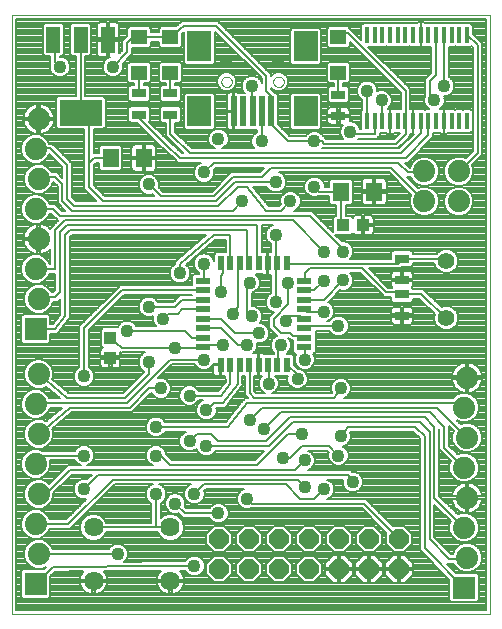
<source format=gtl>
G75*
G70*
%OFA0B0*%
%FSLAX24Y24*%
%IPPOS*%
%LPD*%
%AMOC8*
5,1,8,0,0,1.08239X$1,22.5*
%
%ADD10C,0.0000*%
%ADD11R,0.0500X0.0220*%
%ADD12R,0.0220X0.0500*%
%ADD13C,0.0560*%
%ADD14R,0.0472X0.0315*%
%ADD15R,0.0137X0.0550*%
%ADD16R,0.0551X0.0472*%
%ADD17R,0.0197X0.0984*%
%ADD18R,0.0787X0.0984*%
%ADD19R,0.0480X0.0880*%
%ADD20R,0.1417X0.0866*%
%ADD21R,0.0740X0.0740*%
%ADD22C,0.0740*%
%ADD23OC8,0.0640*%
%ADD24C,0.0640*%
%ADD25R,0.0551X0.0630*%
%ADD26R,0.0394X0.0433*%
%ADD27R,0.0433X0.0394*%
%ADD28C,0.0080*%
%ADD29C,0.0436*%
D10*
X000141Y000141D02*
X000141Y020117D01*
X016091Y020117D01*
X016091Y000141D01*
X000141Y000141D01*
X007118Y017881D02*
X007120Y017907D01*
X007126Y017933D01*
X007136Y017958D01*
X007149Y017981D01*
X007165Y018001D01*
X007185Y018019D01*
X007207Y018034D01*
X007230Y018046D01*
X007256Y018054D01*
X007282Y018058D01*
X007308Y018058D01*
X007334Y018054D01*
X007360Y018046D01*
X007384Y018034D01*
X007405Y018019D01*
X007425Y018001D01*
X007441Y017981D01*
X007454Y017958D01*
X007464Y017933D01*
X007470Y017907D01*
X007472Y017881D01*
X007470Y017855D01*
X007464Y017829D01*
X007454Y017804D01*
X007441Y017781D01*
X007425Y017761D01*
X007405Y017743D01*
X007383Y017728D01*
X007360Y017716D01*
X007334Y017708D01*
X007308Y017704D01*
X007282Y017704D01*
X007256Y017708D01*
X007230Y017716D01*
X007206Y017728D01*
X007185Y017743D01*
X007165Y017761D01*
X007149Y017781D01*
X007136Y017804D01*
X007126Y017829D01*
X007120Y017855D01*
X007118Y017881D01*
X008850Y017881D02*
X008852Y017907D01*
X008858Y017933D01*
X008868Y017958D01*
X008881Y017981D01*
X008897Y018001D01*
X008917Y018019D01*
X008939Y018034D01*
X008962Y018046D01*
X008988Y018054D01*
X009014Y018058D01*
X009040Y018058D01*
X009066Y018054D01*
X009092Y018046D01*
X009116Y018034D01*
X009137Y018019D01*
X009157Y018001D01*
X009173Y017981D01*
X009186Y017958D01*
X009196Y017933D01*
X009202Y017907D01*
X009204Y017881D01*
X009202Y017855D01*
X009196Y017829D01*
X009186Y017804D01*
X009173Y017781D01*
X009157Y017761D01*
X009137Y017743D01*
X009115Y017728D01*
X009092Y017716D01*
X009066Y017708D01*
X009040Y017704D01*
X009014Y017704D01*
X008988Y017708D01*
X008962Y017716D01*
X008938Y017728D01*
X008917Y017743D01*
X008897Y017761D01*
X008881Y017781D01*
X008868Y017804D01*
X008858Y017829D01*
X008852Y017855D01*
X008850Y017881D01*
D11*
X009891Y011243D03*
X009891Y010929D03*
X009891Y010614D03*
X009891Y010299D03*
X009891Y009984D03*
X009891Y009669D03*
X009891Y009354D03*
X009891Y009039D03*
X006511Y009039D03*
X006511Y009354D03*
X006511Y009669D03*
X006511Y009984D03*
X006511Y010299D03*
X006511Y010614D03*
X006511Y010929D03*
X006511Y011243D03*
D12*
X007099Y011831D03*
X007414Y011831D03*
X007729Y011831D03*
X008044Y011831D03*
X008359Y011831D03*
X008674Y011831D03*
X008989Y011831D03*
X009303Y011831D03*
X009303Y008451D03*
X008989Y008451D03*
X008674Y008451D03*
X008359Y008451D03*
X008044Y008451D03*
X007729Y008451D03*
X007414Y008451D03*
X007099Y008451D03*
D13*
X014621Y010011D03*
X014621Y011911D03*
D14*
X013141Y011985D03*
X013141Y011277D03*
X013141Y010795D03*
X013141Y010087D03*
X011021Y016747D03*
X011021Y017455D03*
X005421Y017495D03*
X005421Y016787D03*
X004381Y016787D03*
X004381Y017495D03*
D15*
X011978Y016572D03*
X012234Y016572D03*
X012490Y016572D03*
X012745Y016572D03*
X013001Y016572D03*
X013257Y016572D03*
X013513Y016572D03*
X013769Y016572D03*
X014025Y016572D03*
X014281Y016572D03*
X014537Y016572D03*
X014793Y016572D03*
X015049Y016572D03*
X015304Y016572D03*
X015304Y019450D03*
X015049Y019450D03*
X014793Y019450D03*
X014537Y019450D03*
X014281Y019450D03*
X014025Y019450D03*
X013769Y019450D03*
X013513Y019450D03*
X013257Y019450D03*
X013001Y019450D03*
X012745Y019450D03*
X012490Y019450D03*
X012234Y019450D03*
X011978Y019450D03*
D16*
X011021Y019372D03*
X011021Y018191D03*
X005421Y018191D03*
X005421Y019372D03*
X004381Y019372D03*
X004381Y018191D03*
D17*
X007531Y016897D03*
X007846Y016897D03*
X008161Y016897D03*
X008476Y016897D03*
X008791Y016897D03*
D18*
X009933Y016897D03*
X009933Y019062D03*
X006389Y019062D03*
X006389Y016897D03*
D19*
X003341Y019291D03*
X002431Y019291D03*
X001521Y019291D03*
D20*
X002431Y016851D03*
D21*
X000931Y009641D03*
X000931Y001141D03*
X015211Y001021D03*
D22*
X015311Y002021D03*
X015211Y003021D03*
X015311Y004021D03*
X015211Y005021D03*
X015311Y006021D03*
X015211Y007021D03*
X015311Y008021D03*
X015031Y013901D03*
X015031Y014901D03*
X013891Y014901D03*
X013891Y013901D03*
X001031Y014641D03*
X000931Y013641D03*
X001031Y012641D03*
X000931Y011641D03*
X001031Y010641D03*
X001031Y008141D03*
X000931Y007141D03*
X001031Y006141D03*
X000931Y005141D03*
X001031Y004141D03*
X000931Y003141D03*
X001031Y002141D03*
X000931Y015641D03*
X001031Y016641D03*
D23*
X007041Y002641D03*
X007041Y001641D03*
X008041Y001641D03*
X008041Y002641D03*
X009041Y002641D03*
X009041Y001641D03*
X010041Y001641D03*
X010041Y002641D03*
X011041Y002641D03*
X011041Y001641D03*
X012041Y001641D03*
X012041Y002641D03*
X013041Y002641D03*
X013041Y001641D03*
D24*
X005421Y001251D03*
X005421Y003031D03*
X002861Y003031D03*
X002861Y001251D03*
D25*
X011110Y014221D03*
X012212Y014221D03*
X004532Y015341D03*
X003430Y015341D03*
D26*
X003421Y009356D03*
X003421Y008686D03*
D27*
X011166Y013101D03*
X011836Y013101D03*
D28*
X011876Y013101D02*
X015951Y013101D01*
X015951Y013179D02*
X012192Y013179D01*
X012192Y013141D02*
X012192Y013316D01*
X012183Y013352D01*
X012164Y013384D01*
X012138Y013410D01*
X012106Y013428D01*
X012071Y013438D01*
X011876Y013438D01*
X011876Y013141D01*
X012192Y013141D01*
X012192Y013061D02*
X011876Y013061D01*
X011876Y013141D01*
X011796Y013141D01*
X011796Y013438D01*
X011601Y013438D01*
X011565Y013428D01*
X011533Y013410D01*
X011507Y013384D01*
X011492Y013358D01*
X011433Y013418D01*
X011270Y013418D01*
X011270Y013786D01*
X011435Y013786D01*
X011505Y013856D01*
X011505Y014586D01*
X011435Y014656D01*
X010785Y014656D01*
X010714Y014586D01*
X010714Y014381D01*
X010559Y014381D01*
X010559Y014448D01*
X010508Y014573D01*
X010413Y014668D01*
X010288Y014719D01*
X010154Y014719D01*
X010030Y014668D01*
X009934Y014573D01*
X009883Y014448D01*
X009883Y014314D01*
X009934Y014190D01*
X010030Y014094D01*
X010154Y014043D01*
X010288Y014043D01*
X010332Y014061D01*
X010447Y014061D01*
X010714Y014061D01*
X010714Y013856D01*
X010785Y013786D01*
X010950Y013786D01*
X010950Y013418D01*
X010900Y013418D01*
X010830Y013348D01*
X010830Y012878D01*
X010127Y013581D01*
X009995Y013581D01*
X009532Y013581D01*
X009613Y013614D01*
X009708Y013710D01*
X009759Y013834D01*
X009759Y013968D01*
X009708Y014093D01*
X009613Y014188D01*
X009488Y014239D01*
X009354Y014239D01*
X009230Y014188D01*
X009134Y014093D01*
X009083Y013968D01*
X009083Y013834D01*
X009096Y013802D01*
X009035Y013741D01*
X008698Y013741D01*
X008186Y014381D01*
X008641Y014381D01*
X008654Y014350D01*
X008750Y014254D01*
X008874Y014203D01*
X009008Y014203D01*
X009133Y014254D01*
X009228Y014350D01*
X009279Y014474D01*
X009279Y014608D01*
X009228Y014733D01*
X009133Y014828D01*
X009052Y014861D01*
X012705Y014861D01*
X013450Y014116D01*
X013401Y013999D01*
X013401Y013804D01*
X013476Y013624D01*
X013614Y013486D01*
X013794Y013411D01*
X013989Y013411D01*
X014169Y013486D01*
X014306Y013624D01*
X014381Y013804D01*
X014381Y013999D01*
X014306Y014179D01*
X014169Y014316D01*
X013989Y014391D01*
X013794Y014391D01*
X013676Y014342D01*
X013317Y014701D01*
X013444Y014701D01*
X013476Y014624D01*
X013614Y014486D01*
X013794Y014411D01*
X013989Y014411D01*
X014169Y014486D01*
X014306Y014624D01*
X014381Y014804D01*
X014381Y014999D01*
X014306Y015179D01*
X014169Y015316D01*
X013989Y015391D01*
X013794Y015391D01*
X013614Y015316D01*
X013476Y015179D01*
X013410Y015021D01*
X013407Y015021D01*
X013247Y015181D01*
X013327Y015181D01*
X014091Y015945D01*
X014185Y016039D01*
X014185Y016177D01*
X014396Y016177D01*
X014414Y016166D01*
X014450Y016157D01*
X014537Y016157D01*
X014624Y016157D01*
X014659Y016166D01*
X014677Y016177D01*
X014911Y016177D01*
X014921Y016186D01*
X014930Y016177D01*
X015167Y016177D01*
X015177Y016186D01*
X015186Y016177D01*
X015423Y016177D01*
X015493Y016247D01*
X015493Y016896D01*
X015423Y016967D01*
X015186Y016967D01*
X015177Y016957D01*
X015167Y016967D01*
X014930Y016967D01*
X014921Y016957D01*
X014911Y016967D01*
X014677Y016967D01*
X014659Y016977D01*
X014624Y016987D01*
X014537Y016987D01*
X014537Y016572D01*
X014537Y016572D01*
X014537Y016987D01*
X014450Y016987D01*
X014416Y016978D01*
X014508Y017070D01*
X014559Y017194D01*
X014559Y017328D01*
X014528Y017403D01*
X014608Y017403D01*
X014733Y017454D01*
X014828Y017550D01*
X014879Y017674D01*
X014879Y017808D01*
X014828Y017933D01*
X014733Y018028D01*
X014701Y018041D01*
X014701Y019055D01*
X014911Y019055D01*
X014921Y019065D01*
X014930Y019055D01*
X015167Y019055D01*
X015177Y019065D01*
X015186Y019055D01*
X015423Y019055D01*
X015448Y019081D01*
X015501Y019028D01*
X015501Y015567D01*
X015267Y015334D01*
X015129Y015391D01*
X014934Y015391D01*
X014754Y015316D01*
X014616Y015179D01*
X014541Y014999D01*
X014541Y014804D01*
X014616Y014624D01*
X014754Y014486D01*
X014934Y014411D01*
X015129Y014411D01*
X015309Y014486D01*
X015446Y014624D01*
X015521Y014804D01*
X015521Y014999D01*
X015481Y015095D01*
X015821Y015435D01*
X015821Y015567D01*
X015821Y019160D01*
X015727Y019254D01*
X015493Y019488D01*
X015493Y019775D01*
X015423Y019845D01*
X015186Y019845D01*
X015177Y019836D01*
X015167Y019845D01*
X014930Y019845D01*
X014921Y019836D01*
X014911Y019845D01*
X014674Y019845D01*
X014665Y019836D01*
X014655Y019845D01*
X014419Y019845D01*
X014409Y019836D01*
X014399Y019845D01*
X014163Y019845D01*
X014153Y019836D01*
X014143Y019845D01*
X013910Y019845D01*
X013892Y019856D01*
X013856Y019865D01*
X013769Y019865D01*
X013682Y019865D01*
X013646Y019856D01*
X013628Y019845D01*
X013395Y019845D01*
X013385Y019836D01*
X013375Y019845D01*
X013139Y019845D01*
X013129Y019836D01*
X013120Y019845D01*
X012883Y019845D01*
X012873Y019836D01*
X012864Y019845D01*
X012627Y019845D01*
X012617Y019836D01*
X012608Y019845D01*
X012371Y019845D01*
X012362Y019836D01*
X012352Y019845D01*
X012115Y019845D01*
X012106Y019836D01*
X012096Y019845D01*
X011859Y019845D01*
X011789Y019775D01*
X011789Y019279D01*
X011417Y019652D01*
X011417Y019658D01*
X011346Y019728D01*
X010696Y019728D01*
X010626Y019658D01*
X010626Y019086D01*
X010696Y019015D01*
X011346Y019015D01*
X011417Y019086D01*
X011417Y019199D01*
X013101Y017515D01*
X013101Y016967D01*
X012886Y016967D01*
X012868Y016977D01*
X012832Y016987D01*
X012746Y016987D01*
X012746Y016572D01*
X012745Y016572D01*
X012745Y016987D01*
X012665Y016987D01*
X012748Y017070D01*
X012799Y017194D01*
X012799Y017328D01*
X012748Y017453D01*
X012653Y017548D01*
X012528Y017599D01*
X012394Y017599D01*
X012319Y017568D01*
X012319Y017648D01*
X012268Y017773D01*
X012173Y017868D01*
X012048Y017919D01*
X011914Y017919D01*
X011790Y017868D01*
X011694Y017773D01*
X011643Y017648D01*
X011643Y017514D01*
X011694Y017390D01*
X011790Y017294D01*
X011819Y017282D01*
X011818Y017171D01*
X011818Y017171D01*
X011818Y017106D01*
X011817Y017039D01*
X011818Y017039D01*
X011818Y016925D01*
X011789Y016896D01*
X011789Y016301D01*
X011754Y016301D01*
X011708Y016413D01*
X011613Y016508D01*
X011488Y016559D01*
X011394Y016559D01*
X011397Y016571D01*
X011397Y016708D01*
X011060Y016708D01*
X011060Y016786D01*
X010982Y016786D01*
X010982Y017044D01*
X010766Y017044D01*
X010731Y017035D01*
X010699Y017016D01*
X010673Y016990D01*
X010654Y016958D01*
X010645Y016923D01*
X010645Y016786D01*
X010982Y016786D01*
X010982Y016708D01*
X010645Y016708D01*
X010645Y016571D01*
X010654Y016535D01*
X010673Y016503D01*
X010699Y016477D01*
X010731Y016459D01*
X010766Y016449D01*
X010982Y016449D01*
X010982Y016708D01*
X011060Y016708D01*
X011060Y016449D01*
X011171Y016449D01*
X011134Y016413D01*
X011083Y016288D01*
X011083Y016154D01*
X011134Y016030D01*
X011183Y015981D01*
X010607Y015981D01*
X010527Y016061D01*
X010521Y016061D01*
X010508Y016093D01*
X010413Y016188D01*
X010288Y016239D01*
X010154Y016239D01*
X010030Y016188D01*
X009934Y016093D01*
X009921Y016061D01*
X009407Y016061D01*
X009009Y016459D01*
X009009Y017439D01*
X008939Y017509D01*
X008919Y017509D01*
X008847Y017581D01*
X008781Y017647D01*
X008781Y017679D01*
X008848Y017612D01*
X008964Y017564D01*
X009090Y017564D01*
X009207Y017612D01*
X009296Y017701D01*
X009344Y017818D01*
X009344Y017944D01*
X009296Y018061D01*
X009207Y018150D01*
X009090Y018198D01*
X008964Y018198D01*
X008848Y018150D01*
X008781Y018083D01*
X008781Y018127D01*
X007007Y019901D01*
X006875Y019901D01*
X005878Y019901D01*
X005820Y019907D01*
X005813Y019901D01*
X005804Y019901D01*
X005763Y019860D01*
X005602Y019728D01*
X005096Y019728D01*
X005026Y019658D01*
X005026Y019532D01*
X004777Y019532D01*
X004777Y019658D01*
X004706Y019728D01*
X004056Y019728D01*
X003986Y019658D01*
X003986Y019412D01*
X003821Y019247D01*
X003821Y019115D01*
X003821Y018927D01*
X003719Y018825D01*
X003721Y018833D01*
X003721Y019251D01*
X003381Y019251D01*
X003381Y018711D01*
X003414Y018711D01*
X003310Y018668D01*
X003214Y018573D01*
X003163Y018448D01*
X003163Y018314D01*
X003214Y018190D01*
X003310Y018094D01*
X003434Y018043D01*
X003568Y018043D01*
X003693Y018094D01*
X003788Y018190D01*
X003839Y018314D01*
X003839Y018448D01*
X003826Y018480D01*
X004047Y018701D01*
X004141Y018795D01*
X004141Y019015D01*
X004706Y019015D01*
X004777Y019086D01*
X004777Y019212D01*
X005026Y019212D01*
X005026Y019086D01*
X005096Y019015D01*
X005746Y019015D01*
X005817Y019086D01*
X005817Y019490D01*
X005876Y019538D01*
X005876Y018520D01*
X005773Y018520D01*
X005746Y018547D02*
X005817Y018476D01*
X005817Y017905D01*
X005746Y017834D01*
X005581Y017834D01*
X005581Y017773D01*
X005707Y017773D01*
X005777Y017703D01*
X005777Y017288D01*
X005707Y017218D01*
X005135Y017218D01*
X005065Y017288D01*
X005065Y017703D01*
X005135Y017773D01*
X005261Y017773D01*
X005261Y017834D01*
X005096Y017834D01*
X005026Y017905D01*
X005026Y018476D01*
X005096Y018547D01*
X005746Y018547D01*
X005817Y018442D02*
X008014Y018442D01*
X007936Y018520D02*
X006903Y018520D01*
X006903Y019553D01*
X008461Y017995D01*
X008461Y017852D01*
X008428Y017933D01*
X008333Y018028D01*
X008208Y018079D01*
X008074Y018079D01*
X007950Y018028D01*
X007854Y017933D01*
X007803Y017808D01*
X007803Y017674D01*
X007854Y017550D01*
X007895Y017509D01*
X007702Y017509D01*
X007684Y017519D01*
X007648Y017529D01*
X007540Y017529D01*
X007540Y016906D01*
X007522Y016906D01*
X007522Y016888D01*
X007293Y016888D01*
X007293Y016386D01*
X007302Y016351D01*
X007321Y016319D01*
X007347Y016293D01*
X007379Y016274D01*
X007414Y016265D01*
X007522Y016265D01*
X007522Y016887D01*
X007540Y016887D01*
X007540Y016265D01*
X007648Y016265D01*
X007684Y016274D01*
X007702Y016285D01*
X007994Y016285D01*
X008004Y016294D01*
X008013Y016285D01*
X008301Y016285D01*
X008301Y016201D01*
X008270Y016188D01*
X008174Y016093D01*
X008123Y015968D01*
X008123Y015834D01*
X008174Y015710D01*
X008223Y015661D01*
X007132Y015661D01*
X007213Y015694D01*
X007308Y015790D01*
X007359Y015914D01*
X007359Y016048D01*
X007308Y016173D01*
X007213Y016268D01*
X007088Y016319D01*
X006954Y016319D01*
X006830Y016268D01*
X006734Y016173D01*
X006683Y016048D01*
X006683Y015914D01*
X006734Y015790D01*
X006830Y015694D01*
X006910Y015661D01*
X006127Y015661D01*
X005581Y016207D01*
X005581Y016509D01*
X005707Y016509D01*
X005777Y016580D01*
X005777Y016994D01*
X005707Y017064D01*
X005135Y017064D01*
X005065Y016994D01*
X005065Y016580D01*
X005135Y016509D01*
X005261Y016509D01*
X005261Y016207D01*
X005261Y016075D01*
X005835Y015501D01*
X005804Y015501D01*
X005338Y015936D01*
X004716Y016558D01*
X004737Y016580D01*
X004737Y016994D01*
X004667Y017064D01*
X004095Y017064D01*
X004025Y016994D01*
X004025Y016580D01*
X004095Y016509D01*
X004312Y016509D01*
X004315Y016507D01*
X005069Y015753D01*
X005069Y015749D01*
X005116Y015706D01*
X005160Y015661D01*
X005164Y015661D01*
X005630Y015226D01*
X005675Y015181D01*
X005678Y015181D01*
X005680Y015179D01*
X005744Y015181D01*
X006430Y015181D01*
X006350Y015148D01*
X006254Y015053D01*
X006203Y014928D01*
X006203Y014794D01*
X006254Y014670D01*
X006350Y014574D01*
X006474Y014523D01*
X006608Y014523D01*
X006733Y014574D01*
X006828Y014670D01*
X006879Y014794D01*
X006879Y014928D01*
X006866Y014960D01*
X006927Y015021D01*
X008555Y015021D01*
X008395Y014861D01*
X007567Y014861D01*
X007435Y014861D01*
X006795Y014221D01*
X005167Y014221D01*
X005026Y014362D01*
X005039Y014394D01*
X005039Y014528D01*
X004988Y014653D01*
X004893Y014748D01*
X004768Y014799D01*
X004634Y014799D01*
X004510Y014748D01*
X004414Y014653D01*
X004363Y014528D01*
X004363Y014394D01*
X004414Y014270D01*
X004510Y014174D01*
X004634Y014123D01*
X004768Y014123D01*
X004800Y014136D01*
X004875Y014061D01*
X003247Y014061D01*
X002861Y014447D01*
X002861Y015115D01*
X002927Y015181D01*
X003034Y015181D01*
X003034Y014976D01*
X003105Y014906D01*
X003755Y014906D01*
X003825Y014976D01*
X003825Y015706D01*
X003755Y015776D01*
X003105Y015776D01*
X003034Y015706D01*
X003034Y015501D01*
X002927Y015501D01*
X002861Y015501D01*
X002861Y016298D01*
X003189Y016298D01*
X003260Y016368D01*
X003260Y017334D01*
X003189Y017404D01*
X002591Y017404D01*
X002591Y018731D01*
X002721Y018731D01*
X002791Y018801D01*
X002791Y019781D01*
X002721Y019851D01*
X002141Y019851D01*
X002071Y019781D01*
X002071Y018801D01*
X002141Y018731D01*
X002271Y018731D01*
X002271Y017404D01*
X001673Y017404D01*
X001602Y017334D01*
X001602Y016368D01*
X001673Y016298D01*
X002541Y016298D01*
X002541Y015247D01*
X002541Y015115D01*
X002541Y014315D01*
X002635Y014221D01*
X002955Y013901D01*
X002287Y013901D01*
X002141Y014047D01*
X002141Y015167D01*
X002047Y015261D01*
X001581Y015727D01*
X001581Y015727D01*
X001487Y015821D01*
X001387Y015821D01*
X001346Y015919D01*
X001209Y016056D01*
X001029Y016131D01*
X000834Y016131D01*
X000654Y016056D01*
X000516Y015919D01*
X000441Y015739D01*
X000441Y015544D01*
X000516Y015364D01*
X000654Y015226D01*
X000834Y015151D01*
X001029Y015151D01*
X001209Y015226D01*
X001346Y015364D01*
X001389Y015467D01*
X001821Y015035D01*
X001821Y014687D01*
X001647Y014861D01*
X001515Y014861D01*
X001470Y014861D01*
X001446Y014919D01*
X001309Y015056D01*
X001129Y015131D01*
X000934Y015131D01*
X000754Y015056D01*
X000616Y014919D01*
X000541Y014739D01*
X000541Y014544D01*
X000616Y014364D01*
X000754Y014226D01*
X000934Y014151D01*
X001129Y014151D01*
X001309Y014226D01*
X001446Y014364D01*
X001518Y014537D01*
X001661Y014395D01*
X001661Y013967D01*
X001661Y013835D01*
X001915Y013581D01*
X001807Y013581D01*
X001681Y013707D01*
X001587Y013801D01*
X001395Y013801D01*
X001346Y013919D01*
X001209Y014056D01*
X001029Y014131D01*
X000834Y014131D01*
X000654Y014056D01*
X000516Y013919D01*
X000441Y013739D01*
X000441Y013544D01*
X000516Y013364D01*
X000654Y013226D01*
X000834Y013151D01*
X001029Y013151D01*
X001209Y013226D01*
X001346Y013364D01*
X001395Y013481D01*
X001455Y013481D01*
X001675Y013261D01*
X001468Y013055D01*
X001422Y013010D01*
X001422Y013008D01*
X001421Y013007D01*
X001421Y012972D01*
X001420Y012973D01*
X001363Y013030D01*
X001298Y013077D01*
X001227Y013114D01*
X001151Y013139D01*
X001071Y013151D01*
X001071Y012681D01*
X000991Y012681D01*
X000991Y012601D01*
X001071Y012601D01*
X001071Y012131D01*
X001071Y012131D01*
X001151Y012144D01*
X001227Y012168D01*
X001298Y012205D01*
X001363Y012252D01*
X001411Y012300D01*
X001404Y011801D01*
X001395Y011801D01*
X001346Y011919D01*
X001209Y012056D01*
X001029Y012131D01*
X000834Y012131D01*
X000654Y012056D01*
X000516Y011919D01*
X000441Y011739D01*
X000441Y011544D01*
X000516Y011364D01*
X000654Y011226D01*
X000834Y011151D01*
X001029Y011151D01*
X001209Y011226D01*
X001346Y011364D01*
X001395Y011481D01*
X001560Y011481D01*
X001581Y011481D01*
X001581Y010927D01*
X001517Y010863D01*
X001469Y010865D01*
X001446Y010919D01*
X001309Y011056D01*
X001129Y011131D01*
X000934Y011131D01*
X000754Y011056D01*
X000616Y010919D01*
X000541Y010739D01*
X000541Y010544D01*
X000616Y010364D01*
X000754Y010226D01*
X000934Y010151D01*
X001129Y010151D01*
X001309Y010226D01*
X001446Y010364D01*
X001520Y010541D01*
X001578Y010541D01*
X001642Y010539D01*
X001644Y010541D01*
X001647Y010541D01*
X001693Y010586D01*
X001739Y010630D01*
X001739Y010633D01*
X001741Y010635D01*
X001741Y010116D01*
X001366Y010116D01*
X001351Y010131D02*
X000511Y010131D01*
X000441Y010061D01*
X000441Y009221D01*
X000511Y009151D01*
X001351Y009151D01*
X001421Y009221D01*
X001421Y009491D01*
X001526Y009491D01*
X001535Y009484D01*
X001591Y009491D01*
X001647Y009491D01*
X001655Y009499D01*
X001666Y009500D01*
X001701Y009545D01*
X001741Y009585D01*
X001741Y009596D01*
X002021Y009955D01*
X002061Y009995D01*
X002061Y010006D01*
X002068Y010015D01*
X002061Y010071D01*
X002061Y012715D01*
X002127Y012781D01*
X006615Y012781D01*
X005682Y011981D01*
X005675Y011981D01*
X005632Y011939D01*
X005587Y011899D01*
X005586Y011892D01*
X005581Y011887D01*
X005581Y011827D01*
X005579Y011800D01*
X005550Y011788D01*
X005454Y011693D01*
X005403Y011568D01*
X005403Y011434D01*
X005454Y011310D01*
X005550Y011214D01*
X005674Y011163D01*
X005808Y011163D01*
X005933Y011214D01*
X006028Y011310D01*
X006079Y011434D01*
X006079Y011568D01*
X006028Y011693D01*
X005940Y011781D01*
X006920Y012621D01*
X007261Y012621D01*
X007261Y012201D01*
X007258Y012201D01*
X006939Y012201D01*
X006869Y012131D01*
X006869Y011913D01*
X006828Y012013D01*
X006733Y012108D01*
X006608Y012159D01*
X006474Y012159D01*
X006350Y012108D01*
X006254Y012013D01*
X006203Y011888D01*
X006203Y011754D01*
X006254Y011630D01*
X006350Y011534D01*
X006381Y011521D01*
X006381Y011473D01*
X006211Y011473D01*
X006141Y011403D01*
X006141Y011101D01*
X003755Y011101D01*
X003661Y011007D01*
X002381Y009727D01*
X002381Y009595D01*
X002381Y008361D01*
X002350Y008348D01*
X002254Y008253D01*
X002203Y008128D01*
X002203Y007994D01*
X002254Y007870D01*
X002350Y007774D01*
X002474Y007723D01*
X002608Y007723D01*
X002733Y007774D01*
X002828Y007870D01*
X002879Y007994D01*
X002879Y008128D01*
X002828Y008253D01*
X002733Y008348D01*
X002701Y008361D01*
X002701Y009595D01*
X003887Y010781D01*
X006141Y010781D01*
X006141Y010774D01*
X005747Y010774D01*
X005654Y010680D01*
X005515Y010541D01*
X005001Y010541D01*
X004988Y010573D01*
X004893Y010668D01*
X004768Y010719D01*
X004634Y010719D01*
X004510Y010668D01*
X004414Y010573D01*
X004363Y010448D01*
X004363Y010314D01*
X004414Y010190D01*
X004510Y010094D01*
X004634Y010043D01*
X004768Y010043D01*
X004856Y010079D01*
X004843Y010048D01*
X004843Y009914D01*
X004894Y009790D01*
X004943Y009741D01*
X004281Y009741D01*
X004268Y009773D01*
X004173Y009868D01*
X004048Y009919D01*
X003914Y009919D01*
X003790Y009868D01*
X003694Y009773D01*
X003661Y009692D01*
X003175Y009692D01*
X003104Y009622D01*
X003104Y009089D01*
X003164Y009030D01*
X003138Y009015D01*
X003112Y008989D01*
X003094Y008957D01*
X003084Y008921D01*
X003084Y008726D01*
X003381Y008726D01*
X003381Y008646D01*
X003461Y008646D01*
X003461Y008330D01*
X003636Y008330D01*
X003672Y008339D01*
X003704Y008358D01*
X003730Y008384D01*
X003748Y008416D01*
X003758Y008451D01*
X003758Y008646D01*
X003461Y008646D01*
X003461Y008726D01*
X003758Y008726D01*
X003758Y008861D01*
X003763Y008861D01*
X003769Y008856D01*
X003828Y008861D01*
X004590Y008861D01*
X004510Y008828D01*
X004414Y008733D01*
X004363Y008608D01*
X004363Y008474D01*
X004414Y008350D01*
X004510Y008254D01*
X004541Y008241D01*
X004541Y008207D01*
X003835Y007501D01*
X002049Y007501D01*
X001489Y007967D01*
X001521Y008044D01*
X001521Y008239D01*
X001446Y008419D01*
X001309Y008556D01*
X001129Y008631D01*
X000934Y008631D01*
X000754Y008556D01*
X000616Y008419D01*
X000541Y008239D01*
X000541Y008044D01*
X000616Y007864D01*
X000754Y007726D01*
X000934Y007651D01*
X001129Y007651D01*
X001289Y007718D01*
X001741Y007341D01*
X001379Y007341D01*
X001346Y007419D01*
X001209Y007556D01*
X001029Y007631D01*
X000834Y007631D01*
X000654Y007556D01*
X000516Y007419D01*
X000441Y007239D01*
X000441Y007044D01*
X000516Y006864D01*
X000654Y006726D01*
X000834Y006651D01*
X001029Y006651D01*
X001209Y006726D01*
X001346Y006864D01*
X001412Y007021D01*
X001823Y007021D01*
X001286Y006566D01*
X001129Y006631D01*
X000934Y006631D01*
X000754Y006556D01*
X000616Y006419D01*
X000541Y006239D01*
X000541Y006044D01*
X000616Y005864D01*
X000754Y005726D01*
X000934Y005651D01*
X001129Y005651D01*
X001309Y005726D01*
X001446Y005864D01*
X001521Y006044D01*
X001521Y006239D01*
X001488Y006318D01*
X002130Y006861D01*
X003995Y006861D01*
X004127Y006861D01*
X004767Y007501D01*
X004801Y007501D01*
X004814Y007470D01*
X004910Y007374D01*
X005034Y007323D01*
X005168Y007323D01*
X005293Y007374D01*
X005388Y007470D01*
X005439Y007594D01*
X005439Y007728D01*
X005388Y007853D01*
X005293Y007948D01*
X005168Y007999D01*
X005034Y007999D01*
X005019Y007993D01*
X005487Y008461D01*
X006241Y008461D01*
X006254Y008430D01*
X006350Y008334D01*
X006474Y008283D01*
X006608Y008283D01*
X006733Y008334D01*
X006828Y008430D01*
X006849Y008480D01*
X006849Y008466D01*
X007083Y008466D01*
X007083Y008436D01*
X006849Y008436D01*
X006849Y008183D01*
X006858Y008147D01*
X006877Y008115D01*
X006903Y008089D01*
X006935Y008071D01*
X006970Y008061D01*
X007084Y008061D01*
X007084Y008436D01*
X007114Y008436D01*
X007114Y008061D01*
X007227Y008061D01*
X007256Y008069D01*
X007260Y007876D01*
X007024Y007581D01*
X006361Y007581D01*
X006348Y007613D01*
X006253Y007708D01*
X006128Y007759D01*
X005994Y007759D01*
X005870Y007708D01*
X005774Y007613D01*
X005723Y007488D01*
X005723Y007354D01*
X005774Y007230D01*
X005870Y007134D01*
X005994Y007083D01*
X006128Y007083D01*
X006253Y007134D01*
X006348Y007230D01*
X006361Y007261D01*
X006510Y007261D01*
X006430Y007228D01*
X006334Y007133D01*
X006283Y007008D01*
X006283Y006874D01*
X006334Y006750D01*
X006430Y006654D01*
X006554Y006603D01*
X006688Y006603D01*
X006813Y006654D01*
X006908Y006750D01*
X006959Y006874D01*
X006959Y007008D01*
X006954Y007021D01*
X007128Y007021D01*
X007138Y007013D01*
X007192Y007021D01*
X007247Y007021D01*
X007256Y007030D01*
X007269Y007032D01*
X007302Y007076D01*
X007341Y007115D01*
X007341Y007128D01*
X007782Y007716D01*
X007821Y007755D01*
X007821Y007768D01*
X007829Y007778D01*
X007821Y007833D01*
X007821Y008081D01*
X007884Y008081D01*
X007901Y008081D01*
X007901Y007567D01*
X007901Y007435D01*
X007993Y007343D01*
X007972Y007341D01*
X007915Y007341D01*
X007908Y007334D01*
X007898Y007333D01*
X007862Y007288D01*
X007821Y007247D01*
X007821Y007237D01*
X007264Y006541D01*
X005241Y006541D01*
X005228Y006573D01*
X005133Y006668D01*
X005008Y006719D01*
X004874Y006719D01*
X004750Y006668D01*
X004654Y006573D01*
X004603Y006448D01*
X004603Y006314D01*
X004654Y006190D01*
X004750Y006094D01*
X004874Y006043D01*
X005008Y006043D01*
X005133Y006094D01*
X005228Y006190D01*
X005241Y006221D01*
X005950Y006221D01*
X005870Y006188D01*
X005774Y006093D01*
X005723Y005968D01*
X005723Y005834D01*
X005774Y005710D01*
X005870Y005614D01*
X005994Y005563D01*
X006128Y005563D01*
X006253Y005614D01*
X006291Y005653D01*
X006334Y005550D01*
X006430Y005454D01*
X006554Y005403D01*
X006688Y005403D01*
X006813Y005454D01*
X006908Y005550D01*
X006921Y005581D01*
X008555Y005581D01*
X008235Y005261D01*
X005487Y005261D01*
X005279Y005469D01*
X005279Y005488D01*
X005228Y005613D01*
X005133Y005708D01*
X005008Y005759D01*
X004874Y005759D01*
X004750Y005708D01*
X004654Y005613D01*
X004603Y005488D01*
X004603Y005354D01*
X004654Y005230D01*
X004750Y005134D01*
X004830Y005101D01*
X002652Y005101D01*
X002733Y005134D01*
X002828Y005230D01*
X002879Y005354D01*
X002879Y005488D01*
X002828Y005613D01*
X002733Y005708D01*
X002608Y005759D01*
X002474Y005759D01*
X002350Y005708D01*
X002254Y005613D01*
X002241Y005581D01*
X001182Y005581D01*
X001170Y005590D01*
X001140Y005585D01*
X001029Y005631D01*
X000834Y005631D01*
X000654Y005556D01*
X000516Y005419D01*
X000441Y005239D01*
X000441Y005044D01*
X000516Y004864D01*
X000654Y004726D01*
X000834Y004651D01*
X001029Y004651D01*
X001209Y004726D01*
X001346Y004864D01*
X001421Y005044D01*
X001421Y005239D01*
X001412Y005261D01*
X002241Y005261D01*
X002254Y005230D01*
X002350Y005134D01*
X002430Y005101D01*
X001995Y005101D01*
X001901Y005007D01*
X001379Y004486D01*
X001309Y004556D01*
X001129Y004631D01*
X000934Y004631D01*
X000754Y004556D01*
X000616Y004419D01*
X000541Y004239D01*
X000541Y004044D01*
X000616Y003864D01*
X000754Y003726D01*
X000934Y003651D01*
X001129Y003651D01*
X001309Y003726D01*
X001446Y003864D01*
X001521Y004044D01*
X001521Y004175D01*
X002127Y004781D01*
X002795Y004781D01*
X002640Y004626D01*
X002608Y004639D01*
X002474Y004639D01*
X002350Y004588D01*
X002254Y004493D01*
X002203Y004368D01*
X002203Y004234D01*
X002254Y004110D01*
X002350Y004014D01*
X002474Y003963D01*
X002608Y003963D01*
X002623Y003969D01*
X001955Y003301D01*
X001395Y003301D01*
X001346Y003419D01*
X001209Y003556D01*
X001029Y003631D01*
X000834Y003631D01*
X000654Y003556D01*
X000516Y003419D01*
X000441Y003239D01*
X000441Y003044D01*
X000516Y002864D01*
X000654Y002726D01*
X000834Y002651D01*
X001029Y002651D01*
X001209Y002726D01*
X001346Y002864D01*
X001395Y002981D01*
X002087Y002981D01*
X002181Y003075D01*
X003567Y004461D01*
X004830Y004461D01*
X004750Y004428D01*
X004654Y004333D01*
X004603Y004208D01*
X004603Y004074D01*
X004654Y003950D01*
X004750Y003854D01*
X004781Y003841D01*
X004781Y003191D01*
X003271Y003191D01*
X003234Y003280D01*
X003110Y003404D01*
X002949Y003471D01*
X002774Y003471D01*
X002612Y003404D01*
X002488Y003280D01*
X002421Y003119D01*
X002421Y002944D01*
X002488Y002782D01*
X002612Y002658D01*
X002774Y002591D01*
X002949Y002591D01*
X003110Y002658D01*
X003234Y002782D01*
X003271Y002871D01*
X004875Y002871D01*
X005007Y002871D01*
X005011Y002871D01*
X005048Y002782D01*
X005172Y002658D01*
X005334Y002591D01*
X005509Y002591D01*
X005670Y002658D01*
X005794Y002782D01*
X005861Y002944D01*
X005861Y003119D01*
X005794Y003280D01*
X005670Y003404D01*
X005509Y003471D01*
X005334Y003471D01*
X005172Y003404D01*
X005101Y003333D01*
X005101Y003841D01*
X005133Y003854D01*
X005228Y003950D01*
X005279Y004074D01*
X005279Y004208D01*
X005228Y004333D01*
X005133Y004428D01*
X005052Y004461D01*
X006110Y004461D01*
X005052Y004461D01*
X005178Y004382D02*
X005984Y004382D01*
X006030Y004428D02*
X005934Y004333D01*
X005883Y004208D01*
X005883Y004074D01*
X005934Y003950D01*
X006030Y003854D01*
X006154Y003803D01*
X006288Y003803D01*
X006413Y003854D01*
X006508Y003950D01*
X006559Y004074D01*
X006559Y004208D01*
X006546Y004240D01*
X006607Y004301D01*
X007870Y004301D01*
X007790Y004268D01*
X007694Y004173D01*
X007643Y004048D01*
X007643Y003914D01*
X007694Y003790D01*
X007790Y003694D01*
X007914Y003643D01*
X008048Y003643D01*
X008092Y003661D01*
X011795Y003661D01*
X012617Y002839D01*
X012601Y002823D01*
X012601Y002459D01*
X012859Y002201D01*
X013223Y002201D01*
X013481Y002459D01*
X013481Y002823D01*
X013223Y003081D01*
X012859Y003081D01*
X012843Y003065D01*
X011927Y003981D01*
X011795Y003981D01*
X010652Y003981D01*
X010733Y004014D01*
X010828Y004110D01*
X010879Y004234D01*
X010879Y004368D01*
X010828Y004493D01*
X010733Y004588D01*
X010652Y004621D01*
X011168Y004621D01*
X011163Y004608D01*
X011163Y004474D01*
X011214Y004350D01*
X011310Y004254D01*
X011434Y004203D01*
X011568Y004203D01*
X011693Y004254D01*
X011788Y004350D01*
X011839Y004474D01*
X011839Y004608D01*
X011788Y004733D01*
X011693Y004828D01*
X011568Y004879D01*
X011469Y004879D01*
X011465Y004883D01*
X011437Y004925D01*
X011420Y004928D01*
X011407Y004941D01*
X011357Y004941D01*
X011307Y004951D01*
X011293Y004941D01*
X010012Y004941D01*
X010093Y004974D01*
X010188Y005070D01*
X010239Y005194D01*
X010239Y005328D01*
X010188Y005453D01*
X010093Y005548D01*
X010012Y005581D01*
X010635Y005581D01*
X010696Y005520D01*
X010683Y005488D01*
X010683Y005354D01*
X010734Y005230D01*
X010830Y005134D01*
X010954Y005083D01*
X011088Y005083D01*
X011213Y005134D01*
X011308Y005230D01*
X011359Y005354D01*
X011359Y005488D01*
X011308Y005613D01*
X011213Y005708D01*
X011172Y005725D01*
X011293Y005774D01*
X011388Y005870D01*
X011439Y005994D01*
X011439Y006128D01*
X011408Y006204D01*
X011421Y006221D01*
X013515Y006221D01*
X013741Y005995D01*
X013741Y002265D01*
X013835Y002171D01*
X014721Y001285D01*
X014721Y000601D01*
X014791Y000531D01*
X015631Y000531D01*
X015701Y000601D01*
X015701Y001441D01*
X015631Y001511D01*
X014947Y001511D01*
X014637Y001821D01*
X014700Y001821D01*
X014766Y001821D01*
X014767Y001821D01*
X014864Y001821D01*
X014896Y001744D01*
X015034Y001606D01*
X015214Y001531D01*
X015409Y001531D01*
X015589Y001606D01*
X015726Y001744D01*
X015801Y001924D01*
X015801Y002119D01*
X015726Y002299D01*
X015589Y002436D01*
X015409Y002511D01*
X015214Y002511D01*
X015034Y002436D01*
X014896Y002299D01*
X014830Y002141D01*
X014768Y002141D01*
X014221Y002697D01*
X014221Y003785D01*
X014770Y003236D01*
X014721Y003119D01*
X014721Y002924D01*
X014796Y002744D01*
X014934Y002606D01*
X015114Y002531D01*
X015309Y002531D01*
X015489Y002606D01*
X015626Y002744D01*
X015701Y002924D01*
X015701Y003119D01*
X015626Y003299D01*
X015489Y003436D01*
X015309Y003511D01*
X015114Y003511D01*
X014996Y003462D01*
X014381Y004077D01*
X014381Y006315D01*
X014381Y006315D01*
X014381Y006315D01*
X014381Y005625D01*
X014475Y005531D01*
X014770Y005236D01*
X014721Y005119D01*
X014721Y004924D01*
X014796Y004744D01*
X014934Y004606D01*
X015114Y004531D01*
X015309Y004531D01*
X015489Y004606D01*
X015626Y004744D01*
X015701Y004924D01*
X015701Y005119D01*
X015626Y005299D01*
X015489Y005436D01*
X015309Y005511D01*
X015114Y005511D01*
X014996Y005462D01*
X014701Y005757D01*
X014701Y006315D01*
X014701Y006405D01*
X014870Y006236D01*
X014821Y006119D01*
X014821Y005924D01*
X014896Y005744D01*
X015034Y005606D01*
X015214Y005531D01*
X015409Y005531D01*
X015589Y005606D01*
X015726Y005744D01*
X015801Y005924D01*
X015801Y006119D01*
X015726Y006299D01*
X015589Y006436D01*
X015409Y006511D01*
X015214Y006511D01*
X015096Y006462D01*
X014966Y006592D01*
X015114Y006531D01*
X015309Y006531D01*
X015489Y006606D01*
X015626Y006744D01*
X015701Y006924D01*
X015701Y007119D01*
X015626Y007299D01*
X015489Y007436D01*
X015309Y007511D01*
X015114Y007511D01*
X014934Y007436D01*
X014838Y007341D01*
X011212Y007341D01*
X011293Y007374D01*
X011388Y007470D01*
X011439Y007594D01*
X011439Y007728D01*
X011388Y007853D01*
X011293Y007948D01*
X011168Y007999D01*
X011034Y007999D01*
X010910Y007948D01*
X010814Y007853D01*
X010763Y007728D01*
X010763Y007594D01*
X010794Y007519D01*
X010781Y007501D01*
X008812Y007501D01*
X008893Y007534D01*
X008988Y007630D01*
X009039Y007754D01*
X009039Y007888D01*
X008988Y008013D01*
X008919Y008081D01*
X009144Y008081D01*
X009337Y008081D01*
X009323Y008048D01*
X009323Y007914D01*
X009374Y007790D01*
X009470Y007694D01*
X009594Y007643D01*
X009728Y007643D01*
X009853Y007694D01*
X009948Y007790D01*
X009999Y007914D01*
X009999Y008048D01*
X009948Y008173D01*
X009853Y008268D01*
X009728Y008319D01*
X009662Y008319D01*
X009533Y008447D01*
X009533Y008751D01*
X009463Y008821D01*
X009299Y008821D01*
X009388Y008910D01*
X009439Y009034D01*
X009439Y009168D01*
X009388Y009293D01*
X009339Y009341D01*
X009355Y009341D01*
X009435Y009261D01*
X009521Y009261D01*
X009521Y009194D01*
X009521Y008879D01*
X009591Y008809D01*
X009613Y008809D01*
X009563Y008688D01*
X009563Y008554D01*
X009614Y008430D01*
X009710Y008334D01*
X009834Y008283D01*
X009968Y008283D01*
X010093Y008334D01*
X010188Y008430D01*
X010239Y008554D01*
X010239Y008688D01*
X010189Y008809D01*
X010191Y008809D01*
X010261Y008879D01*
X010261Y009194D01*
X010261Y009509D01*
X010261Y009581D01*
X010721Y009581D01*
X010734Y009550D01*
X010830Y009454D01*
X010954Y009403D01*
X011088Y009403D01*
X011213Y009454D01*
X011308Y009550D01*
X011359Y009674D01*
X011359Y009808D01*
X011308Y009933D01*
X011213Y010028D01*
X011088Y010079D01*
X010954Y010079D01*
X010830Y010028D01*
X010734Y009933D01*
X010721Y009901D01*
X010652Y009901D01*
X010733Y009934D01*
X010828Y010030D01*
X010879Y010154D01*
X010879Y010288D01*
X010828Y010413D01*
X010733Y010508D01*
X010677Y010531D01*
X010694Y010547D01*
X011082Y010936D01*
X011114Y010923D01*
X011248Y010923D01*
X011373Y010974D01*
X011468Y011070D01*
X011519Y011194D01*
X011519Y011328D01*
X011468Y011453D01*
X011419Y011501D01*
X011755Y011501D01*
X012461Y010795D01*
X012555Y010701D01*
X012785Y010701D01*
X012785Y010588D01*
X012855Y010518D01*
X013427Y010518D01*
X013497Y010588D01*
X013497Y010644D01*
X013713Y010650D01*
X014245Y010147D01*
X014221Y010091D01*
X014221Y009931D01*
X014282Y009784D01*
X014394Y009672D01*
X014541Y009611D01*
X014701Y009611D01*
X014848Y009672D01*
X014960Y009784D01*
X015021Y009931D01*
X015021Y010091D01*
X014960Y010238D01*
X014848Y010350D01*
X014701Y010411D01*
X014541Y010411D01*
X014465Y010379D01*
X013882Y010930D01*
X013838Y010973D01*
X013837Y010973D01*
X013766Y010971D01*
X013497Y010964D01*
X013497Y011003D01*
X013478Y011022D01*
X013489Y011033D01*
X013508Y011065D01*
X013517Y011101D01*
X013517Y011238D01*
X013180Y011238D01*
X013180Y011316D01*
X013102Y011316D01*
X013102Y011574D01*
X012886Y011574D01*
X012851Y011565D01*
X012819Y011546D01*
X012793Y011520D01*
X012774Y011488D01*
X012765Y011453D01*
X012765Y011316D01*
X013102Y011316D01*
X013102Y011238D01*
X012765Y011238D01*
X012765Y011101D01*
X012774Y011065D01*
X012793Y011033D01*
X012804Y011022D01*
X012803Y011021D01*
X012687Y011021D01*
X012047Y011661D01*
X012956Y011661D01*
X012957Y011660D01*
X013023Y011661D01*
X013087Y011661D01*
X013088Y011662D01*
X013090Y011662D01*
X013134Y011708D01*
X013427Y011708D01*
X013497Y011778D01*
X013497Y011825D01*
X014224Y011825D01*
X014282Y011684D01*
X014394Y011572D01*
X014541Y011511D01*
X014701Y011511D01*
X014848Y011572D01*
X014960Y011684D01*
X015021Y011831D01*
X015021Y011991D01*
X014960Y012138D01*
X014848Y012250D01*
X014701Y012311D01*
X014541Y012311D01*
X014394Y012250D01*
X014290Y012145D01*
X013497Y012145D01*
X013497Y012193D01*
X013427Y012263D01*
X012855Y012263D01*
X012785Y012193D01*
X012785Y011981D01*
X011419Y011981D01*
X011468Y012030D01*
X011519Y012154D01*
X011519Y012288D01*
X011468Y012413D01*
X011373Y012508D01*
X011248Y012559D01*
X011149Y012559D01*
X010924Y012784D01*
X011433Y012784D01*
X011492Y012844D01*
X011507Y012818D01*
X011533Y012792D01*
X011565Y012774D01*
X011601Y012764D01*
X011796Y012764D01*
X011796Y013061D01*
X011876Y013061D01*
X011876Y012764D01*
X012071Y012764D01*
X012106Y012774D01*
X012138Y012792D01*
X012164Y012818D01*
X012183Y012850D01*
X012192Y012886D01*
X012192Y013061D01*
X012192Y013022D02*
X015951Y013022D01*
X015951Y012944D02*
X012192Y012944D01*
X012187Y012865D02*
X015951Y012865D01*
X015951Y012787D02*
X012128Y012787D01*
X011876Y012787D02*
X011796Y012787D01*
X011796Y012865D02*
X011876Y012865D01*
X011876Y012944D02*
X011796Y012944D01*
X011796Y013022D02*
X011876Y013022D01*
X011876Y013179D02*
X011796Y013179D01*
X011796Y013258D02*
X011876Y013258D01*
X011876Y013336D02*
X011796Y013336D01*
X011796Y013415D02*
X011876Y013415D01*
X012130Y013415D02*
X013784Y013415D01*
X013606Y013493D02*
X011270Y013493D01*
X011270Y013572D02*
X013527Y013572D01*
X013464Y013651D02*
X011270Y013651D01*
X011270Y013729D02*
X013432Y013729D01*
X013401Y013808D02*
X012587Y013808D01*
X012600Y013820D02*
X012618Y013852D01*
X012628Y013888D01*
X012628Y014181D01*
X012252Y014181D01*
X012252Y013766D01*
X012506Y013766D01*
X012542Y013776D01*
X012574Y013794D01*
X012600Y013820D01*
X012627Y013886D02*
X013401Y013886D01*
X013401Y013965D02*
X012628Y013965D01*
X012628Y014043D02*
X013420Y014043D01*
X013444Y014122D02*
X012628Y014122D01*
X012628Y014261D02*
X012628Y014554D01*
X012618Y014590D01*
X012600Y014622D01*
X012574Y014648D01*
X012542Y014666D01*
X012506Y014676D01*
X012252Y014676D01*
X012252Y014261D01*
X012172Y014261D01*
X012172Y014181D01*
X011797Y014181D01*
X011797Y013888D01*
X011806Y013852D01*
X011825Y013820D01*
X011851Y013794D01*
X011883Y013776D01*
X011918Y013766D01*
X012172Y013766D01*
X012172Y014181D01*
X012252Y014181D01*
X012252Y014261D01*
X012628Y014261D01*
X012628Y014279D02*
X013287Y014279D01*
X013208Y014357D02*
X012628Y014357D01*
X012628Y014436D02*
X013130Y014436D01*
X013051Y014515D02*
X012628Y014515D01*
X012617Y014593D02*
X012973Y014593D01*
X012894Y014672D02*
X012523Y014672D01*
X012252Y014672D02*
X012172Y014672D01*
X012172Y014676D02*
X011918Y014676D01*
X011883Y014666D01*
X011851Y014648D01*
X011825Y014622D01*
X011806Y014590D01*
X011797Y014554D01*
X011797Y014261D01*
X012172Y014261D01*
X012172Y014676D01*
X012172Y014593D02*
X012252Y014593D01*
X012252Y014515D02*
X012172Y014515D01*
X012172Y014436D02*
X012252Y014436D01*
X012252Y014357D02*
X012172Y014357D01*
X012172Y014279D02*
X012252Y014279D01*
X012252Y014200D02*
X013366Y014200D01*
X013582Y014436D02*
X013734Y014436D01*
X013712Y014357D02*
X013661Y014357D01*
X013585Y014515D02*
X013504Y014515D01*
X013506Y014593D02*
X013425Y014593D01*
X013456Y014672D02*
X013347Y014672D01*
X013341Y014861D02*
X013501Y014861D01*
X013891Y014901D01*
X013518Y015221D02*
X013368Y015221D01*
X013446Y015300D02*
X013597Y015300D01*
X013525Y015379D02*
X013763Y015379D01*
X013682Y015536D02*
X015469Y015536D01*
X015501Y015614D02*
X013760Y015614D01*
X013839Y015693D02*
X015501Y015693D01*
X015501Y015771D02*
X013917Y015771D01*
X013996Y015850D02*
X015501Y015850D01*
X015501Y015928D02*
X014075Y015928D01*
X014153Y016007D02*
X015501Y016007D01*
X015501Y016085D02*
X014185Y016085D01*
X014185Y016164D02*
X014423Y016164D01*
X014537Y016164D02*
X014537Y016164D01*
X014537Y016157D02*
X014537Y016571D01*
X014537Y016571D01*
X014537Y016157D01*
X014537Y016242D02*
X014537Y016242D01*
X014537Y016321D02*
X014537Y016321D01*
X014537Y016400D02*
X014537Y016400D01*
X014537Y016478D02*
X014537Y016478D01*
X014537Y016557D02*
X014537Y016557D01*
X014537Y016635D02*
X014537Y016635D01*
X014537Y016714D02*
X014537Y016714D01*
X014537Y016792D02*
X014537Y016792D01*
X014537Y016871D02*
X014537Y016871D01*
X014537Y016949D02*
X014537Y016949D01*
X014466Y017028D02*
X015501Y017028D01*
X015501Y017106D02*
X014523Y017106D01*
X014556Y017185D02*
X015501Y017185D01*
X015501Y017264D02*
X014559Y017264D01*
X014554Y017342D02*
X015501Y017342D01*
X015501Y017421D02*
X014651Y017421D01*
X014777Y017499D02*
X015501Y017499D01*
X015501Y017578D02*
X014839Y017578D01*
X014872Y017656D02*
X015501Y017656D01*
X015501Y017735D02*
X014879Y017735D01*
X014877Y017813D02*
X015501Y017813D01*
X015501Y017892D02*
X014845Y017892D01*
X014790Y017970D02*
X015501Y017970D01*
X015501Y018049D02*
X014701Y018049D01*
X014701Y018128D02*
X015501Y018128D01*
X015501Y018206D02*
X014701Y018206D01*
X014701Y018285D02*
X015501Y018285D01*
X015501Y018363D02*
X014701Y018363D01*
X014701Y018442D02*
X015501Y018442D01*
X015501Y018520D02*
X014701Y018520D01*
X014701Y018599D02*
X015501Y018599D01*
X015501Y018677D02*
X014701Y018677D01*
X014701Y018756D02*
X015501Y018756D01*
X015501Y018834D02*
X014701Y018834D01*
X014701Y018913D02*
X015501Y018913D01*
X015501Y018991D02*
X014701Y018991D01*
X014541Y019446D02*
X014541Y017741D01*
X014281Y018121D02*
X014061Y017901D01*
X014061Y017421D01*
X014221Y017261D01*
X014048Y016967D02*
X013907Y016967D01*
X013897Y016957D01*
X013887Y016967D01*
X013654Y016967D01*
X013636Y016977D01*
X013600Y016987D01*
X013513Y016987D01*
X013426Y016987D01*
X013421Y016985D01*
X013421Y017647D01*
X013327Y017741D01*
X012013Y019055D01*
X012096Y019055D01*
X012106Y019065D01*
X012115Y019055D01*
X012352Y019055D01*
X012362Y019065D01*
X012371Y019055D01*
X012608Y019055D01*
X012617Y019065D01*
X012627Y019055D01*
X012864Y019055D01*
X012873Y019065D01*
X012883Y019055D01*
X013120Y019055D01*
X013129Y019065D01*
X013139Y019055D01*
X013375Y019055D01*
X013385Y019065D01*
X013395Y019055D01*
X013628Y019055D01*
X013646Y019045D01*
X013682Y019035D01*
X013769Y019035D01*
X013856Y019035D01*
X013892Y019045D01*
X013910Y019055D01*
X014121Y019055D01*
X014121Y018187D01*
X013995Y018061D01*
X013901Y017967D01*
X013901Y017372D01*
X013883Y017328D01*
X013883Y017194D01*
X013934Y017070D01*
X014030Y016974D01*
X014048Y016967D01*
X013976Y017028D02*
X013421Y017028D01*
X013421Y017106D02*
X013919Y017106D01*
X013887Y017185D02*
X013421Y017185D01*
X013421Y017264D02*
X013883Y017264D01*
X013889Y017342D02*
X013421Y017342D01*
X013421Y017421D02*
X013901Y017421D01*
X013901Y017499D02*
X013421Y017499D01*
X013421Y017578D02*
X013901Y017578D01*
X013901Y017656D02*
X013412Y017656D01*
X013334Y017735D02*
X013901Y017735D01*
X013901Y017813D02*
X013255Y017813D01*
X013177Y017892D02*
X013901Y017892D01*
X013904Y017970D02*
X013098Y017970D01*
X013019Y018049D02*
X013983Y018049D01*
X014061Y018128D02*
X012941Y018128D01*
X012862Y018206D02*
X014121Y018206D01*
X014121Y018285D02*
X012784Y018285D01*
X012705Y018363D02*
X014121Y018363D01*
X014121Y018442D02*
X012627Y018442D01*
X012548Y018520D02*
X014121Y018520D01*
X014121Y018599D02*
X012470Y018599D01*
X012391Y018677D02*
X014121Y018677D01*
X014121Y018756D02*
X012313Y018756D01*
X012234Y018834D02*
X014121Y018834D01*
X014121Y018913D02*
X012155Y018913D01*
X012077Y018991D02*
X014121Y018991D01*
X013769Y019035D02*
X013769Y019450D01*
X013769Y019450D01*
X013769Y019035D01*
X013769Y019070D02*
X013769Y019070D01*
X013769Y019149D02*
X013769Y019149D01*
X013769Y019227D02*
X013769Y019227D01*
X013769Y019306D02*
X013769Y019306D01*
X013769Y019384D02*
X013769Y019384D01*
X013769Y019451D02*
X013769Y019865D01*
X013769Y019451D01*
X013769Y019451D01*
X013769Y019463D02*
X013769Y019463D01*
X013769Y019541D02*
X013769Y019541D01*
X013769Y019620D02*
X013769Y019620D01*
X013769Y019698D02*
X013769Y019698D01*
X013769Y019777D02*
X013769Y019777D01*
X013769Y019855D02*
X013769Y019855D01*
X013646Y019855D02*
X007053Y019855D01*
X007131Y019777D02*
X011791Y019777D01*
X011789Y019698D02*
X011376Y019698D01*
X011449Y019620D02*
X011789Y019620D01*
X011789Y019541D02*
X011527Y019541D01*
X011606Y019463D02*
X011789Y019463D01*
X011789Y019384D02*
X011684Y019384D01*
X011763Y019306D02*
X011789Y019306D01*
X011624Y018991D02*
X010446Y018991D01*
X010446Y018913D02*
X011703Y018913D01*
X011781Y018834D02*
X010446Y018834D01*
X010446Y018756D02*
X011860Y018756D01*
X011939Y018677D02*
X010446Y018677D01*
X010446Y018599D02*
X012017Y018599D01*
X012096Y018520D02*
X011373Y018520D01*
X011346Y018547D02*
X010696Y018547D01*
X010626Y018476D01*
X010626Y017905D01*
X010696Y017834D01*
X010861Y017834D01*
X010861Y017733D01*
X010735Y017733D01*
X010665Y017663D01*
X010665Y017248D01*
X010735Y017178D01*
X011307Y017178D01*
X011377Y017248D01*
X011377Y017663D01*
X011307Y017733D01*
X011181Y017733D01*
X011181Y017834D01*
X011346Y017834D01*
X011417Y017905D01*
X011417Y018476D01*
X011346Y018547D01*
X011417Y018442D02*
X012174Y018442D01*
X012253Y018363D02*
X011417Y018363D01*
X011417Y018285D02*
X012331Y018285D01*
X012410Y018206D02*
X011417Y018206D01*
X011417Y018128D02*
X012488Y018128D01*
X012567Y018049D02*
X011417Y018049D01*
X011417Y017970D02*
X012645Y017970D01*
X012724Y017892D02*
X012114Y017892D01*
X012227Y017813D02*
X012803Y017813D01*
X012881Y017735D02*
X012283Y017735D01*
X012316Y017656D02*
X012960Y017656D01*
X013038Y017578D02*
X012580Y017578D01*
X012701Y017499D02*
X013101Y017499D01*
X013101Y017421D02*
X012761Y017421D01*
X012794Y017342D02*
X013101Y017342D01*
X013101Y017264D02*
X012799Y017264D01*
X012796Y017185D02*
X013101Y017185D01*
X013101Y017106D02*
X012763Y017106D01*
X012706Y017028D02*
X013101Y017028D01*
X012746Y016949D02*
X012745Y016949D01*
X012745Y016871D02*
X012746Y016871D01*
X012745Y016792D02*
X012746Y016792D01*
X012745Y016714D02*
X012746Y016714D01*
X012745Y016635D02*
X012746Y016635D01*
X012746Y016571D02*
X012746Y016157D01*
X012832Y016157D01*
X012868Y016166D01*
X012886Y016177D01*
X013071Y016177D01*
X012875Y015981D01*
X011659Y015981D01*
X011659Y015981D01*
X012155Y015981D01*
X012287Y015981D01*
X012300Y015994D01*
X012394Y016087D01*
X012394Y016177D01*
X012605Y016177D01*
X012623Y016166D01*
X012658Y016157D01*
X012745Y016157D01*
X012745Y016571D01*
X012746Y016571D01*
X012745Y016557D02*
X012746Y016557D01*
X012745Y016478D02*
X012746Y016478D01*
X012745Y016400D02*
X012746Y016400D01*
X012745Y016321D02*
X012746Y016321D01*
X012745Y016242D02*
X012746Y016242D01*
X012745Y016164D02*
X012746Y016164D01*
X012859Y016164D02*
X013058Y016164D01*
X012979Y016085D02*
X012392Y016085D01*
X012394Y016164D02*
X012632Y016164D01*
X012901Y016007D02*
X012313Y016007D01*
X012221Y016141D02*
X012234Y016154D01*
X012234Y016572D01*
X012490Y016572D02*
X012490Y017130D01*
X012461Y017261D01*
X012342Y017578D02*
X012319Y017578D01*
X011981Y017581D02*
X011978Y017104D01*
X011978Y016572D01*
X011789Y016557D02*
X011494Y016557D01*
X011397Y016635D02*
X011789Y016635D01*
X011789Y016714D02*
X011060Y016714D01*
X011060Y016786D02*
X011397Y016786D01*
X011397Y016923D01*
X011388Y016958D01*
X011369Y016990D01*
X011343Y017016D01*
X011311Y017035D01*
X011276Y017044D01*
X011060Y017044D01*
X011060Y016786D01*
X011060Y016792D02*
X010982Y016792D01*
X010982Y016714D02*
X010446Y016714D01*
X010446Y016792D02*
X010645Y016792D01*
X010645Y016871D02*
X010446Y016871D01*
X010446Y016949D02*
X010652Y016949D01*
X010719Y017028D02*
X010446Y017028D01*
X010446Y017106D02*
X011818Y017106D01*
X011818Y017028D02*
X011323Y017028D01*
X011390Y016949D02*
X011818Y016949D01*
X011789Y016871D02*
X011397Y016871D01*
X011397Y016792D02*
X011789Y016792D01*
X011789Y016478D02*
X011642Y016478D01*
X011713Y016400D02*
X011789Y016400D01*
X011789Y016321D02*
X011746Y016321D01*
X011501Y016141D02*
X012221Y016141D01*
X012941Y015821D02*
X013261Y016141D01*
X013261Y016568D01*
X013257Y016572D01*
X013261Y016576D01*
X013261Y017581D01*
X011341Y019501D01*
X011021Y019501D01*
X011021Y019372D01*
X010626Y019384D02*
X010446Y019384D01*
X010446Y019306D02*
X010626Y019306D01*
X010626Y019227D02*
X010446Y019227D01*
X010446Y019149D02*
X010626Y019149D01*
X010641Y019070D02*
X010446Y019070D01*
X010446Y019463D02*
X010626Y019463D01*
X010626Y019541D02*
X010446Y019541D01*
X010446Y019604D02*
X010376Y019674D01*
X009489Y019674D01*
X009419Y019604D01*
X009419Y018520D01*
X008388Y018520D01*
X008467Y018442D02*
X010626Y018442D01*
X010626Y018363D02*
X008545Y018363D01*
X008624Y018285D02*
X010626Y018285D01*
X010626Y018206D02*
X008702Y018206D01*
X008781Y018128D02*
X008825Y018128D01*
X008621Y018061D02*
X008621Y017581D01*
X008781Y017421D01*
X008781Y016887D01*
X008791Y016897D01*
X008781Y016887D02*
X008781Y016461D01*
X009341Y015901D01*
X010221Y015901D01*
X010461Y015901D01*
X010541Y015821D01*
X012941Y015821D01*
X013039Y015693D02*
X013066Y015693D01*
X013035Y015661D02*
X010459Y015661D01*
X010467Y015669D01*
X010475Y015661D01*
X012875Y015661D01*
X013007Y015661D01*
X013327Y015981D01*
X013421Y016075D01*
X013421Y016158D01*
X013426Y016157D01*
X013513Y016157D01*
X013513Y016571D01*
X013513Y016571D01*
X013513Y016157D01*
X013531Y016157D01*
X013035Y015661D01*
X013117Y015771D02*
X013145Y015771D01*
X013196Y015850D02*
X013224Y015850D01*
X013275Y015928D02*
X013302Y015928D01*
X013353Y016007D02*
X013381Y016007D01*
X013421Y016085D02*
X013459Y016085D01*
X013513Y016164D02*
X013513Y016164D01*
X013513Y016242D02*
X013513Y016242D01*
X013513Y016321D02*
X013513Y016321D01*
X013513Y016400D02*
X013513Y016400D01*
X013513Y016478D02*
X013513Y016478D01*
X013513Y016557D02*
X013513Y016557D01*
X013513Y016572D02*
X013513Y016987D01*
X013513Y016572D01*
X013513Y016572D01*
X013513Y016635D02*
X013513Y016635D01*
X013513Y016714D02*
X013513Y016714D01*
X013513Y016792D02*
X013513Y016792D01*
X013513Y016871D02*
X013513Y016871D01*
X013513Y016949D02*
X013513Y016949D01*
X013769Y016572D02*
X013769Y016169D01*
X013101Y015501D01*
X006061Y015501D01*
X005421Y016141D01*
X005421Y016787D01*
X005261Y016478D02*
X004796Y016478D01*
X004874Y016400D02*
X005261Y016400D01*
X005261Y016321D02*
X004953Y016321D01*
X005032Y016242D02*
X005261Y016242D01*
X005261Y016164D02*
X005110Y016164D01*
X005189Y016085D02*
X005261Y016085D01*
X005267Y016007D02*
X005329Y016007D01*
X005346Y015928D02*
X005408Y015928D01*
X005431Y015850D02*
X005486Y015850D01*
X005515Y015771D02*
X005565Y015771D01*
X005599Y015693D02*
X005643Y015693D01*
X005683Y015614D02*
X005722Y015614D01*
X005767Y015536D02*
X005800Y015536D01*
X005741Y015341D02*
X013261Y015341D01*
X014025Y016105D01*
X014025Y016572D01*
X014651Y016164D02*
X015501Y016164D01*
X015501Y016242D02*
X015488Y016242D01*
X015493Y016321D02*
X015501Y016321D01*
X015493Y016400D02*
X015501Y016400D01*
X015493Y016478D02*
X015501Y016478D01*
X015493Y016557D02*
X015501Y016557D01*
X015493Y016635D02*
X015501Y016635D01*
X015493Y016714D02*
X015501Y016714D01*
X015493Y016792D02*
X015501Y016792D01*
X015493Y016871D02*
X015501Y016871D01*
X015501Y016949D02*
X015440Y016949D01*
X015821Y016949D02*
X015951Y016949D01*
X015951Y016871D02*
X015821Y016871D01*
X015821Y016792D02*
X015951Y016792D01*
X015951Y016714D02*
X015821Y016714D01*
X015821Y016635D02*
X015951Y016635D01*
X015951Y016557D02*
X015821Y016557D01*
X015821Y016478D02*
X015951Y016478D01*
X015951Y016400D02*
X015821Y016400D01*
X015821Y016321D02*
X015951Y016321D01*
X015951Y016242D02*
X015821Y016242D01*
X015821Y016164D02*
X015951Y016164D01*
X015951Y016085D02*
X015821Y016085D01*
X015821Y016007D02*
X015951Y016007D01*
X015951Y015928D02*
X015821Y015928D01*
X015821Y015850D02*
X015951Y015850D01*
X015951Y015771D02*
X015821Y015771D01*
X015821Y015693D02*
X015951Y015693D01*
X015951Y015614D02*
X015821Y015614D01*
X015821Y015536D02*
X015951Y015536D01*
X015951Y015457D02*
X015821Y015457D01*
X015765Y015379D02*
X015951Y015379D01*
X015951Y015300D02*
X015686Y015300D01*
X015608Y015221D02*
X015951Y015221D01*
X015951Y015143D02*
X015529Y015143D01*
X015494Y015064D02*
X015951Y015064D01*
X015951Y014986D02*
X015521Y014986D01*
X015521Y014907D02*
X015951Y014907D01*
X015951Y014829D02*
X015521Y014829D01*
X015499Y014750D02*
X015951Y014750D01*
X015951Y014672D02*
X015466Y014672D01*
X015416Y014593D02*
X015951Y014593D01*
X015951Y014515D02*
X015337Y014515D01*
X015189Y014436D02*
X015951Y014436D01*
X015951Y014357D02*
X015210Y014357D01*
X015129Y014391D02*
X014934Y014391D01*
X014754Y014316D01*
X014616Y014179D01*
X014541Y013999D01*
X014541Y013804D01*
X014616Y013624D01*
X014754Y013486D01*
X014934Y013411D01*
X015129Y013411D01*
X015309Y013486D01*
X015446Y013624D01*
X015521Y013804D01*
X015521Y013999D01*
X015446Y014179D01*
X015309Y014316D01*
X015129Y014391D01*
X014874Y014436D02*
X014049Y014436D01*
X014070Y014357D02*
X014852Y014357D01*
X014716Y014279D02*
X014206Y014279D01*
X014285Y014200D02*
X014637Y014200D01*
X014592Y014122D02*
X014330Y014122D01*
X014363Y014043D02*
X014560Y014043D01*
X014541Y013965D02*
X014381Y013965D01*
X014381Y013886D02*
X014541Y013886D01*
X014541Y013808D02*
X014381Y013808D01*
X014350Y013729D02*
X014572Y013729D01*
X014604Y013651D02*
X014318Y013651D01*
X014255Y013572D02*
X014667Y013572D01*
X014746Y013493D02*
X014176Y013493D01*
X013998Y013415D02*
X014924Y013415D01*
X015138Y013415D02*
X015951Y013415D01*
X015951Y013493D02*
X015316Y013493D01*
X015395Y013572D02*
X015951Y013572D01*
X015951Y013651D02*
X015458Y013651D01*
X015490Y013729D02*
X015951Y013729D01*
X015951Y013808D02*
X015521Y013808D01*
X015521Y013886D02*
X015951Y013886D01*
X015951Y013965D02*
X015521Y013965D01*
X015503Y014043D02*
X015951Y014043D01*
X015951Y014122D02*
X015470Y014122D01*
X015425Y014200D02*
X015951Y014200D01*
X015951Y014279D02*
X015346Y014279D01*
X015031Y014901D02*
X015301Y015141D01*
X015661Y015501D01*
X015661Y019094D01*
X015304Y019450D01*
X015493Y019541D02*
X015951Y019541D01*
X015951Y019463D02*
X015518Y019463D01*
X015597Y019384D02*
X015951Y019384D01*
X015951Y019306D02*
X015676Y019306D01*
X015754Y019227D02*
X015951Y019227D01*
X015951Y019149D02*
X015821Y019149D01*
X015821Y019070D02*
X015951Y019070D01*
X015951Y018991D02*
X015821Y018991D01*
X015821Y018913D02*
X015951Y018913D01*
X015951Y018834D02*
X015821Y018834D01*
X015821Y018756D02*
X015951Y018756D01*
X015951Y018677D02*
X015821Y018677D01*
X015821Y018599D02*
X015951Y018599D01*
X015951Y018520D02*
X015821Y018520D01*
X015821Y018442D02*
X015951Y018442D01*
X015951Y018363D02*
X015821Y018363D01*
X015821Y018285D02*
X015951Y018285D01*
X015951Y018206D02*
X015821Y018206D01*
X015821Y018128D02*
X015951Y018128D01*
X015951Y018049D02*
X015821Y018049D01*
X015821Y017970D02*
X015951Y017970D01*
X015951Y017892D02*
X015821Y017892D01*
X015821Y017813D02*
X015951Y017813D01*
X015951Y017735D02*
X015821Y017735D01*
X015821Y017656D02*
X015951Y017656D01*
X015951Y017578D02*
X015821Y017578D01*
X015821Y017499D02*
X015951Y017499D01*
X015951Y017421D02*
X015821Y017421D01*
X015821Y017342D02*
X015951Y017342D01*
X015951Y017264D02*
X015821Y017264D01*
X015821Y017185D02*
X015951Y017185D01*
X015951Y017106D02*
X015821Y017106D01*
X015821Y017028D02*
X015951Y017028D01*
X015391Y015457D02*
X013603Y015457D01*
X013461Y015143D02*
X013286Y015143D01*
X013364Y015064D02*
X013428Y015064D01*
X013341Y014861D02*
X013021Y015181D01*
X006861Y015181D01*
X006541Y014861D01*
X006751Y014593D02*
X007167Y014593D01*
X007245Y014672D02*
X006829Y014672D01*
X006861Y014750D02*
X007324Y014750D01*
X007402Y014829D02*
X006879Y014829D01*
X006879Y014907D02*
X008441Y014907D01*
X008520Y014986D02*
X006892Y014986D01*
X007088Y014515D02*
X005039Y014515D01*
X005039Y014436D02*
X007010Y014436D01*
X006931Y014357D02*
X005031Y014357D01*
X005110Y014279D02*
X006853Y014279D01*
X006861Y014061D02*
X007501Y014701D01*
X008461Y014701D01*
X008781Y015021D01*
X012771Y015021D01*
X013891Y013901D01*
X014197Y014515D02*
X014725Y014515D01*
X014646Y014593D02*
X014276Y014593D01*
X014326Y014672D02*
X014596Y014672D01*
X014563Y014750D02*
X014359Y014750D01*
X014381Y014829D02*
X014541Y014829D01*
X014541Y014907D02*
X014381Y014907D01*
X014381Y014986D02*
X014541Y014986D01*
X014568Y015064D02*
X014354Y015064D01*
X014321Y015143D02*
X014601Y015143D01*
X014658Y015221D02*
X014264Y015221D01*
X014185Y015300D02*
X014737Y015300D01*
X014903Y015379D02*
X014019Y015379D01*
X015159Y015379D02*
X015312Y015379D01*
X015951Y013336D02*
X012187Y013336D01*
X012192Y013258D02*
X015951Y013258D01*
X015951Y012708D02*
X011000Y012708D01*
X011079Y012629D02*
X015951Y012629D01*
X015951Y012551D02*
X011268Y012551D01*
X011408Y012472D02*
X015951Y012472D01*
X015951Y012394D02*
X011476Y012394D01*
X011508Y012315D02*
X015951Y012315D01*
X015951Y012237D02*
X014861Y012237D01*
X014940Y012158D02*
X015951Y012158D01*
X015951Y012080D02*
X014984Y012080D01*
X015017Y012001D02*
X015951Y012001D01*
X015951Y011923D02*
X015021Y011923D01*
X015021Y011844D02*
X015951Y011844D01*
X015951Y011766D02*
X014994Y011766D01*
X014961Y011687D02*
X015951Y011687D01*
X015951Y011608D02*
X014884Y011608D01*
X014746Y011530D02*
X015951Y011530D01*
X015951Y011451D02*
X013517Y011451D01*
X013517Y011453D02*
X013508Y011488D01*
X013489Y011520D01*
X013463Y011546D01*
X013431Y011565D01*
X013396Y011574D01*
X013180Y011574D01*
X013180Y011316D01*
X013517Y011316D01*
X013517Y011453D01*
X013517Y011373D02*
X015951Y011373D01*
X015951Y011294D02*
X013180Y011294D01*
X013102Y011294D02*
X012414Y011294D01*
X012493Y011216D02*
X012765Y011216D01*
X012765Y011137D02*
X012571Y011137D01*
X012650Y011059D02*
X012778Y011059D01*
X012621Y010861D02*
X013085Y010861D01*
X013141Y010795D01*
X013775Y010811D01*
X014621Y010011D01*
X014343Y009723D02*
X011359Y009723D01*
X011359Y009802D02*
X012845Y009802D01*
X012851Y009799D02*
X012886Y009789D01*
X013102Y009789D01*
X013102Y010048D01*
X012765Y010048D01*
X012765Y009911D01*
X012774Y009875D01*
X012793Y009843D01*
X012819Y009817D01*
X012851Y009799D01*
X012773Y009880D02*
X011329Y009880D01*
X011281Y009959D02*
X012765Y009959D01*
X012765Y010038D02*
X011189Y010038D01*
X010864Y010116D02*
X013102Y010116D01*
X013102Y010126D02*
X013102Y010048D01*
X013180Y010048D01*
X013180Y010126D01*
X013102Y010126D01*
X013102Y010384D01*
X012886Y010384D01*
X012851Y010375D01*
X012819Y010356D01*
X012793Y010330D01*
X012774Y010298D01*
X012765Y010263D01*
X012765Y010126D01*
X013102Y010126D01*
X013102Y010195D02*
X013180Y010195D01*
X013180Y010126D02*
X013180Y010384D01*
X013396Y010384D01*
X013431Y010375D01*
X013463Y010356D01*
X013489Y010330D01*
X013508Y010298D01*
X013517Y010263D01*
X013517Y010126D01*
X013180Y010126D01*
X013180Y010116D02*
X014232Y010116D01*
X014221Y010038D02*
X013517Y010038D01*
X013517Y010048D02*
X013517Y009911D01*
X013508Y009875D01*
X013489Y009843D01*
X013463Y009817D01*
X013431Y009799D01*
X013396Y009789D01*
X013180Y009789D01*
X013180Y010048D01*
X013517Y010048D01*
X013517Y009959D02*
X014221Y009959D01*
X014242Y009880D02*
X013509Y009880D01*
X013437Y009802D02*
X014275Y009802D01*
X014460Y009645D02*
X011347Y009645D01*
X011315Y009566D02*
X015951Y009566D01*
X015951Y009488D02*
X011246Y009488D01*
X011103Y009409D02*
X015951Y009409D01*
X015951Y009331D02*
X010261Y009331D01*
X010261Y009409D02*
X010939Y009409D01*
X010796Y009488D02*
X010261Y009488D01*
X010261Y009566D02*
X010728Y009566D01*
X011021Y009741D02*
X009964Y009741D01*
X009891Y009669D01*
X009741Y009421D02*
X009501Y009421D01*
X009421Y009501D01*
X009101Y009501D01*
X008861Y009741D01*
X008861Y009981D01*
X009341Y010461D01*
X009341Y011181D01*
X009891Y011243D02*
X009901Y011253D01*
X009901Y011501D01*
X010061Y011661D01*
X011821Y011661D01*
X012621Y010861D01*
X012511Y010744D02*
X010891Y010744D01*
X010812Y010666D02*
X012785Y010666D01*
X012786Y010587D02*
X010734Y010587D01*
X010730Y010509D02*
X013862Y010509D01*
X013779Y010587D02*
X013496Y010587D01*
X013497Y010980D02*
X015951Y010980D01*
X015951Y010902D02*
X013913Y010902D01*
X013837Y010973D02*
X013837Y010973D01*
X013996Y010823D02*
X015951Y010823D01*
X015951Y010744D02*
X014079Y010744D01*
X014162Y010666D02*
X015951Y010666D01*
X015951Y010587D02*
X014245Y010587D01*
X014328Y010509D02*
X015951Y010509D01*
X015951Y010430D02*
X014411Y010430D01*
X014194Y010195D02*
X013517Y010195D01*
X013514Y010273D02*
X014111Y010273D01*
X014028Y010352D02*
X013468Y010352D01*
X013180Y010352D02*
X013102Y010352D01*
X013102Y010273D02*
X013180Y010273D01*
X013180Y010038D02*
X013102Y010038D01*
X013102Y009959D02*
X013180Y009959D01*
X013180Y009880D02*
X013102Y009880D01*
X013102Y009802D02*
X013180Y009802D01*
X012765Y010195D02*
X010879Y010195D01*
X010879Y010273D02*
X012768Y010273D01*
X012814Y010352D02*
X010853Y010352D01*
X010810Y010430D02*
X013945Y010430D01*
X013504Y011059D02*
X015951Y011059D01*
X015951Y011137D02*
X013517Y011137D01*
X013517Y011216D02*
X015951Y011216D01*
X015951Y010352D02*
X014844Y010352D01*
X014925Y010273D02*
X015951Y010273D01*
X015951Y010195D02*
X014978Y010195D01*
X015011Y010116D02*
X015951Y010116D01*
X015951Y010038D02*
X015021Y010038D01*
X015021Y009959D02*
X015951Y009959D01*
X015951Y009880D02*
X015000Y009880D01*
X014967Y009802D02*
X015951Y009802D01*
X015951Y009723D02*
X014899Y009723D01*
X014782Y009645D02*
X015951Y009645D01*
X015951Y009252D02*
X010261Y009252D01*
X010261Y009174D02*
X015951Y009174D01*
X015951Y009095D02*
X010261Y009095D01*
X010261Y009016D02*
X015951Y009016D01*
X015951Y008938D02*
X010261Y008938D01*
X010241Y008859D02*
X015951Y008859D01*
X015951Y008781D02*
X010201Y008781D01*
X010233Y008702D02*
X015951Y008702D01*
X015951Y008624D02*
X010239Y008624D01*
X010236Y008545D02*
X015951Y008545D01*
X015951Y008467D02*
X015560Y008467D01*
X015578Y008457D02*
X015507Y008494D01*
X015431Y008519D01*
X015351Y008531D01*
X015351Y008531D01*
X015351Y008061D01*
X015821Y008061D01*
X015821Y008061D01*
X015809Y008141D01*
X015784Y008217D01*
X015747Y008288D01*
X015700Y008353D01*
X015643Y008410D01*
X015578Y008457D01*
X015665Y008388D02*
X015951Y008388D01*
X015951Y008310D02*
X015732Y008310D01*
X015776Y008231D02*
X015951Y008231D01*
X015951Y008153D02*
X015805Y008153D01*
X015819Y008074D02*
X015951Y008074D01*
X015951Y007995D02*
X015351Y007995D01*
X015351Y007981D02*
X015351Y008061D01*
X015271Y008061D01*
X015271Y007981D01*
X015351Y007981D01*
X015351Y007511D01*
X015351Y007511D01*
X015431Y007524D01*
X015507Y007548D01*
X015578Y007585D01*
X015643Y007632D01*
X015700Y007689D01*
X015747Y007754D01*
X015784Y007825D01*
X015809Y007902D01*
X015821Y007981D01*
X015821Y007981D01*
X015351Y007981D01*
X015351Y007917D02*
X015271Y007917D01*
X015271Y007981D02*
X015271Y007511D01*
X015271Y007511D01*
X015192Y007524D01*
X015115Y007548D01*
X015044Y007585D01*
X014979Y007632D01*
X014922Y007689D01*
X014875Y007754D01*
X014838Y007825D01*
X014814Y007902D01*
X014801Y007981D01*
X014801Y007981D01*
X015271Y007981D01*
X015271Y007995D02*
X011177Y007995D01*
X011025Y007995D02*
X009999Y007995D01*
X009999Y007917D02*
X010879Y007917D01*
X010809Y007838D02*
X009968Y007838D01*
X009918Y007760D02*
X010776Y007760D01*
X010763Y007681D02*
X009821Y007681D01*
X009501Y007681D02*
X009009Y007681D01*
X009039Y007760D02*
X009404Y007760D01*
X009354Y007838D02*
X009039Y007838D01*
X009027Y007917D02*
X009323Y007917D01*
X009323Y007995D02*
X008995Y007995D01*
X008926Y008074D02*
X009334Y008074D01*
X009661Y008093D02*
X009303Y008451D01*
X009533Y008467D02*
X009599Y008467D01*
X009593Y008388D02*
X009656Y008388D01*
X009751Y008310D02*
X009770Y008310D01*
X009889Y008231D02*
X014846Y008231D01*
X014838Y008217D02*
X014814Y008141D01*
X014801Y008061D01*
X015271Y008061D01*
X015271Y008531D01*
X015192Y008519D01*
X015115Y008494D01*
X015044Y008457D01*
X014979Y008410D01*
X014922Y008353D01*
X014875Y008288D01*
X014838Y008217D01*
X014818Y008153D02*
X009956Y008153D01*
X009989Y008074D02*
X014803Y008074D01*
X014801Y008061D02*
X014801Y008061D01*
X014811Y007917D02*
X011323Y007917D01*
X011394Y007838D02*
X014834Y007838D01*
X014872Y007760D02*
X011426Y007760D01*
X011439Y007681D02*
X014930Y007681D01*
X015019Y007603D02*
X011439Y007603D01*
X011410Y007524D02*
X015190Y007524D01*
X015271Y007524D02*
X015351Y007524D01*
X015351Y007603D02*
X015271Y007603D01*
X015271Y007681D02*
X015351Y007681D01*
X015351Y007760D02*
X015271Y007760D01*
X015271Y007838D02*
X015351Y007838D01*
X015351Y008074D02*
X015271Y008074D01*
X015271Y008153D02*
X015351Y008153D01*
X015351Y008231D02*
X015271Y008231D01*
X015271Y008310D02*
X015351Y008310D01*
X015351Y008388D02*
X015271Y008388D01*
X015271Y008467D02*
X015351Y008467D01*
X015271Y008531D02*
X015271Y008531D01*
X015062Y008467D02*
X010203Y008467D01*
X010146Y008388D02*
X014957Y008388D01*
X014890Y008310D02*
X010033Y008310D01*
X009901Y008621D02*
X009901Y009029D01*
X009891Y009039D01*
X009891Y009354D02*
X009741Y009421D01*
X009521Y009252D02*
X009404Y009252D01*
X009437Y009174D02*
X009521Y009174D01*
X009521Y009095D02*
X009439Y009095D01*
X009432Y009016D02*
X009521Y009016D01*
X009521Y008938D02*
X009399Y008938D01*
X009338Y008859D02*
X009541Y008859D01*
X009503Y008781D02*
X009601Y008781D01*
X009569Y008702D02*
X009533Y008702D01*
X009533Y008624D02*
X009563Y008624D01*
X009567Y008545D02*
X009533Y008545D01*
X009661Y008093D02*
X009661Y007981D01*
X008961Y007603D02*
X010763Y007603D01*
X010792Y007524D02*
X008868Y007524D01*
X008590Y007501D02*
X008287Y007501D01*
X008221Y007567D01*
X008221Y008064D01*
X008230Y008061D01*
X008344Y008061D01*
X008344Y008436D01*
X008374Y008436D01*
X008374Y008061D01*
X008463Y008061D01*
X008414Y008013D01*
X008363Y007888D01*
X008363Y007754D01*
X008414Y007630D01*
X008510Y007534D01*
X008590Y007501D01*
X008534Y007524D02*
X008264Y007524D01*
X008221Y007603D02*
X008441Y007603D01*
X008393Y007681D02*
X008221Y007681D01*
X008221Y007760D02*
X008363Y007760D01*
X008363Y007838D02*
X008221Y007838D01*
X008221Y007917D02*
X008375Y007917D01*
X008407Y007995D02*
X008221Y007995D01*
X008344Y008074D02*
X008374Y008074D01*
X008374Y008153D02*
X008344Y008153D01*
X008344Y008231D02*
X008374Y008231D01*
X008374Y008310D02*
X008344Y008310D01*
X008344Y008388D02*
X008374Y008388D01*
X008374Y008466D02*
X008344Y008466D01*
X008344Y008841D01*
X008230Y008841D01*
X008195Y008832D01*
X008183Y008825D01*
X008268Y008910D01*
X008319Y009034D01*
X008319Y009163D01*
X008448Y009163D01*
X008573Y009214D01*
X008668Y009310D01*
X008719Y009434D01*
X008719Y009568D01*
X008668Y009693D01*
X008573Y009788D01*
X008448Y009839D01*
X008397Y009839D01*
X008428Y009870D01*
X008479Y009994D01*
X008479Y010128D01*
X008428Y010253D01*
X008333Y010348D01*
X008208Y010399D01*
X008141Y010399D01*
X008141Y010848D01*
X008253Y010894D01*
X008348Y010990D01*
X008399Y011114D01*
X008399Y011248D01*
X008348Y011373D01*
X008259Y011461D01*
X008491Y011461D01*
X008509Y011451D01*
X008545Y011441D01*
X008658Y011441D01*
X008658Y011816D01*
X008689Y011816D01*
X008689Y011441D01*
X008781Y011441D01*
X008781Y010841D01*
X008750Y010828D01*
X008654Y010733D01*
X008603Y010608D01*
X008603Y010474D01*
X008654Y010350D01*
X008750Y010254D01*
X008862Y010208D01*
X008795Y010141D01*
X008701Y010047D01*
X008701Y009807D01*
X008701Y009675D01*
X008941Y009435D01*
X008965Y009411D01*
X008910Y009388D01*
X008814Y009293D01*
X008763Y009168D01*
X008763Y009034D01*
X008814Y008910D01*
X008861Y008863D01*
X008861Y008821D01*
X008829Y008821D01*
X008541Y008821D01*
X008523Y008832D01*
X008487Y008841D01*
X008374Y008841D01*
X008374Y008466D01*
X008374Y008467D02*
X008344Y008467D01*
X008344Y008545D02*
X008374Y008545D01*
X008374Y008624D02*
X008344Y008624D01*
X008344Y008702D02*
X008374Y008702D01*
X008374Y008781D02*
X008344Y008781D01*
X008218Y008859D02*
X008861Y008859D01*
X008803Y008938D02*
X008279Y008938D01*
X008312Y009016D02*
X008770Y009016D01*
X008763Y009095D02*
X008319Y009095D01*
X008474Y009174D02*
X008765Y009174D01*
X008798Y009252D02*
X008610Y009252D01*
X008676Y009331D02*
X008853Y009331D01*
X008961Y009409D02*
X008709Y009409D01*
X008719Y009488D02*
X008888Y009488D01*
X008810Y009566D02*
X008719Y009566D01*
X008731Y009645D02*
X008688Y009645D01*
X008701Y009723D02*
X008637Y009723D01*
X008701Y009802D02*
X008538Y009802D01*
X008432Y009880D02*
X008701Y009880D01*
X008701Y009959D02*
X008465Y009959D01*
X008479Y010038D02*
X008701Y010038D01*
X008770Y010116D02*
X008479Y010116D01*
X008452Y010195D02*
X008848Y010195D01*
X008731Y010273D02*
X008407Y010273D01*
X008323Y010352D02*
X008654Y010352D01*
X008621Y010430D02*
X008141Y010430D01*
X008141Y010509D02*
X008603Y010509D01*
X008603Y010587D02*
X008141Y010587D01*
X008141Y010666D02*
X008627Y010666D01*
X008666Y010744D02*
X008141Y010744D01*
X008141Y010823D02*
X008745Y010823D01*
X008781Y010902D02*
X008260Y010902D01*
X008338Y010980D02*
X008781Y010980D01*
X008781Y011059D02*
X008376Y011059D01*
X008399Y011137D02*
X008781Y011137D01*
X008781Y011216D02*
X008399Y011216D01*
X008380Y011294D02*
X008781Y011294D01*
X008781Y011373D02*
X008348Y011373D01*
X008269Y011451D02*
X008508Y011451D01*
X008658Y011451D02*
X008689Y011451D01*
X008689Y011530D02*
X008658Y011530D01*
X008658Y011608D02*
X008689Y011608D01*
X008689Y011687D02*
X008658Y011687D01*
X008658Y011766D02*
X008689Y011766D01*
X008689Y011846D02*
X008658Y011846D01*
X008658Y012221D01*
X008545Y012221D01*
X008509Y012212D01*
X008491Y012201D01*
X008461Y012201D01*
X008461Y013101D01*
X008830Y013101D01*
X008750Y013068D01*
X008654Y012973D01*
X008603Y012848D01*
X008603Y012714D01*
X008654Y012590D01*
X008750Y012494D01*
X008781Y012481D01*
X008781Y012221D01*
X008689Y012221D01*
X008689Y011846D01*
X008689Y011923D02*
X008658Y011923D01*
X008658Y012001D02*
X008689Y012001D01*
X008689Y012080D02*
X008658Y012080D01*
X008658Y012158D02*
X008689Y012158D01*
X008781Y012237D02*
X008461Y012237D01*
X008461Y012315D02*
X008781Y012315D01*
X008781Y012394D02*
X008461Y012394D01*
X008461Y012472D02*
X008781Y012472D01*
X008693Y012551D02*
X008461Y012551D01*
X008461Y012629D02*
X008638Y012629D01*
X008605Y012708D02*
X008461Y012708D01*
X008461Y012787D02*
X008603Y012787D01*
X008610Y012865D02*
X008461Y012865D01*
X008461Y012944D02*
X008642Y012944D01*
X008704Y013022D02*
X008461Y013022D01*
X008461Y013101D02*
X008829Y013101D01*
X008941Y012781D02*
X008941Y011879D01*
X008989Y011831D01*
X008941Y011821D01*
X008941Y010541D01*
X009421Y010061D02*
X009261Y009901D01*
X009421Y010061D02*
X009741Y010061D01*
X009891Y009984D01*
X009969Y010221D02*
X010541Y010221D01*
X010757Y009959D02*
X010761Y009959D01*
X010831Y010038D02*
X010853Y010038D01*
X010534Y010614D02*
X009891Y010614D01*
X009891Y010929D02*
X010221Y010929D01*
X010541Y011249D01*
X010969Y010823D02*
X012433Y010823D01*
X012354Y010902D02*
X011048Y010902D01*
X011378Y010980D02*
X012276Y010980D01*
X012197Y011059D02*
X011457Y011059D01*
X011496Y011137D02*
X012119Y011137D01*
X012040Y011216D02*
X011519Y011216D01*
X011519Y011294D02*
X011962Y011294D01*
X011883Y011373D02*
X011501Y011373D01*
X011468Y011451D02*
X011805Y011451D01*
X012100Y011608D02*
X014358Y011608D01*
X014281Y011687D02*
X013114Y011687D01*
X013102Y011530D02*
X013180Y011530D01*
X013180Y011451D02*
X013102Y011451D01*
X013102Y011373D02*
X013180Y011373D01*
X013480Y011530D02*
X014496Y011530D01*
X014248Y011766D02*
X013485Y011766D01*
X013177Y011981D02*
X013141Y011985D01*
X014547Y011985D01*
X014621Y011911D01*
X014303Y012158D02*
X013497Y012158D01*
X013453Y012237D02*
X014381Y012237D01*
X013177Y011981D02*
X013021Y011821D01*
X009313Y011821D01*
X009303Y011831D01*
X008359Y011831D02*
X008301Y011889D01*
X008301Y013101D01*
X001981Y013101D01*
X001741Y012861D01*
X001741Y010861D01*
X001581Y010701D01*
X001261Y010711D01*
X001031Y010641D01*
X000677Y010980D02*
X000281Y010980D01*
X000281Y010902D02*
X000609Y010902D01*
X000576Y010823D02*
X000281Y010823D01*
X000281Y010744D02*
X000544Y010744D01*
X000541Y010666D02*
X000281Y010666D01*
X000281Y010587D02*
X000541Y010587D01*
X000556Y010509D02*
X000281Y010509D01*
X000281Y010430D02*
X000588Y010430D01*
X000627Y010352D02*
X000281Y010352D01*
X000281Y010273D02*
X000706Y010273D01*
X000828Y010195D02*
X000281Y010195D01*
X000281Y010116D02*
X000496Y010116D01*
X000441Y010038D02*
X000281Y010038D01*
X000281Y009959D02*
X000441Y009959D01*
X000441Y009880D02*
X000281Y009880D01*
X000281Y009802D02*
X000441Y009802D01*
X000441Y009723D02*
X000281Y009723D01*
X000281Y009645D02*
X000441Y009645D01*
X000441Y009566D02*
X000281Y009566D01*
X000281Y009488D02*
X000441Y009488D01*
X000441Y009409D02*
X000281Y009409D01*
X000281Y009331D02*
X000441Y009331D01*
X000441Y009252D02*
X000281Y009252D01*
X000281Y009174D02*
X000489Y009174D01*
X000281Y009095D02*
X002381Y009095D01*
X002381Y009016D02*
X000281Y009016D01*
X000281Y008938D02*
X002381Y008938D01*
X002381Y008859D02*
X000281Y008859D01*
X000281Y008781D02*
X002381Y008781D01*
X002381Y008702D02*
X000281Y008702D01*
X000281Y008624D02*
X000916Y008624D01*
X000742Y008545D02*
X000281Y008545D01*
X000281Y008467D02*
X000664Y008467D01*
X000603Y008388D02*
X000281Y008388D01*
X000281Y008310D02*
X000571Y008310D01*
X000541Y008231D02*
X000281Y008231D01*
X000281Y008153D02*
X000541Y008153D01*
X000541Y008074D02*
X000281Y008074D01*
X000281Y007995D02*
X000561Y007995D01*
X000594Y007917D02*
X000281Y007917D01*
X000281Y007838D02*
X000641Y007838D01*
X000719Y007760D02*
X000281Y007760D01*
X000281Y007681D02*
X000861Y007681D01*
X000765Y007603D02*
X000281Y007603D01*
X000281Y007524D02*
X000621Y007524D01*
X000543Y007446D02*
X000281Y007446D01*
X000281Y007367D02*
X000494Y007367D01*
X000462Y007289D02*
X000281Y007289D01*
X000281Y007210D02*
X000441Y007210D01*
X000441Y007131D02*
X000281Y007131D01*
X000281Y007053D02*
X000441Y007053D01*
X000470Y006974D02*
X000281Y006974D01*
X000281Y006896D02*
X000502Y006896D01*
X000562Y006817D02*
X000281Y006817D01*
X000281Y006739D02*
X000640Y006739D01*
X000812Y006660D02*
X000281Y006660D01*
X000281Y006582D02*
X000814Y006582D01*
X000700Y006503D02*
X000281Y006503D01*
X000281Y006425D02*
X000622Y006425D01*
X000586Y006346D02*
X000281Y006346D01*
X000281Y006267D02*
X000553Y006267D01*
X000541Y006189D02*
X000281Y006189D01*
X000281Y006110D02*
X000541Y006110D01*
X000546Y006032D02*
X000281Y006032D01*
X000281Y005953D02*
X000579Y005953D01*
X000611Y005875D02*
X000281Y005875D01*
X000281Y005796D02*
X000683Y005796D01*
X000773Y005718D02*
X000281Y005718D01*
X000281Y005639D02*
X002281Y005639D01*
X002374Y005718D02*
X001289Y005718D01*
X001379Y005796D02*
X005739Y005796D01*
X005723Y005875D02*
X001451Y005875D01*
X001484Y005953D02*
X005723Y005953D01*
X005749Y006032D02*
X001516Y006032D01*
X001521Y006110D02*
X004734Y006110D01*
X004655Y006189D02*
X001521Y006189D01*
X001509Y006267D02*
X004622Y006267D01*
X004603Y006346D02*
X001521Y006346D01*
X001614Y006425D02*
X004603Y006425D01*
X004626Y006503D02*
X001707Y006503D01*
X001799Y006582D02*
X004664Y006582D01*
X004742Y006660D02*
X001892Y006660D01*
X001985Y006739D02*
X006345Y006739D01*
X006306Y006817D02*
X002078Y006817D01*
X002071Y007021D02*
X004061Y007021D01*
X004701Y007661D01*
X005101Y007661D01*
X005323Y007917D02*
X007259Y007917D01*
X007258Y007995D02*
X005177Y007995D01*
X005100Y008074D02*
X006929Y008074D01*
X006857Y008153D02*
X005179Y008153D01*
X005257Y008231D02*
X006849Y008231D01*
X006849Y008310D02*
X006673Y008310D01*
X006786Y008388D02*
X006849Y008388D01*
X006843Y008467D02*
X006849Y008467D01*
X007084Y008388D02*
X007114Y008388D01*
X007114Y008310D02*
X007084Y008310D01*
X007084Y008231D02*
X007114Y008231D01*
X007114Y008153D02*
X007084Y008153D01*
X007084Y008074D02*
X007114Y008074D01*
X007230Y007838D02*
X005394Y007838D01*
X005426Y007760D02*
X007167Y007760D01*
X007104Y007681D02*
X006279Y007681D01*
X006352Y007603D02*
X007042Y007603D01*
X007101Y007421D02*
X006061Y007421D01*
X006328Y007210D02*
X006412Y007210D01*
X006334Y007131D02*
X006245Y007131D01*
X006301Y007053D02*
X004319Y007053D01*
X004241Y006974D02*
X006283Y006974D01*
X006283Y006896D02*
X004162Y006896D01*
X004398Y007131D02*
X005877Y007131D01*
X005794Y007210D02*
X004476Y007210D01*
X004555Y007289D02*
X005750Y007289D01*
X005723Y007367D02*
X005275Y007367D01*
X005364Y007446D02*
X005723Y007446D01*
X005738Y007524D02*
X005410Y007524D01*
X005439Y007603D02*
X005770Y007603D01*
X005843Y007681D02*
X005439Y007681D01*
X005025Y007995D02*
X005022Y007995D01*
X004701Y008141D02*
X004701Y008541D01*
X004454Y008310D02*
X002771Y008310D01*
X002837Y008231D02*
X004541Y008231D01*
X004486Y008153D02*
X002869Y008153D01*
X002879Y008074D02*
X004408Y008074D01*
X004329Y007995D02*
X002879Y007995D01*
X002847Y007917D02*
X004251Y007917D01*
X004172Y007838D02*
X002796Y007838D01*
X002697Y007760D02*
X004094Y007760D01*
X004015Y007681D02*
X001833Y007681D01*
X001927Y007603D02*
X003936Y007603D01*
X003858Y007524D02*
X002021Y007524D01*
X001991Y007341D02*
X003901Y007341D01*
X004701Y008141D01*
X004398Y008388D02*
X003732Y008388D01*
X003758Y008467D02*
X004366Y008467D01*
X004363Y008545D02*
X003758Y008545D01*
X003758Y008624D02*
X004369Y008624D01*
X004402Y008702D02*
X003461Y008702D01*
X003461Y008624D02*
X003381Y008624D01*
X003381Y008646D02*
X003381Y008330D01*
X003206Y008330D01*
X003170Y008339D01*
X003138Y008358D01*
X003112Y008384D01*
X003094Y008416D01*
X003084Y008451D01*
X003084Y008646D01*
X003381Y008646D01*
X003381Y008702D02*
X002701Y008702D01*
X002701Y008624D02*
X003084Y008624D01*
X003084Y008545D02*
X002701Y008545D01*
X002701Y008467D02*
X003084Y008467D01*
X003110Y008388D02*
X002701Y008388D01*
X002381Y008388D02*
X001459Y008388D01*
X001492Y008310D02*
X002311Y008310D01*
X002246Y008231D02*
X001521Y008231D01*
X001521Y008153D02*
X002213Y008153D01*
X002203Y008074D02*
X001521Y008074D01*
X001501Y007995D02*
X002203Y007995D01*
X002235Y007917D02*
X001550Y007917D01*
X001644Y007838D02*
X002286Y007838D01*
X002385Y007760D02*
X001739Y007760D01*
X001521Y007524D02*
X001241Y007524D01*
X001319Y007446D02*
X001616Y007446D01*
X001710Y007367D02*
X001368Y007367D01*
X001427Y007603D02*
X001097Y007603D01*
X001201Y007681D02*
X001333Y007681D01*
X001131Y007181D02*
X003981Y007181D01*
X005421Y008621D01*
X006541Y008621D01*
X006410Y008310D02*
X005336Y008310D01*
X005414Y008388D02*
X006296Y008388D01*
X006493Y009021D02*
X005581Y009021D01*
X003821Y009021D01*
X003421Y009356D01*
X003104Y009331D02*
X002701Y009331D01*
X002701Y009409D02*
X003104Y009409D01*
X003104Y009488D02*
X002701Y009488D01*
X002701Y009566D02*
X003104Y009566D01*
X003127Y009645D02*
X002751Y009645D01*
X002830Y009723D02*
X003674Y009723D01*
X003724Y009802D02*
X002908Y009802D01*
X002987Y009880D02*
X003820Y009880D01*
X003981Y009581D02*
X005901Y009581D01*
X006129Y009354D01*
X006511Y009354D01*
X006541Y009101D02*
X006511Y009039D01*
X006510Y009032D01*
X006506Y009026D01*
X006500Y009022D01*
X006493Y009021D01*
X006541Y009101D02*
X007181Y009101D01*
X007581Y009501D02*
X007099Y009984D01*
X006511Y009984D01*
X006509Y009981D01*
X006511Y010299D02*
X005819Y010299D01*
X005661Y010141D01*
X005341Y010141D01*
X005181Y009981D01*
X004889Y009802D02*
X004238Y009802D01*
X004142Y009880D02*
X004857Y009880D01*
X004843Y009959D02*
X003065Y009959D01*
X003144Y010038D02*
X004843Y010038D01*
X004701Y010381D02*
X005581Y010381D01*
X005814Y010614D01*
X006511Y010614D01*
X006512Y010929D02*
X006511Y010934D01*
X006508Y010938D01*
X006504Y010941D01*
X006499Y010942D01*
X006499Y010941D02*
X003821Y010941D01*
X002541Y009661D01*
X002541Y008061D01*
X002381Y008467D02*
X001398Y008467D01*
X001320Y008545D02*
X002381Y008545D01*
X002381Y008624D02*
X001146Y008624D01*
X001031Y008141D02*
X001991Y007341D01*
X002071Y007021D02*
X001031Y006141D01*
X001248Y006582D02*
X001304Y006582D01*
X001397Y006660D02*
X001050Y006660D01*
X001222Y006739D02*
X001490Y006739D01*
X001583Y006817D02*
X001300Y006817D01*
X001360Y006896D02*
X001675Y006896D01*
X001768Y006974D02*
X001392Y006974D01*
X001131Y007181D02*
X000931Y007141D01*
X000664Y005561D02*
X000281Y005561D01*
X000281Y005482D02*
X000579Y005482D01*
X000509Y005404D02*
X000281Y005404D01*
X000281Y005325D02*
X000477Y005325D01*
X000444Y005246D02*
X000281Y005246D01*
X000281Y005168D02*
X000441Y005168D01*
X000441Y005089D02*
X000281Y005089D01*
X000281Y005011D02*
X000455Y005011D01*
X000487Y004932D02*
X000281Y004932D01*
X000281Y004854D02*
X000526Y004854D01*
X000604Y004775D02*
X000281Y004775D01*
X000281Y004697D02*
X000724Y004697D01*
X000737Y004540D02*
X000281Y004540D01*
X000281Y004618D02*
X000902Y004618D01*
X001138Y004697D02*
X001590Y004697D01*
X001512Y004618D02*
X001160Y004618D01*
X001326Y004540D02*
X001433Y004540D01*
X001258Y004775D02*
X001669Y004775D01*
X001747Y004854D02*
X001337Y004854D01*
X001375Y004932D02*
X001826Y004932D01*
X001901Y005007D02*
X001901Y005007D01*
X001905Y005011D02*
X001407Y005011D01*
X001421Y005089D02*
X001983Y005089D01*
X002061Y004941D02*
X001261Y004141D01*
X001031Y004141D01*
X000875Y003676D02*
X000281Y003676D01*
X000281Y003754D02*
X000725Y003754D01*
X000647Y003833D02*
X000281Y003833D01*
X000281Y003911D02*
X000596Y003911D01*
X000563Y003990D02*
X000281Y003990D01*
X000281Y004068D02*
X000541Y004068D01*
X000541Y004147D02*
X000281Y004147D01*
X000281Y004225D02*
X000541Y004225D01*
X000568Y004304D02*
X000281Y004304D01*
X000281Y004382D02*
X000601Y004382D01*
X000658Y004461D02*
X000281Y004461D01*
X000281Y003597D02*
X000751Y003597D01*
X000616Y003518D02*
X000281Y003518D01*
X000281Y003440D02*
X000537Y003440D01*
X000492Y003361D02*
X000281Y003361D01*
X000281Y003283D02*
X000459Y003283D01*
X000441Y003204D02*
X000281Y003204D01*
X000281Y003126D02*
X000441Y003126D01*
X000441Y003047D02*
X000281Y003047D01*
X000281Y002969D02*
X000472Y002969D01*
X000505Y002890D02*
X000281Y002890D01*
X000281Y002812D02*
X000568Y002812D01*
X000646Y002733D02*
X000281Y002733D01*
X000281Y002654D02*
X000825Y002654D01*
X000801Y002576D02*
X000281Y002576D01*
X000281Y002497D02*
X000694Y002497D01*
X000754Y002556D02*
X000616Y002419D01*
X000281Y002419D01*
X000281Y002340D02*
X000583Y002340D01*
X000551Y002262D02*
X000281Y002262D01*
X000281Y002183D02*
X000541Y002183D01*
X000541Y002239D02*
X000541Y002044D01*
X000616Y001864D01*
X000754Y001726D01*
X000934Y001651D01*
X001129Y001651D01*
X001276Y001712D01*
X001195Y001631D01*
X000511Y001631D01*
X000441Y001561D01*
X000441Y000721D01*
X000511Y000651D01*
X001351Y000651D01*
X001421Y000721D01*
X001421Y001405D01*
X001568Y001552D01*
X002519Y001560D01*
X002510Y001551D01*
X002468Y001492D01*
X002435Y001428D01*
X002412Y001359D01*
X002402Y001291D01*
X002821Y001291D01*
X002821Y001211D01*
X002901Y001211D01*
X002901Y000792D01*
X002969Y000802D01*
X003038Y000825D01*
X003102Y000858D01*
X003161Y000900D01*
X003212Y000951D01*
X003254Y001010D01*
X003287Y001074D01*
X003310Y001143D01*
X003320Y001211D01*
X002901Y001211D01*
X002901Y001291D01*
X003320Y001291D01*
X003310Y001359D01*
X003287Y001428D01*
X003254Y001492D01*
X003212Y001551D01*
X003197Y001565D01*
X005101Y001581D01*
X005070Y001551D01*
X005028Y001492D01*
X004995Y001428D01*
X004972Y001359D01*
X004962Y001291D01*
X005381Y001291D01*
X005381Y001211D01*
X005461Y001211D01*
X005461Y000792D01*
X005529Y000802D01*
X005598Y000825D01*
X005662Y000858D01*
X005721Y000900D01*
X005772Y000951D01*
X005814Y001010D01*
X005847Y001074D01*
X005870Y001143D01*
X005880Y001211D01*
X005461Y001211D01*
X005461Y001291D01*
X005880Y001291D01*
X005870Y001359D01*
X005847Y001428D01*
X005814Y001492D01*
X005772Y001551D01*
X005742Y001581D01*
X005921Y001581D01*
X005934Y001550D01*
X006030Y001454D01*
X006154Y001403D01*
X006288Y001403D01*
X006413Y001454D01*
X006508Y001550D01*
X006559Y001674D01*
X006559Y001808D01*
X006508Y001933D01*
X006413Y002028D01*
X006288Y002079D01*
X006154Y002079D01*
X006030Y002028D01*
X005934Y001933D01*
X005921Y001901D01*
X005167Y001901D01*
X005166Y001902D01*
X005100Y001901D01*
X005035Y001901D01*
X005034Y001901D01*
X003889Y001891D01*
X003948Y001950D01*
X003999Y002074D01*
X003999Y002208D01*
X003948Y002333D01*
X003853Y002428D01*
X003728Y002479D01*
X003594Y002479D01*
X003470Y002428D01*
X003374Y002333D01*
X003361Y002301D01*
X001495Y002301D01*
X001446Y002419D01*
X003461Y002419D01*
X003382Y002340D02*
X001479Y002340D01*
X001446Y002419D02*
X001309Y002556D01*
X001129Y002631D01*
X000934Y002631D01*
X000754Y002556D01*
X000616Y002419D02*
X000541Y002239D01*
X000541Y002105D02*
X000281Y002105D01*
X000281Y002026D02*
X000548Y002026D01*
X000581Y001948D02*
X000281Y001948D01*
X000281Y001869D02*
X000613Y001869D01*
X000689Y001791D02*
X000281Y001791D01*
X000281Y001712D02*
X000787Y001712D01*
X000441Y001555D02*
X000281Y001555D01*
X000281Y001633D02*
X001197Y001633D01*
X001275Y001712D02*
X001276Y001712D01*
X001501Y001711D02*
X005101Y001741D01*
X006221Y001741D01*
X006434Y001476D02*
X006601Y001476D01*
X006601Y001459D02*
X006859Y001201D01*
X007223Y001201D01*
X007481Y001459D01*
X007481Y001823D01*
X007223Y002081D01*
X006859Y002081D01*
X006601Y001823D01*
X006601Y001459D01*
X006662Y001398D02*
X005857Y001398D01*
X005876Y001319D02*
X006741Y001319D01*
X006819Y001241D02*
X005461Y001241D01*
X005461Y001162D02*
X005381Y001162D01*
X005381Y001211D02*
X005381Y000792D01*
X005313Y000802D01*
X005244Y000825D01*
X005180Y000858D01*
X005121Y000900D01*
X005070Y000951D01*
X005028Y001010D01*
X004995Y001074D01*
X004972Y001143D01*
X004962Y001211D01*
X005381Y001211D01*
X005381Y001241D02*
X002901Y001241D01*
X002901Y001162D02*
X002821Y001162D01*
X002821Y001211D02*
X002821Y000792D01*
X002753Y000802D01*
X002684Y000825D01*
X002620Y000858D01*
X002561Y000900D01*
X002510Y000951D01*
X002468Y001010D01*
X002435Y001074D01*
X002412Y001143D01*
X002402Y001211D01*
X002821Y001211D01*
X002821Y001241D02*
X001421Y001241D01*
X001421Y001319D02*
X002406Y001319D01*
X002425Y001398D02*
X001421Y001398D01*
X001493Y001476D02*
X002460Y001476D01*
X002514Y001555D02*
X001956Y001555D01*
X002409Y001162D02*
X001421Y001162D01*
X001421Y001084D02*
X002432Y001084D01*
X002471Y001005D02*
X001421Y001005D01*
X001421Y000927D02*
X002535Y000927D01*
X002639Y000848D02*
X001421Y000848D01*
X001421Y000769D02*
X014721Y000769D01*
X014721Y000691D02*
X001391Y000691D01*
X000931Y001141D02*
X001501Y001711D01*
X001031Y002141D02*
X003661Y002141D01*
X003861Y002419D02*
X006641Y002419D01*
X006601Y002459D02*
X006859Y002201D01*
X007223Y002201D01*
X007481Y002459D01*
X007481Y002823D01*
X007223Y003081D01*
X006859Y003081D01*
X006601Y002823D01*
X006601Y002459D01*
X006601Y002497D02*
X001368Y002497D01*
X001262Y002576D02*
X006601Y002576D01*
X006601Y002654D02*
X005662Y002654D01*
X005745Y002733D02*
X006601Y002733D01*
X006601Y002812D02*
X005806Y002812D01*
X005839Y002890D02*
X006668Y002890D01*
X006746Y002969D02*
X005861Y002969D01*
X005861Y003047D02*
X006825Y003047D01*
X006854Y003204D02*
X005826Y003204D01*
X005858Y003126D02*
X012330Y003126D01*
X012257Y003047D02*
X012409Y003047D01*
X012336Y002969D02*
X012487Y002969D01*
X012414Y002890D02*
X012566Y002890D01*
X012601Y002812D02*
X012481Y002812D01*
X012481Y002823D02*
X012223Y003081D01*
X011859Y003081D01*
X011601Y002823D01*
X011601Y002459D01*
X011859Y002201D01*
X012223Y002201D01*
X012481Y002459D01*
X012481Y002823D01*
X012481Y002733D02*
X012601Y002733D01*
X012601Y002654D02*
X012481Y002654D01*
X012481Y002576D02*
X012601Y002576D01*
X012601Y002497D02*
X012481Y002497D01*
X012441Y002419D02*
X012641Y002419D01*
X012720Y002340D02*
X012363Y002340D01*
X012284Y002262D02*
X012798Y002262D01*
X012851Y002101D02*
X012581Y001832D01*
X012581Y001681D01*
X013001Y001681D01*
X013001Y001601D01*
X013081Y001601D01*
X013081Y001181D01*
X013232Y001181D01*
X013501Y001451D01*
X013501Y001601D01*
X013081Y001601D01*
X013081Y001681D01*
X013501Y001681D01*
X013501Y001832D01*
X013232Y002101D01*
X013081Y002101D01*
X013081Y001681D01*
X013001Y001681D01*
X013001Y002101D01*
X012851Y002101D01*
X012776Y002026D02*
X012307Y002026D01*
X012232Y002101D02*
X012081Y002101D01*
X012081Y001681D01*
X012501Y001681D01*
X012501Y001832D01*
X012232Y002101D01*
X012081Y002026D02*
X012001Y002026D01*
X012001Y002101D02*
X011851Y002101D01*
X011581Y001832D01*
X011581Y001681D01*
X012001Y001681D01*
X012001Y001601D01*
X012081Y001601D01*
X012081Y001181D01*
X012232Y001181D01*
X012501Y001451D01*
X012501Y001601D01*
X012081Y001601D01*
X012081Y001681D01*
X012001Y001681D01*
X012001Y002101D01*
X012001Y001948D02*
X012081Y001948D01*
X012081Y001869D02*
X012001Y001869D01*
X012001Y001791D02*
X012081Y001791D01*
X012081Y001712D02*
X012001Y001712D01*
X012001Y001633D02*
X011081Y001633D01*
X011081Y001601D02*
X011081Y001681D01*
X011501Y001681D01*
X011501Y001832D01*
X011232Y002101D01*
X011081Y002101D01*
X011081Y001681D01*
X011001Y001681D01*
X011001Y001601D01*
X011081Y001601D01*
X011081Y001181D01*
X011232Y001181D01*
X011501Y001451D01*
X011501Y001601D01*
X011081Y001601D01*
X011081Y001555D02*
X011001Y001555D01*
X011001Y001601D02*
X011001Y001181D01*
X010851Y001181D01*
X010581Y001451D01*
X010581Y001601D01*
X011001Y001601D01*
X011001Y001633D02*
X010481Y001633D01*
X010481Y001555D02*
X010581Y001555D01*
X010581Y001476D02*
X010481Y001476D01*
X010481Y001459D02*
X010223Y001201D01*
X009859Y001201D01*
X009601Y001459D01*
X009601Y001823D01*
X009859Y002081D01*
X010223Y002081D01*
X010481Y001823D01*
X010481Y001459D01*
X010420Y001398D02*
X010634Y001398D01*
X010712Y001319D02*
X010341Y001319D01*
X010263Y001241D02*
X010791Y001241D01*
X011001Y001241D02*
X011081Y001241D01*
X011081Y001319D02*
X011001Y001319D01*
X011001Y001398D02*
X011081Y001398D01*
X011081Y001476D02*
X011001Y001476D01*
X011001Y001681D02*
X010581Y001681D01*
X010581Y001832D01*
X010851Y002101D01*
X011001Y002101D01*
X011001Y001681D01*
X011001Y001712D02*
X011081Y001712D01*
X011081Y001791D02*
X011001Y001791D01*
X011001Y001869D02*
X011081Y001869D01*
X011081Y001948D02*
X011001Y001948D01*
X011001Y002026D02*
X011081Y002026D01*
X011307Y002026D02*
X011776Y002026D01*
X011697Y001948D02*
X011385Y001948D01*
X011464Y001869D02*
X011619Y001869D01*
X011581Y001791D02*
X011501Y001791D01*
X011501Y001712D02*
X011581Y001712D01*
X011581Y001601D02*
X011581Y001451D01*
X011851Y001181D01*
X012001Y001181D01*
X012001Y001601D01*
X011581Y001601D01*
X011581Y001555D02*
X011501Y001555D01*
X011501Y001476D02*
X011581Y001476D01*
X011634Y001398D02*
X011448Y001398D01*
X011370Y001319D02*
X011712Y001319D01*
X011791Y001241D02*
X011291Y001241D01*
X010776Y002026D02*
X010278Y002026D01*
X010357Y001948D02*
X010697Y001948D01*
X010619Y001869D02*
X010435Y001869D01*
X010481Y001791D02*
X010581Y001791D01*
X010581Y001712D02*
X010481Y001712D01*
X010223Y002201D02*
X010481Y002459D01*
X010481Y002823D01*
X010223Y003081D01*
X009859Y003081D01*
X009601Y002823D01*
X009601Y002459D01*
X009859Y002201D01*
X010223Y002201D01*
X010284Y002262D02*
X010798Y002262D01*
X010859Y002201D02*
X010601Y002459D01*
X010601Y002823D01*
X010859Y003081D01*
X011223Y003081D01*
X011481Y002823D01*
X011481Y002459D01*
X011223Y002201D01*
X010859Y002201D01*
X010720Y002340D02*
X010363Y002340D01*
X010441Y002419D02*
X010641Y002419D01*
X010601Y002497D02*
X010481Y002497D01*
X010481Y002576D02*
X010601Y002576D01*
X010601Y002654D02*
X010481Y002654D01*
X010481Y002733D02*
X010601Y002733D01*
X010601Y002812D02*
X010481Y002812D01*
X010414Y002890D02*
X010668Y002890D01*
X010746Y002969D02*
X010336Y002969D01*
X010257Y003047D02*
X010825Y003047D01*
X011257Y003047D02*
X011825Y003047D01*
X011746Y002969D02*
X011336Y002969D01*
X011414Y002890D02*
X011668Y002890D01*
X011601Y002812D02*
X011481Y002812D01*
X011481Y002733D02*
X011601Y002733D01*
X011601Y002654D02*
X011481Y002654D01*
X011481Y002576D02*
X011601Y002576D01*
X011601Y002497D02*
X011481Y002497D01*
X011441Y002419D02*
X011641Y002419D01*
X011720Y002340D02*
X011363Y002340D01*
X011284Y002262D02*
X011798Y002262D01*
X012081Y001633D02*
X013001Y001633D01*
X013001Y001601D02*
X012581Y001601D01*
X012581Y001451D01*
X012851Y001181D01*
X013001Y001181D01*
X013001Y001601D01*
X013001Y001555D02*
X013081Y001555D01*
X013081Y001633D02*
X014372Y001633D01*
X014294Y001712D02*
X013501Y001712D01*
X013501Y001791D02*
X014215Y001791D01*
X014137Y001869D02*
X013464Y001869D01*
X013385Y001948D02*
X014058Y001948D01*
X013980Y002026D02*
X013307Y002026D01*
X013081Y002026D02*
X013001Y002026D01*
X013001Y001948D02*
X013081Y001948D01*
X013081Y001869D02*
X013001Y001869D01*
X013001Y001791D02*
X013081Y001791D01*
X013081Y001712D02*
X013001Y001712D01*
X013001Y001476D02*
X013081Y001476D01*
X013081Y001398D02*
X013001Y001398D01*
X013001Y001319D02*
X013081Y001319D01*
X013081Y001241D02*
X013001Y001241D01*
X012791Y001241D02*
X012291Y001241D01*
X012370Y001319D02*
X012712Y001319D01*
X012634Y001398D02*
X012448Y001398D01*
X012501Y001476D02*
X012581Y001476D01*
X012581Y001555D02*
X012501Y001555D01*
X012501Y001712D02*
X012581Y001712D01*
X012581Y001791D02*
X012501Y001791D01*
X012464Y001869D02*
X012619Y001869D01*
X012697Y001948D02*
X012385Y001948D01*
X012081Y001555D02*
X012001Y001555D01*
X012001Y001476D02*
X012081Y001476D01*
X012081Y001398D02*
X012001Y001398D01*
X012001Y001319D02*
X012081Y001319D01*
X012081Y001241D02*
X012001Y001241D01*
X013041Y002641D02*
X011861Y003821D01*
X008141Y003821D01*
X007981Y003981D01*
X007835Y003676D02*
X007315Y003676D01*
X007308Y003693D02*
X007213Y003788D01*
X007088Y003839D01*
X006954Y003839D01*
X006830Y003788D01*
X006734Y003693D01*
X006721Y003661D01*
X005967Y003661D01*
X005906Y003722D01*
X005919Y003754D01*
X006796Y003754D01*
X006727Y003676D02*
X005953Y003676D01*
X005919Y003754D02*
X005919Y003888D01*
X005868Y004013D01*
X005773Y004108D01*
X005648Y004159D01*
X005514Y004159D01*
X005390Y004108D01*
X005294Y004013D01*
X005243Y003888D01*
X005243Y003754D01*
X005101Y003754D01*
X005101Y003676D02*
X005275Y003676D01*
X005294Y003630D02*
X005243Y003754D01*
X005243Y003833D02*
X005101Y003833D01*
X005189Y003911D02*
X005252Y003911D01*
X005244Y003990D02*
X005285Y003990D01*
X005277Y004068D02*
X005350Y004068D01*
X005279Y004147D02*
X005484Y004147D01*
X005678Y004147D02*
X005883Y004147D01*
X005890Y004225D02*
X005272Y004225D01*
X005240Y004304D02*
X005923Y004304D01*
X006030Y004428D02*
X006110Y004461D01*
X006221Y004141D02*
X006541Y004461D01*
X009261Y004461D01*
X009741Y003981D01*
X010221Y003981D01*
X010541Y004301D01*
X010659Y004618D02*
X011167Y004618D01*
X011163Y004540D02*
X010781Y004540D01*
X010841Y004461D02*
X011168Y004461D01*
X011201Y004382D02*
X010873Y004382D01*
X010879Y004304D02*
X011260Y004304D01*
X011380Y004225D02*
X010876Y004225D01*
X010843Y004147D02*
X013741Y004147D01*
X013741Y004225D02*
X011622Y004225D01*
X011742Y004304D02*
X013741Y004304D01*
X013741Y004382D02*
X011801Y004382D01*
X011834Y004461D02*
X013741Y004461D01*
X013741Y004540D02*
X011839Y004540D01*
X011835Y004618D02*
X013741Y004618D01*
X013741Y004697D02*
X011803Y004697D01*
X011745Y004775D02*
X013741Y004775D01*
X013741Y004854D02*
X011630Y004854D01*
X011416Y004932D02*
X013741Y004932D01*
X013741Y005011D02*
X010129Y005011D01*
X010196Y005089D02*
X010939Y005089D01*
X010796Y005168D02*
X010228Y005168D01*
X010239Y005246D02*
X010727Y005246D01*
X010695Y005325D02*
X010239Y005325D01*
X010208Y005404D02*
X010683Y005404D01*
X010683Y005482D02*
X010158Y005482D01*
X010061Y005561D02*
X010655Y005561D01*
X010701Y005741D02*
X011021Y005421D01*
X011329Y005561D02*
X013741Y005561D01*
X013741Y005639D02*
X011281Y005639D01*
X011189Y005718D02*
X013741Y005718D01*
X013741Y005796D02*
X011314Y005796D01*
X011390Y005875D02*
X013741Y005875D01*
X013741Y005953D02*
X011422Y005953D01*
X011439Y006032D02*
X013704Y006032D01*
X013626Y006110D02*
X011439Y006110D01*
X011414Y006189D02*
X013547Y006189D01*
X013581Y006381D02*
X011341Y006381D01*
X011101Y006061D01*
X010701Y005741D02*
X009821Y005741D01*
X009421Y005341D01*
X009181Y005341D01*
X009581Y004941D02*
X009901Y005261D01*
X009581Y004941D02*
X002061Y004941D01*
X002121Y004775D02*
X002789Y004775D01*
X002710Y004697D02*
X002043Y004697D01*
X001964Y004618D02*
X002423Y004618D01*
X002301Y004540D02*
X001886Y004540D01*
X001807Y004461D02*
X002241Y004461D01*
X002209Y004382D02*
X001729Y004382D01*
X001650Y004304D02*
X002203Y004304D01*
X002206Y004225D02*
X001572Y004225D01*
X001521Y004147D02*
X002239Y004147D01*
X002296Y004068D02*
X001521Y004068D01*
X001499Y003990D02*
X002409Y003990D01*
X002565Y003911D02*
X001466Y003911D01*
X001416Y003833D02*
X002486Y003833D01*
X002408Y003754D02*
X001337Y003754D01*
X001188Y003676D02*
X002329Y003676D01*
X002251Y003597D02*
X001111Y003597D01*
X001247Y003518D02*
X002172Y003518D01*
X002094Y003440D02*
X001325Y003440D01*
X001370Y003361D02*
X002015Y003361D01*
X002021Y003141D02*
X000931Y003141D01*
X001295Y002812D02*
X002476Y002812D01*
X002443Y002890D02*
X001357Y002890D01*
X001390Y002969D02*
X002421Y002969D01*
X002421Y003047D02*
X002153Y003047D01*
X002232Y003126D02*
X002424Y003126D01*
X002457Y003204D02*
X002311Y003204D01*
X002389Y003283D02*
X002491Y003283D01*
X002468Y003361D02*
X002569Y003361D01*
X002546Y003440D02*
X002698Y003440D01*
X002625Y003518D02*
X004781Y003518D01*
X004781Y003440D02*
X003024Y003440D01*
X003153Y003361D02*
X004781Y003361D01*
X004781Y003283D02*
X003232Y003283D01*
X003266Y003204D02*
X004781Y003204D01*
X004941Y003031D02*
X004941Y004141D01*
X004830Y004461D02*
X003567Y004461D01*
X003489Y004382D02*
X004704Y004382D01*
X004643Y004304D02*
X003410Y004304D01*
X003332Y004225D02*
X004610Y004225D01*
X004603Y004147D02*
X003253Y004147D01*
X003175Y004068D02*
X004605Y004068D01*
X004638Y003990D02*
X003096Y003990D01*
X003017Y003911D02*
X004693Y003911D01*
X004781Y003833D02*
X002939Y003833D01*
X002860Y003754D02*
X004781Y003754D01*
X004781Y003676D02*
X002782Y003676D01*
X002703Y003597D02*
X004781Y003597D01*
X005101Y003597D02*
X005327Y003597D01*
X005294Y003630D02*
X005390Y003534D01*
X005514Y003483D01*
X005648Y003483D01*
X005680Y003496D01*
X005741Y003435D01*
X005835Y003341D01*
X006721Y003341D01*
X006734Y003310D01*
X006830Y003214D01*
X006954Y003163D01*
X007088Y003163D01*
X007213Y003214D01*
X007308Y003310D01*
X007359Y003434D01*
X007359Y003568D01*
X007308Y003693D01*
X007246Y003754D02*
X007730Y003754D01*
X007677Y003833D02*
X007104Y003833D01*
X006938Y003833D02*
X006360Y003833D01*
X006469Y003911D02*
X007644Y003911D01*
X007643Y003990D02*
X006524Y003990D01*
X006557Y004068D02*
X007651Y004068D01*
X007684Y004147D02*
X006559Y004147D01*
X006552Y004225D02*
X007747Y004225D01*
X007347Y003597D02*
X011859Y003597D01*
X011937Y003518D02*
X007359Y003518D01*
X007359Y003440D02*
X012016Y003440D01*
X012095Y003361D02*
X007329Y003361D01*
X007281Y003283D02*
X012173Y003283D01*
X012252Y003204D02*
X007188Y003204D01*
X007257Y003047D02*
X007825Y003047D01*
X007859Y003081D02*
X007601Y002823D01*
X007601Y002459D01*
X007859Y002201D01*
X008223Y002201D01*
X008481Y002459D01*
X008481Y002823D01*
X008223Y003081D01*
X007859Y003081D01*
X007746Y002969D02*
X007336Y002969D01*
X007414Y002890D02*
X007668Y002890D01*
X007601Y002812D02*
X007481Y002812D01*
X007481Y002733D02*
X007601Y002733D01*
X007601Y002654D02*
X007481Y002654D01*
X007481Y002576D02*
X007601Y002576D01*
X007601Y002497D02*
X007481Y002497D01*
X007441Y002419D02*
X007641Y002419D01*
X007720Y002340D02*
X007363Y002340D01*
X007284Y002262D02*
X007798Y002262D01*
X007859Y002081D02*
X007601Y001823D01*
X007601Y001459D01*
X007859Y001201D01*
X008223Y001201D01*
X008481Y001459D01*
X008481Y001823D01*
X008223Y002081D01*
X007859Y002081D01*
X007804Y002026D02*
X007278Y002026D01*
X007357Y001948D02*
X007725Y001948D01*
X007647Y001869D02*
X007435Y001869D01*
X007481Y001791D02*
X007601Y001791D01*
X007601Y001712D02*
X007481Y001712D01*
X007481Y001633D02*
X007601Y001633D01*
X007601Y001555D02*
X007481Y001555D01*
X007481Y001476D02*
X007601Y001476D01*
X007662Y001398D02*
X007420Y001398D01*
X007341Y001319D02*
X007741Y001319D01*
X007819Y001241D02*
X007263Y001241D01*
X006725Y001948D02*
X006493Y001948D01*
X006534Y001869D02*
X006647Y001869D01*
X006601Y001791D02*
X006559Y001791D01*
X006559Y001712D02*
X006601Y001712D01*
X006601Y001633D02*
X006542Y001633D01*
X006510Y001555D02*
X006601Y001555D01*
X006414Y002026D02*
X006804Y002026D01*
X006798Y002262D02*
X003977Y002262D01*
X003999Y002183D02*
X013823Y002183D01*
X013901Y002105D02*
X003999Y002105D01*
X003979Y002026D02*
X006028Y002026D01*
X005949Y001948D02*
X003946Y001948D01*
X003940Y002340D02*
X006720Y002340D01*
X006761Y003283D02*
X005792Y003283D01*
X005815Y003361D02*
X005713Y003361D01*
X005736Y003440D02*
X005584Y003440D01*
X005428Y003518D02*
X005101Y003518D01*
X005101Y003440D02*
X005258Y003440D01*
X005129Y003361D02*
X005101Y003361D01*
X004941Y003031D02*
X005421Y003031D01*
X005097Y002733D02*
X003185Y002733D01*
X003246Y002812D02*
X005036Y002812D01*
X005180Y002654D02*
X003102Y002654D01*
X002861Y003031D02*
X004941Y003031D01*
X005581Y003821D02*
X005901Y003501D01*
X007021Y003501D01*
X006082Y003833D02*
X005919Y003833D01*
X005910Y003911D02*
X005973Y003911D01*
X005918Y003990D02*
X005877Y003990D01*
X005885Y004068D02*
X005812Y004068D01*
X005421Y005101D02*
X005101Y005421D01*
X004941Y005421D01*
X005201Y005639D02*
X005845Y005639D01*
X005771Y005718D02*
X005109Y005718D01*
X005249Y005561D02*
X006330Y005561D01*
X006297Y005639D02*
X006277Y005639D01*
X006402Y005482D02*
X005279Y005482D01*
X005345Y005404D02*
X006553Y005404D01*
X006690Y005404D02*
X008377Y005404D01*
X008456Y005482D02*
X006840Y005482D01*
X006912Y005561D02*
X008534Y005561D01*
X008701Y005741D02*
X006621Y005741D01*
X006781Y006141D02*
X006301Y006141D01*
X006061Y005901D01*
X005792Y006110D02*
X005149Y006110D01*
X005227Y006189D02*
X005873Y006189D01*
X006424Y006660D02*
X005140Y006660D01*
X005219Y006582D02*
X007297Y006582D01*
X007360Y006660D02*
X006818Y006660D01*
X006897Y006739D02*
X007422Y006739D01*
X007485Y006817D02*
X006936Y006817D01*
X006959Y006896D02*
X007548Y006896D01*
X007611Y006974D02*
X006959Y006974D01*
X006861Y007181D02*
X007181Y007181D01*
X007661Y007821D01*
X007661Y008301D01*
X007729Y008369D01*
X007729Y008451D01*
X008044Y008451D02*
X008061Y008434D01*
X008061Y007501D01*
X008221Y007341D01*
X010861Y007341D01*
X011101Y007661D01*
X011364Y007446D02*
X014956Y007446D01*
X014864Y007367D02*
X011275Y007367D01*
X009821Y006141D02*
X009341Y006141D01*
X008301Y005101D01*
X005421Y005101D01*
X005423Y005325D02*
X008299Y005325D01*
X008621Y005901D02*
X007021Y005901D01*
X006781Y006141D01*
X007341Y006381D02*
X007981Y007181D01*
X015051Y007181D01*
X015211Y007021D01*
X015558Y007367D02*
X015951Y007367D01*
X015951Y007289D02*
X015631Y007289D01*
X015663Y007210D02*
X015951Y007210D01*
X015951Y007131D02*
X015696Y007131D01*
X015701Y007053D02*
X015951Y007053D01*
X015951Y006974D02*
X015701Y006974D01*
X015690Y006896D02*
X015951Y006896D01*
X015951Y006817D02*
X015657Y006817D01*
X015622Y006739D02*
X015951Y006739D01*
X015951Y006660D02*
X015543Y006660D01*
X015431Y006582D02*
X015951Y006582D01*
X015951Y006503D02*
X015428Y006503D01*
X015601Y006425D02*
X015951Y006425D01*
X015951Y006346D02*
X015679Y006346D01*
X015739Y006267D02*
X015951Y006267D01*
X015951Y006189D02*
X015772Y006189D01*
X015801Y006110D02*
X015951Y006110D01*
X015951Y006032D02*
X015801Y006032D01*
X015801Y005953D02*
X015951Y005953D01*
X015951Y005875D02*
X015781Y005875D01*
X015748Y005796D02*
X015951Y005796D01*
X015951Y005718D02*
X015701Y005718D01*
X015622Y005639D02*
X015951Y005639D01*
X015951Y005561D02*
X015480Y005561D01*
X015379Y005482D02*
X015951Y005482D01*
X015951Y005404D02*
X015522Y005404D01*
X015600Y005325D02*
X015951Y005325D01*
X015951Y005246D02*
X015648Y005246D01*
X015681Y005168D02*
X015951Y005168D01*
X015951Y005089D02*
X015701Y005089D01*
X015701Y005011D02*
X015951Y005011D01*
X015951Y004932D02*
X015701Y004932D01*
X015672Y004854D02*
X015951Y004854D01*
X015951Y004775D02*
X015640Y004775D01*
X015580Y004697D02*
X015951Y004697D01*
X015951Y004618D02*
X015501Y004618D01*
X015431Y004519D02*
X015507Y004494D01*
X015578Y004457D01*
X015643Y004410D01*
X015700Y004353D01*
X015747Y004288D01*
X015784Y004217D01*
X015809Y004141D01*
X015821Y004061D01*
X015821Y004061D01*
X015351Y004061D01*
X015351Y003981D01*
X015351Y003511D01*
X015351Y003511D01*
X015431Y003524D01*
X015507Y003548D01*
X015578Y003585D01*
X015643Y003632D01*
X015700Y003689D01*
X015747Y003754D01*
X015784Y003825D01*
X015809Y003902D01*
X015821Y003981D01*
X015821Y003981D01*
X015351Y003981D01*
X015271Y003981D01*
X015271Y003511D01*
X015271Y003511D01*
X015192Y003524D01*
X015115Y003548D01*
X015044Y003585D01*
X014979Y003632D01*
X014922Y003689D01*
X014875Y003754D01*
X014838Y003825D01*
X014814Y003902D01*
X014801Y003981D01*
X014801Y003981D01*
X015271Y003981D01*
X015271Y004061D01*
X014801Y004061D01*
X014801Y004061D01*
X014814Y004141D01*
X014838Y004217D01*
X014875Y004288D01*
X014922Y004353D01*
X014979Y004410D01*
X015044Y004457D01*
X015115Y004494D01*
X015192Y004519D01*
X015271Y004531D01*
X015271Y004531D01*
X015271Y004061D01*
X015351Y004061D01*
X015351Y004531D01*
X015351Y004531D01*
X015431Y004519D01*
X015351Y004461D02*
X015271Y004461D01*
X015271Y004382D02*
X015351Y004382D01*
X015351Y004304D02*
X015271Y004304D01*
X015271Y004225D02*
X015351Y004225D01*
X015351Y004147D02*
X015271Y004147D01*
X015271Y004068D02*
X015351Y004068D01*
X015351Y003990D02*
X015951Y003990D01*
X015951Y004068D02*
X015820Y004068D01*
X015806Y004147D02*
X015951Y004147D01*
X015951Y004225D02*
X015779Y004225D01*
X015736Y004304D02*
X015951Y004304D01*
X015951Y004382D02*
X015671Y004382D01*
X015571Y004461D02*
X015951Y004461D01*
X015951Y004540D02*
X015329Y004540D01*
X015093Y004540D02*
X014381Y004540D01*
X014381Y004618D02*
X014921Y004618D01*
X014843Y004697D02*
X014381Y004697D01*
X014381Y004775D02*
X014783Y004775D01*
X014750Y004854D02*
X014381Y004854D01*
X014381Y004932D02*
X014721Y004932D01*
X014721Y005011D02*
X014381Y005011D01*
X014381Y005089D02*
X014721Y005089D01*
X014742Y005168D02*
X014381Y005168D01*
X014381Y005246D02*
X014759Y005246D01*
X014681Y005325D02*
X014381Y005325D01*
X014381Y005404D02*
X014602Y005404D01*
X014524Y005482D02*
X014381Y005482D01*
X014381Y005561D02*
X014445Y005561D01*
X014381Y005639D02*
X014381Y005639D01*
X014381Y005718D02*
X014381Y005718D01*
X014381Y005796D02*
X014381Y005796D01*
X014381Y005875D02*
X014381Y005875D01*
X014381Y005953D02*
X014381Y005953D01*
X014381Y006032D02*
X014381Y006032D01*
X014381Y006110D02*
X014381Y006110D01*
X014381Y006189D02*
X014381Y006189D01*
X014381Y006267D02*
X014381Y006267D01*
X014221Y006381D02*
X013901Y006701D01*
X009421Y006701D01*
X008621Y005901D01*
X008701Y005741D02*
X009501Y006541D01*
X013741Y006541D01*
X014061Y006221D01*
X014061Y002631D01*
X014701Y001981D01*
X015271Y001981D01*
X015311Y002021D01*
X015616Y001633D02*
X015951Y001633D01*
X015951Y001555D02*
X015466Y001555D01*
X015156Y001555D02*
X014904Y001555D01*
X014825Y001633D02*
X015006Y001633D01*
X014927Y001712D02*
X014746Y001712D01*
X014668Y001791D02*
X014876Y001791D01*
X014848Y002183D02*
X014727Y002183D01*
X014649Y002262D02*
X014880Y002262D01*
X014937Y002340D02*
X014572Y002340D01*
X014495Y002419D02*
X015016Y002419D01*
X015005Y002576D02*
X014340Y002576D01*
X014417Y002497D02*
X015181Y002497D01*
X015417Y002576D02*
X015951Y002576D01*
X015951Y002654D02*
X015537Y002654D01*
X015616Y002733D02*
X015951Y002733D01*
X015951Y002812D02*
X015655Y002812D01*
X015687Y002890D02*
X015951Y002890D01*
X015951Y002969D02*
X015701Y002969D01*
X015701Y003047D02*
X015951Y003047D01*
X015951Y003126D02*
X015698Y003126D01*
X015666Y003204D02*
X015951Y003204D01*
X015951Y003283D02*
X015633Y003283D01*
X015564Y003361D02*
X015951Y003361D01*
X015951Y003440D02*
X015480Y003440D01*
X015398Y003518D02*
X015951Y003518D01*
X015951Y003597D02*
X015595Y003597D01*
X015687Y003676D02*
X015951Y003676D01*
X015951Y003754D02*
X015747Y003754D01*
X015786Y003833D02*
X015951Y003833D01*
X015951Y003911D02*
X015810Y003911D01*
X015351Y003911D02*
X015271Y003911D01*
X015271Y003833D02*
X015351Y003833D01*
X015351Y003754D02*
X015271Y003754D01*
X015271Y003676D02*
X015351Y003676D01*
X015351Y003597D02*
X015271Y003597D01*
X015271Y003518D02*
X015351Y003518D01*
X015224Y003518D02*
X014940Y003518D01*
X014861Y003597D02*
X015027Y003597D01*
X014935Y003676D02*
X014783Y003676D01*
X014704Y003754D02*
X014875Y003754D01*
X014836Y003833D02*
X014626Y003833D01*
X014547Y003911D02*
X014812Y003911D01*
X014802Y004068D02*
X014390Y004068D01*
X014381Y004147D02*
X014816Y004147D01*
X014843Y004225D02*
X014381Y004225D01*
X014381Y004304D02*
X014886Y004304D01*
X014951Y004382D02*
X014381Y004382D01*
X014381Y004461D02*
X015051Y004461D01*
X015271Y003990D02*
X014469Y003990D01*
X014221Y004011D02*
X014221Y006381D01*
X014541Y006381D02*
X014061Y006861D01*
X009101Y006861D01*
X008541Y006301D01*
X008061Y006621D02*
X008461Y007021D01*
X014311Y007021D01*
X015311Y006021D01*
X015142Y005561D02*
X014898Y005561D01*
X014819Y005639D02*
X015000Y005639D01*
X014922Y005718D02*
X014741Y005718D01*
X014701Y005796D02*
X014874Y005796D01*
X014841Y005875D02*
X014701Y005875D01*
X014701Y005953D02*
X014821Y005953D01*
X014821Y006032D02*
X014701Y006032D01*
X014701Y006110D02*
X014821Y006110D01*
X014850Y006189D02*
X014701Y006189D01*
X014701Y006267D02*
X014838Y006267D01*
X014760Y006346D02*
X014701Y006346D01*
X014541Y006381D02*
X014541Y005691D01*
X015211Y005021D01*
X015044Y005482D02*
X014976Y005482D01*
X015055Y006503D02*
X015194Y006503D01*
X014992Y006582D02*
X014977Y006582D01*
X015467Y007446D02*
X015951Y007446D01*
X015951Y007524D02*
X015432Y007524D01*
X015603Y007603D02*
X015951Y007603D01*
X015951Y007681D02*
X015692Y007681D01*
X015750Y007760D02*
X015951Y007760D01*
X015951Y007838D02*
X015788Y007838D01*
X015811Y007917D02*
X015951Y007917D01*
X013901Y006061D02*
X013581Y006381D01*
X013901Y006061D02*
X013901Y002331D01*
X015211Y001021D01*
X014721Y001005D02*
X005811Y001005D01*
X005850Y001084D02*
X014721Y001084D01*
X014721Y001162D02*
X005873Y001162D01*
X005747Y000927D02*
X014721Y000927D01*
X014721Y000848D02*
X005643Y000848D01*
X005461Y000848D02*
X005381Y000848D01*
X005381Y000927D02*
X005461Y000927D01*
X005461Y001005D02*
X005381Y001005D01*
X005381Y001084D02*
X005461Y001084D01*
X005199Y000848D02*
X003083Y000848D01*
X003187Y000927D02*
X005095Y000927D01*
X005031Y001005D02*
X003251Y001005D01*
X003290Y001084D02*
X004992Y001084D01*
X004969Y001162D02*
X003313Y001162D01*
X003316Y001319D02*
X004966Y001319D01*
X004985Y001398D02*
X003297Y001398D01*
X003263Y001476D02*
X005020Y001476D01*
X005074Y001555D02*
X003208Y001555D01*
X002901Y001084D02*
X002821Y001084D01*
X002821Y001005D02*
X002901Y001005D01*
X002901Y000927D02*
X002821Y000927D01*
X002821Y000848D02*
X002901Y000848D01*
X002620Y002654D02*
X001037Y002654D01*
X001216Y002733D02*
X002537Y002733D01*
X002021Y003141D02*
X003501Y004621D01*
X009661Y004621D01*
X009901Y004381D01*
X010673Y003990D02*
X013741Y003990D01*
X013741Y004068D02*
X010786Y004068D01*
X011501Y004541D02*
X011341Y004781D01*
X003021Y004781D01*
X002541Y004301D01*
X002316Y005168D02*
X001421Y005168D01*
X001418Y005246D02*
X002247Y005246D01*
X002541Y005421D02*
X001131Y005421D01*
X000931Y005141D01*
X002766Y005168D02*
X004716Y005168D01*
X004647Y005246D02*
X002835Y005246D01*
X002867Y005325D02*
X004615Y005325D01*
X004603Y005404D02*
X002879Y005404D01*
X002879Y005482D02*
X004603Y005482D01*
X004633Y005561D02*
X002849Y005561D01*
X002801Y005639D02*
X004681Y005639D01*
X004774Y005718D02*
X002709Y005718D01*
X004633Y007367D02*
X004927Y007367D01*
X004838Y007446D02*
X004712Y007446D01*
X004941Y006381D02*
X007341Y006381D01*
X007285Y007053D02*
X007674Y007053D01*
X007737Y007131D02*
X007344Y007131D01*
X007403Y007210D02*
X007799Y007210D01*
X007862Y007289D02*
X007462Y007289D01*
X007521Y007367D02*
X007969Y007367D01*
X007901Y007446D02*
X007579Y007446D01*
X007638Y007524D02*
X007901Y007524D01*
X007901Y007603D02*
X007697Y007603D01*
X007756Y007681D02*
X007901Y007681D01*
X007901Y007760D02*
X007821Y007760D01*
X007821Y007838D02*
X007901Y007838D01*
X007901Y007917D02*
X007821Y007917D01*
X007821Y007995D02*
X007901Y007995D01*
X007901Y008074D02*
X007821Y008074D01*
X007414Y008214D02*
X007421Y007821D01*
X007101Y007421D01*
X006861Y007181D02*
X006621Y006941D01*
X007414Y008214D02*
X007414Y008451D01*
X007661Y009101D02*
X007981Y009101D01*
X007661Y009101D02*
X007109Y009669D01*
X006511Y009669D01*
X005561Y010587D02*
X004973Y010587D01*
X004894Y010666D02*
X005640Y010666D01*
X005718Y010744D02*
X003851Y010744D01*
X003772Y010666D02*
X004508Y010666D01*
X004429Y010587D02*
X003694Y010587D01*
X003615Y010509D02*
X004388Y010509D01*
X004363Y010430D02*
X003537Y010430D01*
X003458Y010352D02*
X004363Y010352D01*
X004380Y010273D02*
X003379Y010273D01*
X003301Y010195D02*
X004412Y010195D01*
X004488Y010116D02*
X003222Y010116D01*
X003005Y010352D02*
X002061Y010352D01*
X002061Y010430D02*
X003084Y010430D01*
X003163Y010509D02*
X002061Y010509D01*
X002061Y010587D02*
X003241Y010587D01*
X003320Y010666D02*
X002061Y010666D01*
X002061Y010744D02*
X003398Y010744D01*
X003477Y010823D02*
X002061Y010823D01*
X002061Y010902D02*
X003555Y010902D01*
X003634Y010980D02*
X002061Y010980D01*
X002061Y011059D02*
X003712Y011059D01*
X002927Y010273D02*
X002061Y010273D01*
X002061Y010195D02*
X002848Y010195D01*
X002770Y010116D02*
X002061Y010116D01*
X002065Y010038D02*
X002691Y010038D01*
X002613Y009959D02*
X002025Y009959D01*
X001963Y009880D02*
X002534Y009880D01*
X002456Y009802D02*
X001902Y009802D01*
X001840Y009723D02*
X002381Y009723D01*
X002381Y009645D02*
X001779Y009645D01*
X001723Y009566D02*
X002381Y009566D01*
X002381Y009488D02*
X001564Y009488D01*
X001530Y009488D02*
X001421Y009488D01*
X001421Y009409D02*
X002381Y009409D01*
X002381Y009331D02*
X001421Y009331D01*
X001421Y009252D02*
X002381Y009252D01*
X002381Y009174D02*
X001373Y009174D01*
X001331Y009651D02*
X001101Y009741D01*
X000931Y009641D01*
X001331Y009651D02*
X001581Y009651D01*
X001901Y010061D01*
X001901Y012781D01*
X002061Y012941D01*
X007981Y012941D01*
X007981Y011894D01*
X008044Y011831D01*
X008359Y011831D02*
X008359Y011924D01*
X007729Y011831D02*
X007661Y011764D01*
X007661Y010381D01*
X007501Y010221D01*
X007501Y010141D01*
X007981Y010141D02*
X008061Y010061D01*
X008141Y010061D01*
X007981Y010141D02*
X007981Y011101D01*
X008061Y011181D01*
X007414Y011831D02*
X007421Y011904D01*
X007421Y012781D01*
X006861Y012781D01*
X005741Y011821D01*
X005741Y011501D01*
X005955Y011766D02*
X006203Y011766D01*
X006203Y011844D02*
X006014Y011844D01*
X006105Y011923D02*
X006217Y011923D01*
X006197Y012001D02*
X006250Y012001D01*
X006289Y012080D02*
X006322Y012080D01*
X006380Y012158D02*
X006472Y012158D01*
X006472Y012237D02*
X007261Y012237D01*
X007261Y012315D02*
X006564Y012315D01*
X006655Y012394D02*
X007261Y012394D01*
X007261Y012472D02*
X006747Y012472D01*
X006838Y012551D02*
X007261Y012551D01*
X006896Y012158D02*
X006611Y012158D01*
X006761Y012080D02*
X006869Y012080D01*
X006869Y012001D02*
X006832Y012001D01*
X006865Y011923D02*
X006869Y011923D01*
X007099Y011831D02*
X007181Y011749D01*
X007181Y011501D01*
X007101Y011421D01*
X007101Y010861D01*
X006541Y011273D02*
X006511Y011243D01*
X006449Y011243D01*
X006541Y011311D01*
X006541Y011821D01*
X006231Y011687D02*
X006030Y011687D01*
X006063Y011608D02*
X006276Y011608D01*
X006361Y011530D02*
X006079Y011530D01*
X006079Y011451D02*
X006189Y011451D01*
X006141Y011373D02*
X006054Y011373D01*
X006012Y011294D02*
X006141Y011294D01*
X006141Y011216D02*
X005934Y011216D01*
X006141Y011137D02*
X002061Y011137D01*
X002061Y011216D02*
X005548Y011216D01*
X005470Y011294D02*
X002061Y011294D01*
X002061Y011373D02*
X005428Y011373D01*
X005403Y011451D02*
X002061Y011451D01*
X002061Y011530D02*
X005403Y011530D01*
X005420Y011608D02*
X002061Y011608D01*
X002061Y011687D02*
X005452Y011687D01*
X005527Y011766D02*
X002061Y011766D01*
X002061Y011844D02*
X005581Y011844D01*
X005614Y011923D02*
X002061Y011923D01*
X002061Y012001D02*
X005705Y012001D01*
X005797Y012080D02*
X002061Y012080D01*
X002061Y012158D02*
X005889Y012158D01*
X005980Y012237D02*
X002061Y012237D01*
X002061Y012315D02*
X006072Y012315D01*
X006164Y012394D02*
X002061Y012394D01*
X002061Y012472D02*
X006255Y012472D01*
X006347Y012551D02*
X002061Y012551D01*
X002061Y012629D02*
X006438Y012629D01*
X006530Y012708D02*
X002061Y012708D01*
X001581Y012941D02*
X001901Y013261D01*
X009501Y013261D01*
X010541Y012221D01*
X010765Y012944D02*
X010830Y012944D01*
X010830Y013022D02*
X010686Y013022D01*
X010608Y013101D02*
X010830Y013101D01*
X010830Y013179D02*
X010529Y013179D01*
X010451Y013258D02*
X010830Y013258D01*
X010830Y013336D02*
X010372Y013336D01*
X010294Y013415D02*
X010897Y013415D01*
X010950Y013493D02*
X010215Y013493D01*
X010136Y013572D02*
X010950Y013572D01*
X010950Y013651D02*
X009649Y013651D01*
X009716Y013729D02*
X010950Y013729D01*
X010763Y013808D02*
X009748Y013808D01*
X009759Y013886D02*
X010714Y013886D01*
X010714Y013965D02*
X009759Y013965D01*
X009728Y014043D02*
X010153Y014043D01*
X010289Y014043D02*
X010714Y014043D01*
X010381Y014221D02*
X010221Y014381D01*
X010381Y014221D02*
X011110Y014221D01*
X011110Y013158D01*
X011166Y013101D01*
X011435Y012787D02*
X011543Y012787D01*
X011519Y012237D02*
X012829Y012237D01*
X012785Y012158D02*
X011519Y012158D01*
X011488Y012080D02*
X012785Y012080D01*
X012785Y012001D02*
X011439Y012001D01*
X011181Y012221D02*
X011181Y012301D01*
X010061Y013421D01*
X001741Y013421D01*
X001521Y013641D01*
X000931Y013641D01*
X000562Y013965D02*
X000281Y013965D01*
X000281Y014043D02*
X000640Y014043D01*
X000811Y014122D02*
X000281Y014122D01*
X000281Y014200D02*
X000815Y014200D01*
X000700Y014279D02*
X000281Y014279D01*
X000281Y014357D02*
X000622Y014357D01*
X000586Y014436D02*
X000281Y014436D01*
X000281Y014515D02*
X000553Y014515D01*
X000541Y014593D02*
X000281Y014593D01*
X000281Y014672D02*
X000541Y014672D01*
X000546Y014750D02*
X000281Y014750D01*
X000281Y014829D02*
X000578Y014829D01*
X000611Y014907D02*
X000281Y014907D01*
X000281Y014986D02*
X000683Y014986D01*
X000773Y015064D02*
X000281Y015064D01*
X000281Y015143D02*
X001713Y015143D01*
X001635Y015221D02*
X001198Y015221D01*
X001283Y015300D02*
X001556Y015300D01*
X001477Y015379D02*
X001353Y015379D01*
X001385Y015457D02*
X001399Y015457D01*
X001421Y015661D02*
X001101Y015661D01*
X000931Y015641D01*
X000579Y015300D02*
X000281Y015300D01*
X000281Y015379D02*
X000509Y015379D01*
X000477Y015457D02*
X000281Y015457D01*
X000281Y015536D02*
X000444Y015536D01*
X000441Y015614D02*
X000281Y015614D01*
X000281Y015693D02*
X000441Y015693D01*
X000455Y015771D02*
X000281Y015771D01*
X000281Y015850D02*
X000487Y015850D01*
X000525Y015928D02*
X000281Y015928D01*
X000281Y016007D02*
X000604Y016007D01*
X000723Y016085D02*
X000281Y016085D01*
X000281Y016164D02*
X000849Y016164D01*
X000835Y016168D02*
X000912Y016144D01*
X000991Y016131D01*
X000991Y016131D01*
X000991Y016601D01*
X001071Y016601D01*
X001071Y016131D01*
X001071Y016131D01*
X001151Y016144D01*
X001227Y016168D01*
X001298Y016205D01*
X001363Y016252D01*
X001420Y016309D01*
X001467Y016374D01*
X001504Y016445D01*
X001529Y016522D01*
X001541Y016601D01*
X001541Y016601D01*
X001071Y016601D01*
X001071Y016681D01*
X001541Y016681D01*
X001541Y016681D01*
X001529Y016761D01*
X001504Y016837D01*
X001467Y016908D01*
X001420Y016973D01*
X001363Y017030D01*
X001298Y017077D01*
X001227Y017114D01*
X001151Y017139D01*
X001071Y017151D01*
X001071Y017151D01*
X001071Y016681D01*
X000991Y016681D01*
X000991Y016601D01*
X000521Y016601D01*
X000534Y016522D01*
X000558Y016445D01*
X000595Y016374D01*
X000642Y016309D01*
X000699Y016252D01*
X000764Y016205D01*
X000835Y016168D01*
X000712Y016242D02*
X000281Y016242D01*
X000281Y016321D02*
X000633Y016321D01*
X000582Y016400D02*
X000281Y016400D01*
X000281Y016478D02*
X000548Y016478D01*
X000528Y016557D02*
X000281Y016557D01*
X000281Y016635D02*
X000991Y016635D01*
X000991Y016681D02*
X000521Y016681D01*
X000521Y016681D01*
X000534Y016761D01*
X000558Y016837D01*
X000595Y016908D01*
X000642Y016973D01*
X000699Y017030D01*
X000764Y017077D01*
X000835Y017114D01*
X000912Y017139D01*
X000991Y017151D01*
X000991Y017151D01*
X000991Y016681D01*
X000991Y016714D02*
X001071Y016714D01*
X001071Y016792D02*
X000991Y016792D01*
X000991Y016871D02*
X001071Y016871D01*
X001071Y016949D02*
X000991Y016949D01*
X000991Y017028D02*
X001071Y017028D01*
X001071Y017106D02*
X000991Y017106D01*
X000821Y017106D02*
X000281Y017106D01*
X000281Y017028D02*
X000697Y017028D01*
X000625Y016949D02*
X000281Y016949D01*
X000281Y016871D02*
X000576Y016871D01*
X000544Y016792D02*
X000281Y016792D01*
X000281Y016714D02*
X000526Y016714D01*
X000521Y016601D02*
X000521Y016601D01*
X000991Y016557D02*
X001071Y016557D01*
X001071Y016635D02*
X001602Y016635D01*
X001602Y016557D02*
X001534Y016557D01*
X001514Y016478D02*
X001602Y016478D01*
X001602Y016400D02*
X001480Y016400D01*
X001429Y016321D02*
X001650Y016321D01*
X001350Y016242D02*
X002541Y016242D01*
X002541Y016164D02*
X001213Y016164D01*
X001139Y016085D02*
X002541Y016085D01*
X002541Y016007D02*
X001258Y016007D01*
X001337Y015928D02*
X002541Y015928D01*
X002541Y015850D02*
X001375Y015850D01*
X001537Y015771D02*
X002541Y015771D01*
X002541Y015693D02*
X001616Y015693D01*
X001694Y015614D02*
X002541Y015614D01*
X002541Y015536D02*
X001773Y015536D01*
X001851Y015457D02*
X002541Y015457D01*
X002541Y015379D02*
X001930Y015379D01*
X002008Y015300D02*
X002541Y015300D01*
X002541Y015221D02*
X002087Y015221D01*
X002047Y015261D02*
X002047Y015261D01*
X002141Y015143D02*
X002541Y015143D01*
X002541Y015064D02*
X002141Y015064D01*
X002141Y014986D02*
X002541Y014986D01*
X002541Y014907D02*
X002141Y014907D01*
X002141Y014829D02*
X002541Y014829D01*
X002541Y014750D02*
X002141Y014750D01*
X002141Y014672D02*
X002541Y014672D01*
X002541Y014593D02*
X002141Y014593D01*
X002141Y014515D02*
X002541Y014515D01*
X002541Y014436D02*
X002141Y014436D01*
X002141Y014357D02*
X002541Y014357D01*
X002577Y014279D02*
X002141Y014279D01*
X002141Y014200D02*
X002656Y014200D01*
X002635Y014221D02*
X002635Y014221D01*
X002734Y014122D02*
X002141Y014122D01*
X002145Y014043D02*
X002813Y014043D01*
X002891Y013965D02*
X002224Y013965D01*
X002221Y013741D02*
X007021Y013741D01*
X007661Y014381D01*
X007981Y014381D01*
X008621Y013581D01*
X009101Y013581D01*
X009421Y013901D01*
X009164Y014122D02*
X008393Y014122D01*
X008331Y014200D02*
X009260Y014200D01*
X009157Y014279D02*
X009897Y014279D01*
X009883Y014357D02*
X009231Y014357D01*
X009264Y014436D02*
X009883Y014436D01*
X009910Y014515D02*
X009279Y014515D01*
X009279Y014593D02*
X009955Y014593D01*
X010039Y014672D02*
X009253Y014672D01*
X009210Y014750D02*
X012816Y014750D01*
X012737Y014829D02*
X009130Y014829D01*
X008941Y014541D02*
X007581Y014541D01*
X006941Y013901D01*
X003181Y013901D01*
X002701Y014381D01*
X002701Y015181D01*
X002861Y015341D01*
X003430Y015341D01*
X003825Y015379D02*
X004492Y015379D01*
X004492Y015381D02*
X004492Y015301D01*
X004117Y015301D01*
X004117Y015008D01*
X004126Y014972D01*
X004145Y014940D01*
X004171Y014914D01*
X004203Y014896D01*
X004238Y014886D01*
X004492Y014886D01*
X004492Y015301D01*
X004572Y015301D01*
X004572Y014886D01*
X004826Y014886D01*
X004862Y014896D01*
X004894Y014914D01*
X004920Y014940D01*
X004938Y014972D01*
X004948Y015008D01*
X004948Y015301D01*
X004572Y015301D01*
X004572Y015381D01*
X004492Y015381D01*
X004117Y015381D01*
X004117Y015674D01*
X004126Y015710D01*
X004145Y015742D01*
X004171Y015768D01*
X004203Y015786D01*
X004238Y015796D01*
X004492Y015796D01*
X004492Y015381D01*
X004492Y015457D02*
X004572Y015457D01*
X004572Y015381D02*
X004572Y015796D01*
X004826Y015796D01*
X004862Y015786D01*
X004894Y015768D01*
X004920Y015742D01*
X004938Y015710D01*
X004948Y015674D01*
X004948Y015381D01*
X004572Y015381D01*
X004572Y015379D02*
X005466Y015379D01*
X005382Y015457D02*
X004948Y015457D01*
X004948Y015536D02*
X005298Y015536D01*
X005214Y015614D02*
X004948Y015614D01*
X004943Y015693D02*
X005129Y015693D01*
X005050Y015771D02*
X004888Y015771D01*
X004972Y015850D02*
X002861Y015850D01*
X002861Y015928D02*
X004893Y015928D01*
X004815Y016007D02*
X002861Y016007D01*
X002861Y016085D02*
X004736Y016085D01*
X004658Y016164D02*
X002861Y016164D01*
X002861Y016242D02*
X004579Y016242D01*
X004501Y016321D02*
X003213Y016321D01*
X003260Y016400D02*
X004422Y016400D01*
X004343Y016478D02*
X003260Y016478D01*
X003260Y016557D02*
X004048Y016557D01*
X004025Y016635D02*
X003260Y016635D01*
X003260Y016714D02*
X004025Y016714D01*
X004025Y016792D02*
X003260Y016792D01*
X003260Y016871D02*
X004025Y016871D01*
X004025Y016949D02*
X003260Y016949D01*
X003260Y017028D02*
X004059Y017028D01*
X004095Y017218D02*
X004025Y017288D01*
X004025Y017703D01*
X004095Y017773D01*
X004221Y017773D01*
X004221Y017834D01*
X004056Y017834D01*
X003986Y017905D01*
X003986Y018476D01*
X004056Y018547D01*
X004706Y018547D01*
X004777Y018476D01*
X004777Y017905D01*
X004706Y017834D01*
X004541Y017834D01*
X004541Y017773D01*
X004667Y017773D01*
X004737Y017703D01*
X004737Y017288D01*
X004667Y017218D01*
X004095Y017218D01*
X004050Y017264D02*
X003260Y017264D01*
X003251Y017342D02*
X004025Y017342D01*
X004025Y017421D02*
X002591Y017421D01*
X002591Y017499D02*
X004025Y017499D01*
X004025Y017578D02*
X002591Y017578D01*
X002591Y017656D02*
X004025Y017656D01*
X004057Y017735D02*
X002591Y017735D01*
X002591Y017813D02*
X004221Y017813D01*
X003998Y017892D02*
X002591Y017892D01*
X002591Y017970D02*
X003986Y017970D01*
X003986Y018049D02*
X003583Y018049D01*
X003726Y018128D02*
X003986Y018128D01*
X003986Y018206D02*
X003795Y018206D01*
X003827Y018285D02*
X003986Y018285D01*
X003986Y018363D02*
X003839Y018363D01*
X003839Y018442D02*
X003986Y018442D01*
X004029Y018520D02*
X003866Y018520D01*
X003945Y018599D02*
X005876Y018599D01*
X005876Y018677D02*
X004024Y018677D01*
X004102Y018756D02*
X005876Y018756D01*
X005876Y018834D02*
X004141Y018834D01*
X004141Y018913D02*
X005876Y018913D01*
X005876Y018991D02*
X004141Y018991D01*
X003981Y018861D02*
X003981Y019181D01*
X004292Y019492D01*
X004381Y019372D01*
X005421Y019372D01*
X005871Y019741D01*
X006941Y019741D01*
X008621Y018061D01*
X008461Y017970D02*
X008390Y017970D01*
X008407Y018049D02*
X008281Y018049D01*
X008328Y018128D02*
X007497Y018128D01*
X007475Y018150D02*
X007564Y018061D01*
X007612Y017944D01*
X007612Y017818D01*
X007564Y017701D01*
X007475Y017612D01*
X007358Y017564D01*
X007232Y017564D01*
X007115Y017612D01*
X007026Y017701D01*
X006978Y017818D01*
X006978Y017944D01*
X007026Y018061D01*
X007115Y018150D01*
X007232Y018198D01*
X007358Y018198D01*
X007475Y018150D01*
X007569Y018049D02*
X008001Y018049D01*
X007892Y017970D02*
X007601Y017970D01*
X007612Y017892D02*
X007838Y017892D01*
X007805Y017813D02*
X007610Y017813D01*
X007578Y017735D02*
X007803Y017735D01*
X007810Y017656D02*
X007519Y017656D01*
X007522Y017529D02*
X007414Y017529D01*
X007379Y017519D01*
X007347Y017501D01*
X007321Y017475D01*
X007302Y017443D01*
X007293Y017407D01*
X007293Y016906D01*
X007522Y016906D01*
X007522Y017529D01*
X007522Y017499D02*
X007540Y017499D01*
X007540Y017421D02*
X007522Y017421D01*
X007522Y017342D02*
X007540Y017342D01*
X007540Y017264D02*
X007522Y017264D01*
X007522Y017185D02*
X007540Y017185D01*
X007540Y017106D02*
X007522Y017106D01*
X007522Y017028D02*
X007540Y017028D01*
X007540Y016949D02*
X007522Y016949D01*
X007522Y016871D02*
X007540Y016871D01*
X007540Y016792D02*
X007522Y016792D01*
X007522Y016714D02*
X007540Y016714D01*
X007540Y016635D02*
X007522Y016635D01*
X007522Y016557D02*
X007540Y016557D01*
X007540Y016478D02*
X007522Y016478D01*
X007522Y016400D02*
X007540Y016400D01*
X007540Y016321D02*
X007522Y016321D01*
X007344Y016085D02*
X008171Y016085D01*
X008139Y016007D02*
X007359Y016007D01*
X007359Y015928D02*
X008123Y015928D01*
X008123Y015850D02*
X007333Y015850D01*
X007289Y015771D02*
X008149Y015771D01*
X008191Y015693D02*
X007208Y015693D01*
X007311Y016164D02*
X008246Y016164D01*
X008301Y016242D02*
X007238Y016242D01*
X007319Y016321D02*
X006869Y016321D01*
X006903Y016355D02*
X006903Y017439D01*
X006833Y017509D01*
X005946Y017509D01*
X005876Y017439D01*
X005876Y016355D01*
X005946Y016285D01*
X006833Y016285D01*
X006903Y016355D01*
X006903Y016400D02*
X007293Y016400D01*
X007293Y016478D02*
X006903Y016478D01*
X006903Y016557D02*
X007293Y016557D01*
X007293Y016635D02*
X006903Y016635D01*
X006903Y016714D02*
X007293Y016714D01*
X007293Y016792D02*
X006903Y016792D01*
X006903Y016871D02*
X007293Y016871D01*
X007293Y016949D02*
X006903Y016949D01*
X006903Y017028D02*
X007293Y017028D01*
X007293Y017106D02*
X006903Y017106D01*
X006903Y017185D02*
X007293Y017185D01*
X007293Y017264D02*
X006903Y017264D01*
X006903Y017342D02*
X007293Y017342D01*
X007296Y017421D02*
X006903Y017421D01*
X006843Y017499D02*
X007345Y017499D01*
X007391Y017578D02*
X007843Y017578D01*
X008141Y017741D02*
X008141Y016877D01*
X008161Y016897D01*
X008461Y016882D02*
X008476Y016897D01*
X008461Y016882D02*
X008461Y015901D01*
X009069Y016400D02*
X009419Y016400D01*
X009419Y016355D02*
X009489Y016285D01*
X010376Y016285D01*
X010446Y016355D01*
X010446Y017439D01*
X010376Y017509D01*
X009489Y017509D01*
X009419Y017439D01*
X009419Y016355D01*
X009453Y016321D02*
X009147Y016321D01*
X009226Y016242D02*
X011083Y016242D01*
X011083Y016164D02*
X010436Y016164D01*
X010511Y016085D02*
X011111Y016085D01*
X011157Y016007D02*
X010582Y016007D01*
X010412Y016321D02*
X011097Y016321D01*
X011129Y016400D02*
X010446Y016400D01*
X010446Y016478D02*
X010698Y016478D01*
X010649Y016557D02*
X010446Y016557D01*
X010446Y016635D02*
X010645Y016635D01*
X010982Y016635D02*
X011060Y016635D01*
X011060Y016557D02*
X010982Y016557D01*
X010982Y016478D02*
X011060Y016478D01*
X011060Y016871D02*
X010982Y016871D01*
X010982Y016949D02*
X011060Y016949D01*
X011060Y017028D02*
X010982Y017028D01*
X010728Y017185D02*
X010446Y017185D01*
X010446Y017264D02*
X010665Y017264D01*
X010665Y017342D02*
X010446Y017342D01*
X010446Y017421D02*
X010665Y017421D01*
X010665Y017499D02*
X010386Y017499D01*
X010665Y017578D02*
X009124Y017578D01*
X009251Y017656D02*
X010665Y017656D01*
X010861Y017735D02*
X009310Y017735D01*
X009342Y017813D02*
X010861Y017813D01*
X010638Y017892D02*
X009344Y017892D01*
X009334Y017970D02*
X010626Y017970D01*
X010626Y018049D02*
X009301Y018049D01*
X009229Y018128D02*
X010626Y018128D01*
X010669Y018520D02*
X010446Y018520D01*
X010446Y019604D01*
X010431Y019620D02*
X010626Y019620D01*
X010666Y019698D02*
X007210Y019698D01*
X007289Y019620D02*
X009435Y019620D01*
X009419Y019541D02*
X007367Y019541D01*
X007446Y019463D02*
X009419Y019463D01*
X009419Y019384D02*
X007524Y019384D01*
X007603Y019306D02*
X009419Y019306D01*
X009419Y019227D02*
X007681Y019227D01*
X007760Y019149D02*
X009419Y019149D01*
X009419Y019070D02*
X007838Y019070D01*
X007917Y018991D02*
X009419Y018991D01*
X009419Y018913D02*
X007995Y018913D01*
X008074Y018834D02*
X009419Y018834D01*
X009419Y018756D02*
X008153Y018756D01*
X008231Y018677D02*
X009419Y018677D01*
X009419Y018599D02*
X008310Y018599D01*
X008093Y018363D02*
X005817Y018363D01*
X005817Y018285D02*
X008171Y018285D01*
X008250Y018206D02*
X005817Y018206D01*
X005817Y018128D02*
X007093Y018128D01*
X007021Y018049D02*
X005817Y018049D01*
X005817Y017970D02*
X006989Y017970D01*
X006978Y017892D02*
X005804Y017892D01*
X005745Y017735D02*
X007012Y017735D01*
X006980Y017813D02*
X005581Y017813D01*
X005777Y017656D02*
X007071Y017656D01*
X007199Y017578D02*
X005777Y017578D01*
X005777Y017499D02*
X005936Y017499D01*
X005876Y017421D02*
X005777Y017421D01*
X005777Y017342D02*
X005876Y017342D01*
X005876Y017264D02*
X005753Y017264D01*
X005876Y017185D02*
X003260Y017185D01*
X003260Y017106D02*
X005876Y017106D01*
X005876Y017028D02*
X005743Y017028D01*
X005777Y016949D02*
X005876Y016949D01*
X005876Y016871D02*
X005777Y016871D01*
X005777Y016792D02*
X005876Y016792D01*
X005876Y016714D02*
X005777Y016714D01*
X005777Y016635D02*
X005876Y016635D01*
X005876Y016557D02*
X005754Y016557D01*
X005876Y016478D02*
X005581Y016478D01*
X005581Y016400D02*
X005876Y016400D01*
X005910Y016321D02*
X005581Y016321D01*
X005581Y016242D02*
X006804Y016242D01*
X006731Y016164D02*
X005624Y016164D01*
X005703Y016085D02*
X006698Y016085D01*
X006683Y016007D02*
X005782Y016007D01*
X005860Y015928D02*
X006683Y015928D01*
X006709Y015850D02*
X005939Y015850D01*
X006017Y015771D02*
X006753Y015771D01*
X006834Y015693D02*
X006096Y015693D01*
X005741Y015341D02*
X005227Y015821D01*
X004381Y016667D01*
X004381Y016787D01*
X004703Y017028D02*
X005099Y017028D01*
X005065Y016949D02*
X004737Y016949D01*
X004737Y016871D02*
X005065Y016871D01*
X005065Y016792D02*
X004737Y016792D01*
X004737Y016714D02*
X005065Y016714D01*
X005065Y016635D02*
X004737Y016635D01*
X004717Y016557D02*
X005088Y016557D01*
X005090Y017264D02*
X004713Y017264D01*
X004737Y017342D02*
X005065Y017342D01*
X005065Y017421D02*
X004737Y017421D01*
X004737Y017499D02*
X005065Y017499D01*
X005065Y017578D02*
X004737Y017578D01*
X004737Y017656D02*
X005065Y017656D01*
X005097Y017735D02*
X004705Y017735D01*
X004764Y017892D02*
X005038Y017892D01*
X005026Y017970D02*
X004777Y017970D01*
X004777Y018049D02*
X005026Y018049D01*
X005026Y018128D02*
X004777Y018128D01*
X004777Y018206D02*
X005026Y018206D01*
X005026Y018285D02*
X004777Y018285D01*
X004777Y018363D02*
X005026Y018363D01*
X005026Y018442D02*
X004777Y018442D01*
X004733Y018520D02*
X005069Y018520D01*
X005421Y018191D02*
X005421Y017495D01*
X005261Y017813D02*
X004541Y017813D01*
X004381Y017495D02*
X004381Y018191D01*
X003981Y018861D02*
X003501Y018381D01*
X003276Y018128D02*
X002591Y018128D01*
X002591Y018206D02*
X003208Y018206D01*
X003175Y018285D02*
X002591Y018285D01*
X002591Y018363D02*
X003163Y018363D01*
X003163Y018442D02*
X002591Y018442D01*
X002591Y018520D02*
X003193Y018520D01*
X003241Y018599D02*
X002591Y018599D01*
X002591Y018677D02*
X003333Y018677D01*
X003301Y018711D02*
X003301Y019251D01*
X003381Y019251D01*
X003381Y019331D01*
X003301Y019331D01*
X003301Y019251D01*
X002961Y019251D01*
X002961Y018833D01*
X002971Y018797D01*
X002989Y018765D01*
X003015Y018739D01*
X003047Y018721D01*
X003083Y018711D01*
X003301Y018711D01*
X003301Y018756D02*
X003381Y018756D01*
X003381Y018834D02*
X003301Y018834D01*
X003301Y018913D02*
X003381Y018913D01*
X003381Y018991D02*
X003301Y018991D01*
X003301Y019070D02*
X003381Y019070D01*
X003381Y019149D02*
X003301Y019149D01*
X003301Y019227D02*
X003381Y019227D01*
X003381Y019306D02*
X003879Y019306D01*
X003821Y019227D02*
X003721Y019227D01*
X003721Y019149D02*
X003821Y019149D01*
X003821Y019070D02*
X003721Y019070D01*
X003721Y018991D02*
X003821Y018991D01*
X003807Y018913D02*
X003721Y018913D01*
X003721Y018834D02*
X003728Y018834D01*
X003721Y019331D02*
X003381Y019331D01*
X003381Y019871D01*
X003600Y019871D01*
X003635Y019862D01*
X003667Y019843D01*
X003693Y019817D01*
X003712Y019785D01*
X003721Y019750D01*
X003721Y019331D01*
X003721Y019384D02*
X003958Y019384D01*
X003986Y019463D02*
X003721Y019463D01*
X003721Y019541D02*
X003986Y019541D01*
X003986Y019620D02*
X003721Y019620D01*
X003721Y019698D02*
X004026Y019698D01*
X003714Y019777D02*
X005662Y019777D01*
X005758Y019855D02*
X003646Y019855D01*
X003381Y019855D02*
X003301Y019855D01*
X003301Y019871D02*
X003083Y019871D01*
X003047Y019862D01*
X003015Y019843D01*
X002989Y019817D01*
X002971Y019785D01*
X002961Y019750D01*
X002961Y019331D01*
X003301Y019331D01*
X003301Y019871D01*
X003301Y019777D02*
X003381Y019777D01*
X003381Y019698D02*
X003301Y019698D01*
X003301Y019620D02*
X003381Y019620D01*
X003381Y019541D02*
X003301Y019541D01*
X003301Y019463D02*
X003381Y019463D01*
X003381Y019384D02*
X003301Y019384D01*
X003301Y019306D02*
X002791Y019306D01*
X002791Y019384D02*
X002961Y019384D01*
X002961Y019463D02*
X002791Y019463D01*
X002791Y019541D02*
X002961Y019541D01*
X002961Y019620D02*
X002791Y019620D01*
X002791Y019698D02*
X002961Y019698D01*
X002968Y019777D02*
X002791Y019777D01*
X003037Y019855D02*
X000281Y019855D01*
X000281Y019777D02*
X001161Y019777D01*
X001161Y019781D02*
X001231Y019851D01*
X001811Y019851D01*
X001881Y019781D01*
X001881Y018801D01*
X001811Y018731D01*
X001741Y018731D01*
X001741Y018719D01*
X001808Y018719D01*
X001933Y018668D01*
X002028Y018573D01*
X002079Y018448D01*
X002079Y018314D01*
X002028Y018190D01*
X001933Y018094D01*
X001808Y018043D01*
X001674Y018043D01*
X001550Y018094D01*
X001454Y018190D01*
X001403Y018314D01*
X001403Y018448D01*
X001421Y018492D01*
X001421Y018607D01*
X001421Y018731D01*
X001231Y018731D01*
X001161Y018801D01*
X001161Y019781D01*
X001161Y019698D02*
X000281Y019698D01*
X000281Y019620D02*
X001161Y019620D01*
X001161Y019541D02*
X000281Y019541D01*
X000281Y019463D02*
X001161Y019463D01*
X001161Y019384D02*
X000281Y019384D01*
X000281Y019306D02*
X001161Y019306D01*
X001161Y019227D02*
X000281Y019227D01*
X000281Y019149D02*
X001161Y019149D01*
X001161Y019070D02*
X000281Y019070D01*
X000281Y018991D02*
X001161Y018991D01*
X001161Y018913D02*
X000281Y018913D01*
X000281Y018834D02*
X001161Y018834D01*
X001207Y018756D02*
X000281Y018756D01*
X000281Y018677D02*
X001421Y018677D01*
X001421Y018599D02*
X000281Y018599D01*
X000281Y018520D02*
X001421Y018520D01*
X001403Y018442D02*
X000281Y018442D01*
X000281Y018363D02*
X001403Y018363D01*
X001415Y018285D02*
X000281Y018285D01*
X000281Y018206D02*
X001448Y018206D01*
X001516Y018128D02*
X000281Y018128D01*
X000281Y018049D02*
X001659Y018049D01*
X001823Y018049D02*
X002271Y018049D01*
X002271Y018128D02*
X001966Y018128D01*
X002035Y018206D02*
X002271Y018206D01*
X002271Y018285D02*
X002067Y018285D01*
X002079Y018363D02*
X002271Y018363D01*
X002271Y018442D02*
X002079Y018442D01*
X002049Y018520D02*
X002271Y018520D01*
X002271Y018599D02*
X002002Y018599D01*
X001909Y018677D02*
X002271Y018677D01*
X002117Y018756D02*
X001836Y018756D01*
X001881Y018834D02*
X002071Y018834D01*
X002071Y018913D02*
X001881Y018913D01*
X001881Y018991D02*
X002071Y018991D01*
X002071Y019070D02*
X001881Y019070D01*
X001881Y019149D02*
X002071Y019149D01*
X002071Y019227D02*
X001881Y019227D01*
X001881Y019306D02*
X002071Y019306D01*
X002071Y019384D02*
X001881Y019384D01*
X001881Y019463D02*
X002071Y019463D01*
X002071Y019541D02*
X001881Y019541D01*
X001881Y019620D02*
X002071Y019620D01*
X002071Y019698D02*
X001881Y019698D01*
X001881Y019777D02*
X002071Y019777D01*
X002431Y019291D02*
X002431Y016851D01*
X002661Y016621D01*
X002701Y016621D01*
X002701Y015181D01*
X002889Y015143D02*
X003034Y015143D01*
X003034Y015064D02*
X002861Y015064D01*
X002861Y014986D02*
X003034Y014986D01*
X003104Y014907D02*
X002861Y014907D01*
X002861Y014829D02*
X006203Y014829D01*
X006203Y014907D02*
X004882Y014907D01*
X004942Y014986D02*
X006227Y014986D01*
X006266Y015064D02*
X004948Y015064D01*
X004948Y015143D02*
X006345Y015143D01*
X006221Y014750D02*
X004887Y014750D01*
X004969Y014672D02*
X006254Y014672D01*
X006331Y014593D02*
X005012Y014593D01*
X004701Y014461D02*
X005101Y014061D01*
X006861Y014061D01*
X007501Y013581D02*
X007821Y013901D01*
X007501Y013581D02*
X002141Y013581D01*
X001821Y013901D01*
X001821Y014461D01*
X001581Y014701D01*
X001261Y014701D01*
X001031Y014641D01*
X001379Y014986D02*
X001821Y014986D01*
X001821Y014907D02*
X001451Y014907D01*
X001290Y015064D02*
X001792Y015064D01*
X001981Y015101D02*
X001981Y013981D01*
X002221Y013741D01*
X001845Y013651D02*
X001738Y013651D01*
X001767Y013729D02*
X001659Y013729D01*
X001688Y013808D02*
X001392Y013808D01*
X001360Y013886D02*
X001661Y013886D01*
X001661Y013965D02*
X001300Y013965D01*
X001222Y014043D02*
X001661Y014043D01*
X001661Y014122D02*
X001051Y014122D01*
X001247Y014200D02*
X001661Y014200D01*
X001661Y014279D02*
X001362Y014279D01*
X001440Y014357D02*
X001661Y014357D01*
X001620Y014436D02*
X001476Y014436D01*
X001509Y014515D02*
X001541Y014515D01*
X001758Y014750D02*
X001821Y014750D01*
X001821Y014829D02*
X001680Y014829D01*
X001981Y015101D02*
X001421Y015661D01*
X001071Y016164D02*
X000991Y016164D01*
X000991Y016242D02*
X001071Y016242D01*
X001071Y016321D02*
X000991Y016321D01*
X000991Y016400D02*
X001071Y016400D01*
X001071Y016478D02*
X000991Y016478D01*
X001536Y016714D02*
X001602Y016714D01*
X001602Y016792D02*
X001518Y016792D01*
X001486Y016871D02*
X001602Y016871D01*
X001602Y016949D02*
X001437Y016949D01*
X001365Y017028D02*
X001602Y017028D01*
X001602Y017106D02*
X001241Y017106D01*
X001602Y017185D02*
X000281Y017185D01*
X000281Y017264D02*
X001602Y017264D01*
X001611Y017342D02*
X000281Y017342D01*
X000281Y017421D02*
X002271Y017421D01*
X002271Y017499D02*
X000281Y017499D01*
X000281Y017578D02*
X002271Y017578D01*
X002271Y017656D02*
X000281Y017656D01*
X000281Y017735D02*
X002271Y017735D01*
X002271Y017813D02*
X000281Y017813D01*
X000281Y017892D02*
X002271Y017892D01*
X002271Y017970D02*
X000281Y017970D01*
X001581Y018541D02*
X001741Y018381D01*
X001581Y018541D02*
X001581Y019231D01*
X001521Y019291D01*
X002591Y018049D02*
X003419Y018049D01*
X002998Y018756D02*
X002746Y018756D01*
X002791Y018834D02*
X002961Y018834D01*
X002961Y018913D02*
X002791Y018913D01*
X002791Y018991D02*
X002961Y018991D01*
X002961Y019070D02*
X002791Y019070D01*
X002791Y019149D02*
X002961Y019149D01*
X002961Y019227D02*
X002791Y019227D01*
X004761Y019070D02*
X005041Y019070D01*
X005026Y019149D02*
X004777Y019149D01*
X004777Y019541D02*
X005026Y019541D01*
X005026Y019620D02*
X004777Y019620D01*
X004736Y019698D02*
X005066Y019698D01*
X005817Y019463D02*
X005876Y019463D01*
X005876Y019384D02*
X005817Y019384D01*
X005817Y019306D02*
X005876Y019306D01*
X005876Y019227D02*
X005817Y019227D01*
X005817Y019149D02*
X005876Y019149D01*
X005876Y019070D02*
X005801Y019070D01*
X005876Y018520D02*
X005946Y018450D01*
X006833Y018450D01*
X006903Y018520D01*
X006903Y018599D02*
X007857Y018599D01*
X007779Y018677D02*
X006903Y018677D01*
X006903Y018756D02*
X007700Y018756D01*
X007621Y018834D02*
X006903Y018834D01*
X006903Y018913D02*
X007543Y018913D01*
X007464Y018991D02*
X006903Y018991D01*
X006903Y019070D02*
X007386Y019070D01*
X007307Y019149D02*
X006903Y019149D01*
X006903Y019227D02*
X007229Y019227D01*
X007150Y019306D02*
X006903Y019306D01*
X006903Y019384D02*
X007072Y019384D01*
X006993Y019463D02*
X006903Y019463D01*
X006903Y019541D02*
X006915Y019541D01*
X008445Y017892D02*
X008461Y017892D01*
X008781Y017656D02*
X008804Y017656D01*
X008847Y017581D02*
X008847Y017581D01*
X008851Y017578D02*
X008931Y017578D01*
X008949Y017499D02*
X009480Y017499D01*
X009419Y017421D02*
X009009Y017421D01*
X009009Y017342D02*
X009419Y017342D01*
X009419Y017264D02*
X009009Y017264D01*
X009009Y017185D02*
X009419Y017185D01*
X009419Y017106D02*
X009009Y017106D01*
X009009Y017028D02*
X009419Y017028D01*
X009419Y016949D02*
X009009Y016949D01*
X009009Y016871D02*
X009419Y016871D01*
X009419Y016792D02*
X009009Y016792D01*
X009009Y016714D02*
X009419Y016714D01*
X009419Y016635D02*
X009009Y016635D01*
X009009Y016557D02*
X009419Y016557D01*
X009419Y016478D02*
X009009Y016478D01*
X009304Y016164D02*
X010006Y016164D01*
X009931Y016085D02*
X009383Y016085D01*
X010403Y014672D02*
X011902Y014672D01*
X011808Y014593D02*
X011498Y014593D01*
X011505Y014515D02*
X011797Y014515D01*
X011797Y014436D02*
X011505Y014436D01*
X011505Y014357D02*
X011797Y014357D01*
X011797Y014279D02*
X011505Y014279D01*
X011505Y014200D02*
X012172Y014200D01*
X012172Y014122D02*
X012252Y014122D01*
X012252Y014043D02*
X012172Y014043D01*
X012172Y013965D02*
X012252Y013965D01*
X012252Y013886D02*
X012172Y013886D01*
X012172Y013808D02*
X012252Y013808D01*
X011837Y013808D02*
X011457Y013808D01*
X011505Y013886D02*
X011797Y013886D01*
X011797Y013965D02*
X011505Y013965D01*
X011505Y014043D02*
X011797Y014043D01*
X011797Y014122D02*
X011505Y014122D01*
X011542Y013415D02*
X011436Y013415D01*
X010714Y014436D02*
X010559Y014436D01*
X010532Y014515D02*
X010714Y014515D01*
X010722Y014593D02*
X010487Y014593D01*
X010002Y014122D02*
X009679Y014122D01*
X009582Y014200D02*
X009930Y014200D01*
X009114Y014043D02*
X008456Y014043D01*
X008519Y013965D02*
X009083Y013965D01*
X009083Y013886D02*
X008582Y013886D01*
X008645Y013808D02*
X009094Y013808D01*
X008725Y014279D02*
X008268Y014279D01*
X008205Y014357D02*
X008651Y014357D01*
X011021Y017455D02*
X011021Y018191D01*
X011181Y017813D02*
X011735Y017813D01*
X011679Y017735D02*
X011181Y017735D01*
X011377Y017656D02*
X011646Y017656D01*
X011643Y017578D02*
X011377Y017578D01*
X011377Y017499D02*
X011649Y017499D01*
X011682Y017421D02*
X011377Y017421D01*
X011377Y017342D02*
X011742Y017342D01*
X011819Y017264D02*
X011377Y017264D01*
X011314Y017185D02*
X011818Y017185D01*
X011848Y017892D02*
X011404Y017892D01*
X010446Y018520D02*
X010376Y018450D01*
X009489Y018450D01*
X009419Y018520D01*
X011401Y019070D02*
X011546Y019070D01*
X011467Y019149D02*
X011417Y019149D01*
X013892Y019855D02*
X015951Y019855D01*
X015951Y019777D02*
X015491Y019777D01*
X015493Y019698D02*
X015951Y019698D01*
X015951Y019620D02*
X015493Y019620D01*
X015951Y019934D02*
X000281Y019934D01*
X000281Y019977D02*
X015951Y019977D01*
X015951Y000281D01*
X000281Y000281D01*
X000281Y019977D01*
X002861Y015771D02*
X003100Y015771D01*
X003034Y015693D02*
X002861Y015693D01*
X002861Y015614D02*
X003034Y015614D01*
X003034Y015536D02*
X002861Y015536D01*
X002861Y014750D02*
X004515Y014750D01*
X004433Y014672D02*
X002861Y014672D01*
X002861Y014593D02*
X004390Y014593D01*
X004363Y014515D02*
X002861Y014515D01*
X002872Y014436D02*
X004363Y014436D01*
X004378Y014357D02*
X002951Y014357D01*
X003030Y014279D02*
X004411Y014279D01*
X004484Y014200D02*
X003108Y014200D01*
X003187Y014122D02*
X004814Y014122D01*
X004572Y014907D02*
X004492Y014907D01*
X004492Y014986D02*
X004572Y014986D01*
X004572Y015064D02*
X004492Y015064D01*
X004492Y015143D02*
X004572Y015143D01*
X004572Y015221D02*
X004492Y015221D01*
X004492Y015300D02*
X004572Y015300D01*
X004572Y015536D02*
X004492Y015536D01*
X004492Y015614D02*
X004572Y015614D01*
X004572Y015693D02*
X004492Y015693D01*
X004492Y015771D02*
X004572Y015771D01*
X004948Y015300D02*
X005551Y015300D01*
X005634Y015221D02*
X004948Y015221D01*
X004183Y014907D02*
X003756Y014907D01*
X003825Y014986D02*
X004123Y014986D01*
X004117Y015064D02*
X003825Y015064D01*
X003825Y015143D02*
X004117Y015143D01*
X004117Y015221D02*
X003825Y015221D01*
X003825Y015300D02*
X004117Y015300D01*
X004117Y015457D02*
X003825Y015457D01*
X003825Y015536D02*
X004117Y015536D01*
X004117Y015614D02*
X003825Y015614D01*
X003825Y015693D02*
X004122Y015693D01*
X004176Y015771D02*
X003760Y015771D01*
X001675Y013261D02*
X001675Y013261D01*
X001672Y013258D02*
X001241Y013258D01*
X001319Y013336D02*
X001600Y013336D01*
X001521Y013415D02*
X001368Y013415D01*
X001593Y013179D02*
X001097Y013179D01*
X001071Y013151D02*
X001071Y013151D01*
X001071Y013101D02*
X000991Y013101D01*
X000991Y013151D02*
X000912Y013139D01*
X000835Y013114D01*
X000764Y013077D01*
X000699Y013030D01*
X000642Y012973D01*
X000595Y012908D01*
X000558Y012837D01*
X000534Y012761D01*
X000521Y012681D01*
X000991Y012681D01*
X000991Y013151D01*
X000991Y013151D01*
X000991Y013022D02*
X001071Y013022D01*
X001071Y012944D02*
X000991Y012944D01*
X000991Y012865D02*
X001071Y012865D01*
X001071Y012787D02*
X000991Y012787D01*
X000991Y012708D02*
X001071Y012708D01*
X000991Y012629D02*
X000281Y012629D01*
X000281Y012551D02*
X000529Y012551D01*
X000534Y012522D02*
X000558Y012445D01*
X000595Y012374D01*
X000642Y012309D01*
X000699Y012252D01*
X000764Y012205D01*
X000835Y012168D01*
X000912Y012144D01*
X000991Y012131D01*
X000991Y012131D01*
X000991Y012601D01*
X000521Y012601D01*
X000534Y012522D01*
X000550Y012472D02*
X000281Y012472D01*
X000281Y012394D02*
X000585Y012394D01*
X000637Y012315D02*
X000281Y012315D01*
X000281Y012237D02*
X000720Y012237D01*
X000710Y012080D02*
X000281Y012080D01*
X000281Y012158D02*
X000867Y012158D01*
X000991Y012158D02*
X001071Y012158D01*
X001071Y012237D02*
X000991Y012237D01*
X000991Y012315D02*
X001071Y012315D01*
X001071Y012394D02*
X000991Y012394D01*
X000991Y012472D02*
X001071Y012472D01*
X001071Y012551D02*
X000991Y012551D01*
X001195Y012158D02*
X001409Y012158D01*
X001408Y012080D02*
X001153Y012080D01*
X001264Y012001D02*
X001407Y012001D01*
X001405Y011923D02*
X001343Y011923D01*
X001377Y011844D02*
X001404Y011844D01*
X001561Y011641D02*
X000931Y011641D01*
X000585Y011294D02*
X000281Y011294D01*
X000281Y011216D02*
X000678Y011216D01*
X000759Y011059D02*
X000281Y011059D01*
X000281Y011137D02*
X001581Y011137D01*
X001581Y011059D02*
X001303Y011059D01*
X001385Y010980D02*
X001581Y010980D01*
X001555Y010902D02*
X001454Y010902D01*
X001581Y011216D02*
X001184Y011216D01*
X001277Y011294D02*
X001581Y011294D01*
X001581Y011373D02*
X001350Y011373D01*
X001383Y011451D02*
X001581Y011451D01*
X001561Y011641D02*
X001581Y012941D01*
X001435Y013022D02*
X001371Y013022D01*
X001252Y013101D02*
X001515Y013101D01*
X001410Y012237D02*
X001342Y012237D01*
X000810Y013101D02*
X000281Y013101D01*
X000281Y013179D02*
X000766Y013179D01*
X000621Y013258D02*
X000281Y013258D01*
X000281Y013336D02*
X000543Y013336D01*
X000494Y013415D02*
X000281Y013415D01*
X000281Y013493D02*
X000462Y013493D01*
X000441Y013572D02*
X000281Y013572D01*
X000281Y013651D02*
X000441Y013651D01*
X000441Y013729D02*
X000281Y013729D01*
X000281Y013808D02*
X000470Y013808D01*
X000502Y013886D02*
X000281Y013886D01*
X000281Y013022D02*
X000691Y013022D01*
X000621Y012944D02*
X000281Y012944D01*
X000281Y012865D02*
X000573Y012865D01*
X000542Y012787D02*
X000281Y012787D01*
X000281Y012708D02*
X000525Y012708D01*
X000521Y012681D02*
X000521Y012681D01*
X000521Y012601D02*
X000521Y012601D01*
X000598Y012001D02*
X000281Y012001D01*
X000281Y011923D02*
X000520Y011923D01*
X000485Y011844D02*
X000281Y011844D01*
X000281Y011766D02*
X000452Y011766D01*
X000441Y011687D02*
X000281Y011687D01*
X000281Y011608D02*
X000441Y011608D01*
X000447Y011530D02*
X000281Y011530D01*
X000281Y011451D02*
X000479Y011451D01*
X000512Y011373D02*
X000281Y011373D01*
X001234Y010195D02*
X001741Y010195D01*
X001741Y010273D02*
X001356Y010273D01*
X001435Y010352D02*
X001741Y010352D01*
X001741Y010430D02*
X001474Y010430D01*
X001507Y010509D02*
X001741Y010509D01*
X001741Y010587D02*
X001694Y010587D01*
X001741Y010116D02*
X001503Y009811D01*
X001421Y009811D01*
X001421Y010061D01*
X001351Y010131D01*
X001421Y010038D02*
X001680Y010038D01*
X001619Y009959D02*
X001421Y009959D01*
X001421Y009880D02*
X001557Y009880D01*
X002701Y009252D02*
X003104Y009252D01*
X003104Y009174D02*
X002701Y009174D01*
X002701Y009095D02*
X003104Y009095D01*
X003141Y009016D02*
X002701Y009016D01*
X002701Y008938D02*
X003089Y008938D01*
X003084Y008859D02*
X002701Y008859D01*
X002701Y008781D02*
X003084Y008781D01*
X003381Y008545D02*
X003461Y008545D01*
X003461Y008467D02*
X003381Y008467D01*
X003381Y008388D02*
X003461Y008388D01*
X003758Y008781D02*
X004463Y008781D01*
X004586Y008859D02*
X003809Y008859D01*
X003765Y008859D02*
X003758Y008859D01*
X007581Y009501D02*
X008381Y009501D01*
X009021Y009021D02*
X009101Y009101D01*
X009021Y009021D02*
X009021Y008499D01*
X008989Y008451D01*
X008701Y008399D02*
X008701Y007821D01*
X008701Y008399D02*
X008674Y008451D01*
X009350Y009331D02*
X009365Y009331D01*
X010534Y010614D02*
X011181Y011261D01*
X012179Y011530D02*
X012803Y011530D01*
X012765Y011451D02*
X012257Y011451D01*
X012336Y011373D02*
X012765Y011373D01*
X011501Y016141D02*
X011421Y016221D01*
X014281Y018121D02*
X014281Y019450D01*
X014537Y019450D02*
X014541Y019446D01*
X015437Y019070D02*
X015459Y019070D01*
X013741Y005482D02*
X011359Y005482D01*
X011359Y005404D02*
X013741Y005404D01*
X013741Y005325D02*
X011347Y005325D01*
X011315Y005246D02*
X013741Y005246D01*
X013741Y005168D02*
X011246Y005168D01*
X011104Y005089D02*
X013741Y005089D01*
X013741Y003911D02*
X011997Y003911D01*
X012076Y003833D02*
X013741Y003833D01*
X013741Y003754D02*
X012154Y003754D01*
X012233Y003676D02*
X013741Y003676D01*
X013741Y003597D02*
X012311Y003597D01*
X012390Y003518D02*
X013741Y003518D01*
X013741Y003440D02*
X012469Y003440D01*
X012547Y003361D02*
X013741Y003361D01*
X013741Y003283D02*
X012626Y003283D01*
X012704Y003204D02*
X013741Y003204D01*
X013741Y003126D02*
X012783Y003126D01*
X013257Y003047D02*
X013741Y003047D01*
X013741Y002969D02*
X013336Y002969D01*
X013414Y002890D02*
X013741Y002890D01*
X013741Y002812D02*
X013481Y002812D01*
X013481Y002733D02*
X013741Y002733D01*
X013741Y002654D02*
X013481Y002654D01*
X013481Y002576D02*
X013741Y002576D01*
X013741Y002497D02*
X013481Y002497D01*
X013441Y002419D02*
X013741Y002419D01*
X013741Y002340D02*
X013363Y002340D01*
X013284Y002262D02*
X013744Y002262D01*
X014263Y002654D02*
X014885Y002654D01*
X014806Y002733D02*
X014221Y002733D01*
X014221Y002812D02*
X014767Y002812D01*
X014735Y002890D02*
X014221Y002890D01*
X014221Y002969D02*
X014721Y002969D01*
X014721Y003047D02*
X014221Y003047D01*
X014221Y003126D02*
X014724Y003126D01*
X014757Y003204D02*
X014221Y003204D01*
X014221Y003283D02*
X014723Y003283D01*
X014645Y003361D02*
X014221Y003361D01*
X014221Y003440D02*
X014566Y003440D01*
X014487Y003518D02*
X014221Y003518D01*
X014221Y003597D02*
X014409Y003597D01*
X014330Y003676D02*
X014221Y003676D01*
X014221Y003754D02*
X014252Y003754D01*
X014221Y004011D02*
X015211Y003021D01*
X015442Y002497D02*
X015951Y002497D01*
X015951Y002419D02*
X015606Y002419D01*
X015685Y002340D02*
X015951Y002340D01*
X015951Y002262D02*
X015742Y002262D01*
X015774Y002183D02*
X015951Y002183D01*
X015951Y002105D02*
X015801Y002105D01*
X015801Y002026D02*
X015951Y002026D01*
X015951Y001948D02*
X015801Y001948D01*
X015778Y001869D02*
X015951Y001869D01*
X015951Y001791D02*
X015746Y001791D01*
X015695Y001712D02*
X015951Y001712D01*
X015951Y001476D02*
X015666Y001476D01*
X015701Y001398D02*
X015951Y001398D01*
X015951Y001319D02*
X015701Y001319D01*
X015701Y001241D02*
X015951Y001241D01*
X015951Y001162D02*
X015701Y001162D01*
X015701Y001084D02*
X015951Y001084D01*
X015951Y001005D02*
X015701Y001005D01*
X015701Y000927D02*
X015951Y000927D01*
X015951Y000848D02*
X015701Y000848D01*
X015701Y000769D02*
X015951Y000769D01*
X015951Y000691D02*
X015701Y000691D01*
X015701Y000612D02*
X015951Y000612D01*
X015951Y000534D02*
X015634Y000534D01*
X015951Y000455D02*
X000281Y000455D01*
X000281Y000377D02*
X015951Y000377D01*
X015951Y000298D02*
X000281Y000298D01*
X000281Y000534D02*
X014789Y000534D01*
X014721Y000612D02*
X000281Y000612D01*
X000281Y000691D02*
X000472Y000691D01*
X000441Y000769D02*
X000281Y000769D01*
X000281Y000848D02*
X000441Y000848D01*
X000441Y000927D02*
X000281Y000927D01*
X000281Y001005D02*
X000441Y001005D01*
X000441Y001084D02*
X000281Y001084D01*
X000281Y001162D02*
X000441Y001162D01*
X000441Y001241D02*
X000281Y001241D01*
X000281Y001319D02*
X000441Y001319D01*
X000441Y001398D02*
X000281Y001398D01*
X000281Y001476D02*
X000441Y001476D01*
X005768Y001555D02*
X005932Y001555D01*
X006008Y001476D02*
X005823Y001476D01*
X008263Y001241D02*
X008819Y001241D01*
X008859Y001201D02*
X009223Y001201D01*
X009481Y001459D01*
X009481Y001823D01*
X009223Y002081D01*
X008859Y002081D01*
X008601Y001823D01*
X008601Y001459D01*
X008859Y001201D01*
X008741Y001319D02*
X008341Y001319D01*
X008420Y001398D02*
X008662Y001398D01*
X008601Y001476D02*
X008481Y001476D01*
X008481Y001555D02*
X008601Y001555D01*
X008601Y001633D02*
X008481Y001633D01*
X008481Y001712D02*
X008601Y001712D01*
X008601Y001791D02*
X008481Y001791D01*
X008435Y001869D02*
X008647Y001869D01*
X008725Y001948D02*
X008357Y001948D01*
X008278Y002026D02*
X008804Y002026D01*
X008859Y002201D02*
X009223Y002201D01*
X009481Y002459D01*
X009481Y002823D01*
X009223Y003081D01*
X008859Y003081D01*
X008601Y002823D01*
X008601Y002459D01*
X008859Y002201D01*
X008798Y002262D02*
X008284Y002262D01*
X008363Y002340D02*
X008720Y002340D01*
X008641Y002419D02*
X008441Y002419D01*
X008481Y002497D02*
X008601Y002497D01*
X008601Y002576D02*
X008481Y002576D01*
X008481Y002654D02*
X008601Y002654D01*
X008601Y002733D02*
X008481Y002733D01*
X008481Y002812D02*
X008601Y002812D01*
X008668Y002890D02*
X008414Y002890D01*
X008336Y002969D02*
X008746Y002969D01*
X008825Y003047D02*
X008257Y003047D01*
X009257Y003047D02*
X009825Y003047D01*
X009746Y002969D02*
X009336Y002969D01*
X009414Y002890D02*
X009668Y002890D01*
X009601Y002812D02*
X009481Y002812D01*
X009481Y002733D02*
X009601Y002733D01*
X009601Y002654D02*
X009481Y002654D01*
X009481Y002576D02*
X009601Y002576D01*
X009601Y002497D02*
X009481Y002497D01*
X009441Y002419D02*
X009641Y002419D01*
X009720Y002340D02*
X009363Y002340D01*
X009284Y002262D02*
X009798Y002262D01*
X009804Y002026D02*
X009278Y002026D01*
X009357Y001948D02*
X009725Y001948D01*
X009647Y001869D02*
X009435Y001869D01*
X009481Y001791D02*
X009601Y001791D01*
X009601Y001712D02*
X009481Y001712D01*
X009481Y001633D02*
X009601Y001633D01*
X009601Y001555D02*
X009481Y001555D01*
X009481Y001476D02*
X009601Y001476D01*
X009662Y001398D02*
X009420Y001398D01*
X009341Y001319D02*
X009741Y001319D01*
X009819Y001241D02*
X009263Y001241D01*
X013291Y001241D02*
X014721Y001241D01*
X014687Y001319D02*
X013370Y001319D01*
X013448Y001398D02*
X014608Y001398D01*
X014530Y001476D02*
X013501Y001476D01*
X013501Y001555D02*
X014451Y001555D01*
X000664Y015221D02*
X000281Y015221D01*
D29*
X001741Y018381D03*
X003501Y018381D03*
X004701Y014461D03*
X006541Y014861D03*
X007021Y015981D03*
X008461Y015901D03*
X008941Y014541D03*
X009421Y013901D03*
X010221Y014381D03*
X010221Y015901D03*
X011421Y016221D03*
X012461Y017261D03*
X011981Y017581D03*
X014221Y017261D03*
X014541Y017741D03*
X011181Y012221D03*
X010541Y012221D03*
X010541Y011249D03*
X011181Y011261D03*
X010541Y010221D03*
X011021Y009741D03*
X009901Y008621D03*
X009661Y007981D03*
X009101Y009101D03*
X009261Y009901D03*
X008941Y010541D03*
X009341Y011181D03*
X008061Y011181D03*
X008141Y010061D03*
X008381Y009501D03*
X007981Y009101D03*
X007181Y009101D03*
X006541Y008621D03*
X005581Y009021D03*
X005181Y009981D03*
X004701Y010381D03*
X003981Y009581D03*
X004701Y008541D03*
X005101Y007661D03*
X006061Y007421D03*
X006621Y006941D03*
X006061Y005901D03*
X006621Y005741D03*
X006221Y004141D03*
X005581Y003821D03*
X004941Y004141D03*
X004941Y005421D03*
X004941Y006381D03*
X007021Y003501D03*
X007981Y003981D03*
X009181Y005341D03*
X009901Y005261D03*
X009901Y004381D03*
X010541Y004301D03*
X011021Y005421D03*
X011101Y006061D03*
X011501Y004541D03*
X009821Y006141D03*
X008541Y006301D03*
X008061Y006621D03*
X008701Y007821D03*
X007501Y010141D03*
X007101Y010861D03*
X006541Y011821D03*
X005741Y011501D03*
X007821Y013901D03*
X008941Y012781D03*
X008141Y017741D03*
X007261Y018541D03*
X009021Y018541D03*
X002541Y008061D03*
X002541Y005421D03*
X002541Y004301D03*
X003661Y002141D03*
X006221Y001741D03*
X011101Y007661D03*
M02*

</source>
